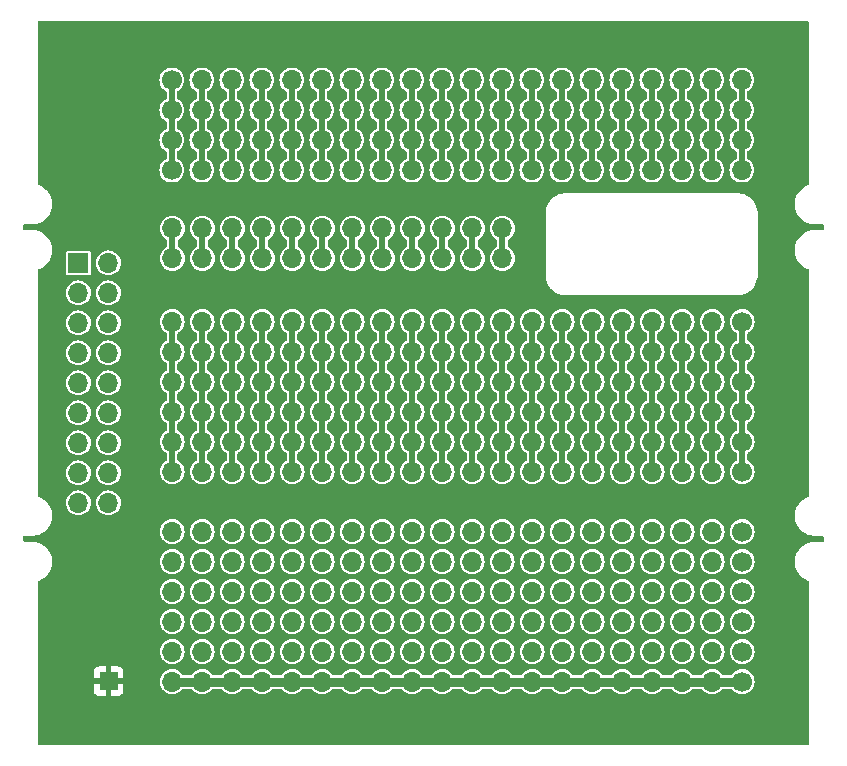
<source format=gtl>
G04 #@! TF.GenerationSoftware,KiCad,Pcbnew,8.0.8*
G04 #@! TF.CreationDate,2025-02-19T14:08:19-05:00*
G04 #@! TF.ProjectId,plot_gerbers,706c6f74-5f67-4657-9262-6572732e6b69,rev?*
G04 #@! TF.SameCoordinates,Original*
G04 #@! TF.FileFunction,Copper,L1,Top*
G04 #@! TF.FilePolarity,Positive*
%FSLAX46Y46*%
G04 Gerber Fmt 4.6, Leading zero omitted, Abs format (unit mm)*
G04 Created by KiCad (PCBNEW 8.0.8) date 2025-02-19 14:08:19*
%MOMM*%
%LPD*%
G01*
G04 APERTURE LIST*
G04 #@! TA.AperFunction,ComponentPad*
%ADD10C,1.700000*%
G04 #@! TD*
G04 #@! TA.AperFunction,ComponentPad*
%ADD11O,1.700000X1.700000*%
G04 #@! TD*
G04 #@! TA.AperFunction,ComponentPad*
%ADD12R,1.700000X1.700000*%
G04 #@! TD*
G04 #@! TA.AperFunction,ComponentPad*
%ADD13R,1.500000X1.500000*%
G04 #@! TD*
G04 #@! TA.AperFunction,Conductor*
%ADD14C,0.500000*%
G04 #@! TD*
G04 #@! TA.AperFunction,Conductor*
%ADD15C,0.800000*%
G04 #@! TD*
G04 APERTURE END LIST*
D10*
X132379972Y-89925028D03*
X132379972Y-87385028D03*
X132379972Y-84845028D03*
X132379972Y-82305028D03*
D11*
X134919972Y-89925028D03*
X134919972Y-87385028D03*
X134919972Y-84845028D03*
X134919972Y-82305028D03*
X137459972Y-89925028D03*
X137459972Y-87385028D03*
X137459972Y-84845028D03*
X137459972Y-82305028D03*
X139999972Y-89925028D03*
X139999972Y-87385028D03*
X139999972Y-84845028D03*
X139999972Y-82305028D03*
X142539972Y-89925028D03*
X142539972Y-87385028D03*
X142539972Y-84845028D03*
X142539972Y-82305028D03*
X145079972Y-89925028D03*
X145079972Y-87385028D03*
X145079972Y-84845028D03*
X145079972Y-82305028D03*
X147619972Y-89925028D03*
X147619972Y-87385028D03*
X147619972Y-84845028D03*
X147619972Y-82305028D03*
X150159972Y-89925028D03*
X150159972Y-87385028D03*
X150159972Y-84845028D03*
X150159972Y-82305028D03*
X152699972Y-89925028D03*
X152699972Y-87385028D03*
X152699972Y-84845028D03*
X152699972Y-82305028D03*
X155239972Y-89925028D03*
X155239972Y-87385028D03*
X155239972Y-84845028D03*
X155239972Y-82305028D03*
X157779972Y-89925028D03*
X157779972Y-87385028D03*
X157779972Y-84845028D03*
X157779972Y-82305028D03*
X160319972Y-89925028D03*
X160319972Y-87385028D03*
X160319972Y-84845028D03*
X160319972Y-82305028D03*
X162859972Y-89925028D03*
X162859972Y-87385028D03*
X162859972Y-84845028D03*
X162859972Y-82305028D03*
X165399972Y-89925028D03*
X165399972Y-87385028D03*
X165399972Y-84845028D03*
X165399972Y-82305028D03*
X167939972Y-89925028D03*
X167939972Y-87385028D03*
X167939972Y-84845028D03*
X167939972Y-82305028D03*
X170479972Y-89925028D03*
X170479972Y-87385028D03*
X170479972Y-84845028D03*
X170479972Y-82305028D03*
X173019972Y-89925028D03*
X173019972Y-87385028D03*
X173019972Y-84845028D03*
X173019972Y-82305028D03*
X175559972Y-89925028D03*
X175559972Y-87385028D03*
X175559972Y-84845028D03*
X175559972Y-82305028D03*
X178099972Y-89925028D03*
X178099972Y-87385028D03*
X178099972Y-84845028D03*
X178099972Y-82305028D03*
X180639972Y-89925028D03*
X180639972Y-87385028D03*
X180639972Y-84845028D03*
X180639972Y-82305028D03*
D12*
X124469972Y-97790028D03*
D11*
X127009972Y-97790028D03*
X124469972Y-100330028D03*
X127009972Y-100330028D03*
X124469972Y-102870028D03*
X127009972Y-102870028D03*
X124469972Y-105410028D03*
X127009972Y-105410028D03*
X124469972Y-107950028D03*
X127009972Y-107950028D03*
X124469972Y-110490028D03*
X127009972Y-110490028D03*
X124469972Y-113030028D03*
X127009972Y-113030028D03*
X124469972Y-115570028D03*
X127009972Y-115570028D03*
X124469972Y-118110028D03*
X127009972Y-118110028D03*
D13*
X127019972Y-133210028D03*
D10*
X180669972Y-102760028D03*
X180669972Y-105300028D03*
X180669972Y-107840028D03*
X180669972Y-110380028D03*
X180669972Y-112920028D03*
X180669972Y-115460028D03*
D11*
X178129972Y-102760028D03*
X178129972Y-105300028D03*
X178129972Y-107840028D03*
X178129972Y-110380028D03*
X178129972Y-112920028D03*
X178129972Y-115460028D03*
X175589972Y-102760028D03*
X175589972Y-105300028D03*
X175589972Y-107840028D03*
X175589972Y-110380028D03*
X175589972Y-112920028D03*
X175589972Y-115460028D03*
X173049972Y-102760028D03*
X173049972Y-105300028D03*
X173049972Y-107840028D03*
X173049972Y-110380028D03*
X173049972Y-112920028D03*
X173049972Y-115460028D03*
X170509972Y-102760028D03*
X170509972Y-105300028D03*
X170509972Y-107840028D03*
X170509972Y-110380028D03*
X170509972Y-112920028D03*
X170509972Y-115460028D03*
X167969972Y-102760028D03*
X167969972Y-105300028D03*
X167969972Y-107840028D03*
X167969972Y-110380028D03*
X167969972Y-112920028D03*
X167969972Y-115460028D03*
X165429972Y-102760028D03*
X165429972Y-105300028D03*
X165429972Y-107840028D03*
X165429972Y-110380028D03*
X165429972Y-112920028D03*
X165429972Y-115460028D03*
X162889972Y-102760028D03*
X162889972Y-105300028D03*
X162889972Y-107840028D03*
X162889972Y-110380028D03*
X162889972Y-112920028D03*
X162889972Y-115460028D03*
X160349972Y-102760028D03*
X160349972Y-105300028D03*
X160349972Y-107840028D03*
X160349972Y-110380028D03*
X160349972Y-112920028D03*
X160349972Y-115460028D03*
X157809972Y-102760028D03*
X157809972Y-105300028D03*
X157809972Y-107840028D03*
X157809972Y-110380028D03*
X157809972Y-112920028D03*
X157809972Y-115460028D03*
X155269972Y-102760028D03*
X155269972Y-105300028D03*
X155269972Y-107840028D03*
X155269972Y-110380028D03*
X155269972Y-112920028D03*
X155269972Y-115460028D03*
X152729972Y-102760028D03*
X152729972Y-105300028D03*
X152729972Y-107840028D03*
X152729972Y-110380028D03*
X152729972Y-112920028D03*
X152729972Y-115460028D03*
X150189972Y-102760028D03*
X150189972Y-105300028D03*
X150189972Y-107840028D03*
X150189972Y-110380028D03*
X150189972Y-112920028D03*
X150189972Y-115460028D03*
X147649972Y-102760028D03*
X147649972Y-105300028D03*
X147649972Y-107840028D03*
X147649972Y-110380028D03*
X147649972Y-112920028D03*
X147649972Y-115460028D03*
X145109972Y-102760028D03*
X145109972Y-105300028D03*
X145109972Y-107840028D03*
X145109972Y-110380028D03*
X145109972Y-112920028D03*
X145109972Y-115460028D03*
X142569972Y-102760028D03*
X142569972Y-105300028D03*
X142569972Y-107840028D03*
X142569972Y-110380028D03*
X142569972Y-112920028D03*
X142569972Y-115460028D03*
X140029972Y-102760028D03*
X140029972Y-105300028D03*
X140029972Y-107840028D03*
X140029972Y-110380028D03*
X140029972Y-112920028D03*
X140029972Y-115460028D03*
X137489972Y-102760028D03*
X137489972Y-105300028D03*
X137489972Y-107840028D03*
X137489972Y-110380028D03*
X137489972Y-112920028D03*
X137489972Y-115460028D03*
X134949972Y-102760028D03*
X134949972Y-105300028D03*
X134949972Y-107840028D03*
X134949972Y-110380028D03*
X134949972Y-112920028D03*
X134949972Y-115460028D03*
X132409972Y-102760028D03*
X132409972Y-105300028D03*
X132409972Y-107840028D03*
X132409972Y-110380028D03*
X132409972Y-112920028D03*
X132409972Y-115460028D03*
D10*
X180669972Y-120540028D03*
X180669972Y-123080028D03*
X180669972Y-125620028D03*
X180669972Y-128160028D03*
X180669972Y-130700028D03*
X180669972Y-133240028D03*
D11*
X178129972Y-120540028D03*
X178129972Y-123080028D03*
X178129972Y-125620028D03*
X178129972Y-128160028D03*
X178129972Y-130700028D03*
X178129972Y-133240028D03*
X175589972Y-120540028D03*
X175589972Y-123080028D03*
X175589972Y-125620028D03*
X175589972Y-128160028D03*
X175589972Y-130700028D03*
X175589972Y-133240028D03*
X173049972Y-120540028D03*
X173049972Y-123080028D03*
X173049972Y-125620028D03*
X173049972Y-128160028D03*
X173049972Y-130700028D03*
X173049972Y-133240028D03*
X170509972Y-120540028D03*
X170509972Y-123080028D03*
X170509972Y-125620028D03*
X170509972Y-128160028D03*
X170509972Y-130700028D03*
X170509972Y-133240028D03*
X167969972Y-120540028D03*
X167969972Y-123080028D03*
X167969972Y-125620028D03*
X167969972Y-128160028D03*
X167969972Y-130700028D03*
X167969972Y-133240028D03*
X165429972Y-120540028D03*
X165429972Y-123080028D03*
X165429972Y-125620028D03*
X165429972Y-128160028D03*
X165429972Y-130700028D03*
X165429972Y-133240028D03*
X162889972Y-120540028D03*
X162889972Y-123080028D03*
X162889972Y-125620028D03*
X162889972Y-128160028D03*
X162889972Y-130700028D03*
X162889972Y-133240028D03*
X160349972Y-120540028D03*
X160349972Y-123080028D03*
X160349972Y-125620028D03*
X160349972Y-128160028D03*
X160349972Y-130700028D03*
X160349972Y-133240028D03*
X157809972Y-120540028D03*
X157809972Y-123080028D03*
X157809972Y-125620028D03*
X157809972Y-128160028D03*
X157809972Y-130700028D03*
X157809972Y-133240028D03*
X155269972Y-120540028D03*
X155269972Y-123080028D03*
X155269972Y-125620028D03*
X155269972Y-128160028D03*
X155269972Y-130700028D03*
X155269972Y-133240028D03*
X152729972Y-120540028D03*
X152729972Y-123080028D03*
X152729972Y-125620028D03*
X152729972Y-128160028D03*
X152729972Y-130700028D03*
X152729972Y-133240028D03*
X150189972Y-120540028D03*
X150189972Y-123080028D03*
X150189972Y-125620028D03*
X150189972Y-128160028D03*
X150189972Y-130700028D03*
X150189972Y-133240028D03*
X147649972Y-120540028D03*
X147649972Y-123080028D03*
X147649972Y-125620028D03*
X147649972Y-128160028D03*
X147649972Y-130700028D03*
X147649972Y-133240028D03*
X145109972Y-120540028D03*
X145109972Y-123080028D03*
X145109972Y-125620028D03*
X145109972Y-128160028D03*
X145109972Y-130700028D03*
X145109972Y-133240028D03*
X142569972Y-120540028D03*
X142569972Y-123080028D03*
X142569972Y-125620028D03*
X142569972Y-128160028D03*
X142569972Y-130700028D03*
X142569972Y-133240028D03*
X140029972Y-120540028D03*
X140029972Y-123080028D03*
X140029972Y-125620028D03*
X140029972Y-128160028D03*
X140029972Y-130700028D03*
X140029972Y-133240028D03*
X137489972Y-120540028D03*
X137489972Y-123080028D03*
X137489972Y-125620028D03*
X137489972Y-128160028D03*
X137489972Y-130700028D03*
X137489972Y-133240028D03*
X134949972Y-120540028D03*
X134949972Y-123080028D03*
X134949972Y-125620028D03*
X134949972Y-128160028D03*
X134949972Y-130700028D03*
X134949972Y-133240028D03*
X132409972Y-120540028D03*
X132409972Y-123080028D03*
X132409972Y-125620028D03*
X132409972Y-128160028D03*
X132409972Y-130700028D03*
X132409972Y-133240028D03*
X132429972Y-94860028D03*
X132429972Y-97400028D03*
X134969972Y-94860028D03*
X134969972Y-97400028D03*
X137509972Y-94860028D03*
X137509972Y-97400028D03*
X140049972Y-94860028D03*
X140049972Y-97400028D03*
X142589972Y-94860028D03*
X142589972Y-97400028D03*
X145129972Y-94860028D03*
X145129972Y-97400028D03*
X147669972Y-94860028D03*
X147669972Y-97400028D03*
X150209972Y-94860028D03*
X150209972Y-97400028D03*
X152749972Y-94860028D03*
X152749972Y-97400028D03*
X155289972Y-94860028D03*
X155289972Y-97400028D03*
X157829972Y-94860028D03*
X157829972Y-97400028D03*
X160369972Y-94860028D03*
X160369972Y-97400028D03*
D14*
X145129972Y-94860028D02*
X145129972Y-97400028D01*
X137459972Y-82305028D02*
X137459972Y-89925028D01*
X150189972Y-102760028D02*
X150189972Y-115460028D01*
X160349972Y-102760028D02*
X160349972Y-115460028D01*
X145079972Y-82305028D02*
X145079972Y-89925028D01*
X170479972Y-82305028D02*
X170479972Y-89925028D01*
X134919972Y-82305028D02*
X134919972Y-89925028D01*
X134949972Y-115460028D02*
X134949972Y-102760028D01*
X142539972Y-82305028D02*
X142539972Y-89925028D01*
X155289972Y-94860028D02*
X155289972Y-97400028D01*
X152749972Y-94860028D02*
X152749972Y-97400028D01*
X132379972Y-82305028D02*
X132379972Y-89925028D01*
X157779972Y-82305028D02*
X157779972Y-89925028D01*
X152699972Y-82305028D02*
X152699972Y-89925028D01*
X150159972Y-82305028D02*
X150159972Y-89925028D01*
X147669972Y-94860028D02*
X147669972Y-97400028D01*
X178129972Y-102760028D02*
X178129972Y-115460028D01*
X132409972Y-102760028D02*
X132409972Y-115460028D01*
X157829972Y-94860028D02*
X157829972Y-97400028D01*
X178099972Y-82305028D02*
X178099972Y-89925028D01*
X137509972Y-94860028D02*
X137509972Y-97400028D01*
X180639972Y-82305028D02*
X180639972Y-89925028D01*
X142589972Y-94860028D02*
X142589972Y-97400028D01*
X167969972Y-102760028D02*
X167969972Y-115460028D01*
D15*
X132409972Y-133240028D02*
X180669972Y-133240028D01*
D14*
X175589972Y-102760028D02*
X175589972Y-115460028D01*
X175559972Y-82305028D02*
X175559972Y-89925028D01*
X139999972Y-82305028D02*
X139999972Y-89925028D01*
X162889972Y-102760028D02*
X162889972Y-115460028D01*
X173019972Y-82305028D02*
X173019972Y-89925028D01*
X140029972Y-115460028D02*
X140029972Y-102760028D01*
X170509972Y-102760028D02*
X170509972Y-115460028D01*
X155269972Y-102760028D02*
X155269972Y-115460028D01*
X162859972Y-82305028D02*
X162859972Y-89925028D01*
X150209972Y-94860028D02*
X150209972Y-97400028D01*
X140049972Y-94860028D02*
X140049972Y-97400028D01*
X165429972Y-102760028D02*
X165429972Y-115460028D01*
X147649972Y-102760028D02*
X147649972Y-115460028D01*
X152729972Y-102760028D02*
X152729972Y-115460028D01*
X134969972Y-94860028D02*
X134969972Y-97400028D01*
X132429972Y-94860028D02*
X132429972Y-97400028D01*
X167939972Y-82305028D02*
X167939972Y-89925028D01*
X165399972Y-82305028D02*
X165399972Y-89925028D01*
X155239972Y-82305028D02*
X155239972Y-89925028D01*
X157809972Y-102760028D02*
X157809972Y-115460028D01*
X180669972Y-102760028D02*
X180669972Y-115460028D01*
X160319972Y-82305028D02*
X160319972Y-89925028D01*
X160369972Y-94860028D02*
X160369972Y-97400028D01*
X145109972Y-115460028D02*
X145109972Y-102760028D01*
X137489972Y-102760028D02*
X137489972Y-115460028D01*
X147619972Y-82775028D02*
X147619972Y-89925028D01*
X142569972Y-102760028D02*
X142569972Y-115460028D01*
X173049972Y-102760028D02*
X173049972Y-115460028D01*
G04 #@! TA.AperFunction,Conductor*
G36*
X186282511Y-77310213D02*
G01*
X186328266Y-77363017D01*
X186339472Y-77414528D01*
X186339472Y-91071893D01*
X186319787Y-91138932D01*
X186266983Y-91184687D01*
X186250403Y-91190871D01*
X186244207Y-91192689D01*
X186022951Y-91293723D01*
X186022931Y-91293734D01*
X185818311Y-91425227D01*
X185818301Y-91425235D01*
X185634468Y-91584519D01*
X185475181Y-91768342D01*
X185475171Y-91768354D01*
X185365039Y-91939720D01*
X185343658Y-91972988D01*
X185242612Y-92194250D01*
X185242607Y-92194263D01*
X185174085Y-92427636D01*
X185174081Y-92427654D01*
X185139469Y-92668414D01*
X185139469Y-92668418D01*
X185139470Y-92724146D01*
X185139472Y-92790040D01*
X185139472Y-92790042D01*
X185139473Y-92911659D01*
X185139474Y-92911667D01*
X185174094Y-93152416D01*
X185174095Y-93152421D01*
X185174096Y-93152425D01*
X185242628Y-93385812D01*
X185343677Y-93607071D01*
X185343680Y-93607075D01*
X185475183Y-93811697D01*
X185634472Y-93995527D01*
X185770756Y-94113617D01*
X185818302Y-94154816D01*
X186022929Y-94286323D01*
X186244188Y-94387372D01*
X186477575Y-94455904D01*
X186718340Y-94490526D01*
X186762239Y-94490526D01*
X186762259Y-94490528D01*
X186774080Y-94490528D01*
X186839959Y-94490528D01*
X186839960Y-94490528D01*
X186905852Y-94490530D01*
X186905855Y-94490528D01*
X186914475Y-94490529D01*
X186914504Y-94490528D01*
X187465472Y-94490528D01*
X187532511Y-94510213D01*
X187578266Y-94563017D01*
X187589472Y-94614528D01*
X187589472Y-94865528D01*
X187569787Y-94932567D01*
X187516983Y-94978322D01*
X187465472Y-94989528D01*
X186766344Y-94989528D01*
X186765731Y-94989567D01*
X186718382Y-94989565D01*
X186718379Y-94989565D01*
X186718378Y-94989565D01*
X186477608Y-95024169D01*
X186244205Y-95092691D01*
X186022951Y-95193724D01*
X186022931Y-95193734D01*
X185818311Y-95325227D01*
X185818301Y-95325235D01*
X185634468Y-95484519D01*
X185475181Y-95668342D01*
X185475171Y-95668354D01*
X185430596Y-95737713D01*
X185343658Y-95872988D01*
X185242612Y-96094250D01*
X185242607Y-96094263D01*
X185174085Y-96327636D01*
X185174081Y-96327654D01*
X185139469Y-96568414D01*
X185139469Y-96568418D01*
X185139470Y-96624146D01*
X185139472Y-96690040D01*
X185139472Y-96690042D01*
X185139473Y-96811659D01*
X185139474Y-96811667D01*
X185174094Y-97052416D01*
X185174095Y-97052421D01*
X185174096Y-97052425D01*
X185242628Y-97285812D01*
X185343677Y-97507071D01*
X185343680Y-97507075D01*
X185475183Y-97711697D01*
X185634472Y-97895527D01*
X185750381Y-97995962D01*
X185818302Y-98054816D01*
X186022929Y-98186323D01*
X186244188Y-98287372D01*
X186250407Y-98289198D01*
X186309185Y-98326972D01*
X186338210Y-98390528D01*
X186339472Y-98408175D01*
X186339472Y-117471893D01*
X186319787Y-117538932D01*
X186266983Y-117584687D01*
X186250403Y-117590871D01*
X186244207Y-117592689D01*
X186022951Y-117693723D01*
X186022931Y-117693734D01*
X185818311Y-117825227D01*
X185818301Y-117825235D01*
X185634468Y-117984519D01*
X185475181Y-118168342D01*
X185475171Y-118168354D01*
X185380307Y-118315962D01*
X185343658Y-118372988D01*
X185242612Y-118594250D01*
X185242607Y-118594263D01*
X185174085Y-118827636D01*
X185174081Y-118827654D01*
X185139469Y-119068414D01*
X185139469Y-119068418D01*
X185139470Y-119124146D01*
X185139472Y-119190040D01*
X185139472Y-119190042D01*
X185139473Y-119311659D01*
X185139474Y-119311667D01*
X185174094Y-119552416D01*
X185174095Y-119552421D01*
X185174096Y-119552425D01*
X185242628Y-119785812D01*
X185343677Y-120007071D01*
X185343680Y-120007075D01*
X185475183Y-120211697D01*
X185634472Y-120395527D01*
X185801236Y-120540028D01*
X185818302Y-120554816D01*
X186022929Y-120686323D01*
X186244188Y-120787372D01*
X186477575Y-120855904D01*
X186718340Y-120890526D01*
X186762239Y-120890526D01*
X186762259Y-120890528D01*
X186774080Y-120890528D01*
X186839959Y-120890528D01*
X186839960Y-120890528D01*
X186905852Y-120890530D01*
X186905855Y-120890528D01*
X186914475Y-120890529D01*
X186914504Y-120890528D01*
X187465472Y-120890528D01*
X187532511Y-120910213D01*
X187578266Y-120963017D01*
X187589472Y-121014528D01*
X187589472Y-121265528D01*
X187569787Y-121332567D01*
X187516983Y-121378322D01*
X187465472Y-121389528D01*
X186766344Y-121389528D01*
X186765731Y-121389567D01*
X186718382Y-121389565D01*
X186718379Y-121389565D01*
X186718378Y-121389565D01*
X186477608Y-121424169D01*
X186244205Y-121492691D01*
X186022951Y-121593724D01*
X186022931Y-121593734D01*
X185818311Y-121725227D01*
X185818301Y-121725235D01*
X185634468Y-121884519D01*
X185475181Y-122068342D01*
X185475171Y-122068354D01*
X185362542Y-122243604D01*
X185343658Y-122272988D01*
X185242612Y-122494250D01*
X185242607Y-122494263D01*
X185174085Y-122727636D01*
X185174081Y-122727654D01*
X185139469Y-122968414D01*
X185139469Y-122968418D01*
X185139470Y-123024146D01*
X185139472Y-123090040D01*
X185139472Y-123090042D01*
X185139473Y-123211659D01*
X185139474Y-123211667D01*
X185174094Y-123452416D01*
X185174095Y-123452421D01*
X185174096Y-123452425D01*
X185242628Y-123685812D01*
X185343677Y-123907071D01*
X185343680Y-123907075D01*
X185475183Y-124111697D01*
X185634472Y-124295527D01*
X185818302Y-124454816D01*
X186022929Y-124586323D01*
X186244188Y-124687372D01*
X186250407Y-124689198D01*
X186309185Y-124726972D01*
X186338210Y-124790528D01*
X186339472Y-124808175D01*
X186339472Y-138465528D01*
X186319787Y-138532567D01*
X186266983Y-138578322D01*
X186215472Y-138589528D01*
X121164472Y-138589528D01*
X121097433Y-138569843D01*
X121051678Y-138517039D01*
X121040472Y-138465528D01*
X121040472Y-134007872D01*
X125769972Y-134007872D01*
X125776373Y-134067400D01*
X125776375Y-134067407D01*
X125826617Y-134202114D01*
X125826621Y-134202121D01*
X125912781Y-134317215D01*
X125912784Y-134317218D01*
X126027878Y-134403378D01*
X126027885Y-134403382D01*
X126162592Y-134453624D01*
X126162599Y-134453626D01*
X126222127Y-134460027D01*
X126222144Y-134460028D01*
X126769972Y-134460028D01*
X127269972Y-134460028D01*
X127817800Y-134460028D01*
X127817816Y-134460027D01*
X127877344Y-134453626D01*
X127877351Y-134453624D01*
X128012058Y-134403382D01*
X128012065Y-134403378D01*
X128127159Y-134317218D01*
X128127162Y-134317215D01*
X128213322Y-134202121D01*
X128213326Y-134202114D01*
X128263568Y-134067407D01*
X128263570Y-134067400D01*
X128269971Y-134007872D01*
X128269972Y-134007855D01*
X128269972Y-133460028D01*
X127269972Y-133460028D01*
X127269972Y-134460028D01*
X126769972Y-134460028D01*
X126769972Y-133460028D01*
X125769972Y-133460028D01*
X125769972Y-134007872D01*
X121040472Y-134007872D01*
X121040472Y-133163950D01*
X126669972Y-133163950D01*
X126669972Y-133256106D01*
X126693824Y-133345123D01*
X126739902Y-133424933D01*
X126805067Y-133490098D01*
X126884877Y-133536176D01*
X126973894Y-133560028D01*
X127066050Y-133560028D01*
X127155067Y-133536176D01*
X127234877Y-133490098D01*
X127300042Y-133424933D01*
X127346120Y-133345123D01*
X127369972Y-133256106D01*
X127369972Y-133240028D01*
X131354389Y-133240028D01*
X131374671Y-133445960D01*
X131388060Y-133490098D01*
X131434740Y-133643982D01*
X131532287Y-133826478D01*
X131566941Y-133868705D01*
X131663561Y-133986438D01*
X131760181Y-134065730D01*
X131823522Y-134117713D01*
X132006018Y-134215260D01*
X132204038Y-134275328D01*
X132204037Y-134275328D01*
X132222501Y-134277146D01*
X132409972Y-134295611D01*
X132615906Y-134275328D01*
X132813926Y-134215260D01*
X132996422Y-134117713D01*
X133156382Y-133986438D01*
X133238922Y-133885863D01*
X133296667Y-133846529D01*
X133334775Y-133840528D01*
X134025169Y-133840528D01*
X134092208Y-133860213D01*
X134121022Y-133885863D01*
X134203562Y-133986438D01*
X134363522Y-134117713D01*
X134546018Y-134215260D01*
X134744038Y-134275328D01*
X134744037Y-134275328D01*
X134762501Y-134277146D01*
X134949972Y-134295611D01*
X135155906Y-134275328D01*
X135353926Y-134215260D01*
X135536422Y-134117713D01*
X135696382Y-133986438D01*
X135778922Y-133885863D01*
X135836667Y-133846529D01*
X135874775Y-133840528D01*
X136565169Y-133840528D01*
X136632208Y-133860213D01*
X136661022Y-133885863D01*
X136743562Y-133986438D01*
X136903522Y-134117713D01*
X137086018Y-134215260D01*
X137284038Y-134275328D01*
X137284037Y-134275328D01*
X137302501Y-134277146D01*
X137489972Y-134295611D01*
X137695906Y-134275328D01*
X137893926Y-134215260D01*
X138076422Y-134117713D01*
X138236382Y-133986438D01*
X138318922Y-133885863D01*
X138376667Y-133846529D01*
X138414775Y-133840528D01*
X139105169Y-133840528D01*
X139172208Y-133860213D01*
X139201022Y-133885863D01*
X139283562Y-133986438D01*
X139443522Y-134117713D01*
X139626018Y-134215260D01*
X139824038Y-134275328D01*
X139824037Y-134275328D01*
X139842501Y-134277146D01*
X140029972Y-134295611D01*
X140235906Y-134275328D01*
X140433926Y-134215260D01*
X140616422Y-134117713D01*
X140776382Y-133986438D01*
X140858922Y-133885863D01*
X140916667Y-133846529D01*
X140954775Y-133840528D01*
X141645169Y-133840528D01*
X141712208Y-133860213D01*
X141741022Y-133885863D01*
X141823562Y-133986438D01*
X141983522Y-134117713D01*
X142166018Y-134215260D01*
X142364038Y-134275328D01*
X142364037Y-134275328D01*
X142382501Y-134277146D01*
X142569972Y-134295611D01*
X142775906Y-134275328D01*
X142973926Y-134215260D01*
X143156422Y-134117713D01*
X143316382Y-133986438D01*
X143398922Y-133885863D01*
X143456667Y-133846529D01*
X143494775Y-133840528D01*
X144185169Y-133840528D01*
X144252208Y-133860213D01*
X144281022Y-133885863D01*
X144363562Y-133986438D01*
X144523522Y-134117713D01*
X144706018Y-134215260D01*
X144904038Y-134275328D01*
X144904037Y-134275328D01*
X144922501Y-134277146D01*
X145109972Y-134295611D01*
X145315906Y-134275328D01*
X145513926Y-134215260D01*
X145696422Y-134117713D01*
X145856382Y-133986438D01*
X145938922Y-133885863D01*
X145996667Y-133846529D01*
X146034775Y-133840528D01*
X146725169Y-133840528D01*
X146792208Y-133860213D01*
X146821022Y-133885863D01*
X146903562Y-133986438D01*
X147063522Y-134117713D01*
X147246018Y-134215260D01*
X147444038Y-134275328D01*
X147444037Y-134275328D01*
X147462501Y-134277146D01*
X147649972Y-134295611D01*
X147855906Y-134275328D01*
X148053926Y-134215260D01*
X148236422Y-134117713D01*
X148396382Y-133986438D01*
X148478922Y-133885863D01*
X148536667Y-133846529D01*
X148574775Y-133840528D01*
X149265169Y-133840528D01*
X149332208Y-133860213D01*
X149361022Y-133885863D01*
X149443562Y-133986438D01*
X149603522Y-134117713D01*
X149786018Y-134215260D01*
X149984038Y-134275328D01*
X149984037Y-134275328D01*
X150002501Y-134277146D01*
X150189972Y-134295611D01*
X150395906Y-134275328D01*
X150593926Y-134215260D01*
X150776422Y-134117713D01*
X150936382Y-133986438D01*
X151018922Y-133885863D01*
X151076667Y-133846529D01*
X151114775Y-133840528D01*
X151805169Y-133840528D01*
X151872208Y-133860213D01*
X151901022Y-133885863D01*
X151983562Y-133986438D01*
X152143522Y-134117713D01*
X152326018Y-134215260D01*
X152524038Y-134275328D01*
X152524037Y-134275328D01*
X152542501Y-134277146D01*
X152729972Y-134295611D01*
X152935906Y-134275328D01*
X153133926Y-134215260D01*
X153316422Y-134117713D01*
X153476382Y-133986438D01*
X153558922Y-133885863D01*
X153616667Y-133846529D01*
X153654775Y-133840528D01*
X154345169Y-133840528D01*
X154412208Y-133860213D01*
X154441022Y-133885863D01*
X154523562Y-133986438D01*
X154683522Y-134117713D01*
X154866018Y-134215260D01*
X155064038Y-134275328D01*
X155064037Y-134275328D01*
X155082501Y-134277146D01*
X155269972Y-134295611D01*
X155475906Y-134275328D01*
X155673926Y-134215260D01*
X155856422Y-134117713D01*
X156016382Y-133986438D01*
X156098922Y-133885863D01*
X156156667Y-133846529D01*
X156194775Y-133840528D01*
X156885169Y-133840528D01*
X156952208Y-133860213D01*
X156981022Y-133885863D01*
X157063562Y-133986438D01*
X157223522Y-134117713D01*
X157406018Y-134215260D01*
X157604038Y-134275328D01*
X157604037Y-134275328D01*
X157622501Y-134277146D01*
X157809972Y-134295611D01*
X158015906Y-134275328D01*
X158213926Y-134215260D01*
X158396422Y-134117713D01*
X158556382Y-133986438D01*
X158638922Y-133885863D01*
X158696667Y-133846529D01*
X158734775Y-133840528D01*
X159425169Y-133840528D01*
X159492208Y-133860213D01*
X159521022Y-133885863D01*
X159603562Y-133986438D01*
X159763522Y-134117713D01*
X159946018Y-134215260D01*
X160144038Y-134275328D01*
X160144037Y-134275328D01*
X160162501Y-134277146D01*
X160349972Y-134295611D01*
X160555906Y-134275328D01*
X160753926Y-134215260D01*
X160936422Y-134117713D01*
X161096382Y-133986438D01*
X161178922Y-133885863D01*
X161236667Y-133846529D01*
X161274775Y-133840528D01*
X161965169Y-133840528D01*
X162032208Y-133860213D01*
X162061022Y-133885863D01*
X162143562Y-133986438D01*
X162303522Y-134117713D01*
X162486018Y-134215260D01*
X162684038Y-134275328D01*
X162684037Y-134275328D01*
X162702501Y-134277146D01*
X162889972Y-134295611D01*
X163095906Y-134275328D01*
X163293926Y-134215260D01*
X163476422Y-134117713D01*
X163636382Y-133986438D01*
X163718922Y-133885863D01*
X163776667Y-133846529D01*
X163814775Y-133840528D01*
X164505169Y-133840528D01*
X164572208Y-133860213D01*
X164601022Y-133885863D01*
X164683562Y-133986438D01*
X164843522Y-134117713D01*
X165026018Y-134215260D01*
X165224038Y-134275328D01*
X165224037Y-134275328D01*
X165242501Y-134277146D01*
X165429972Y-134295611D01*
X165635906Y-134275328D01*
X165833926Y-134215260D01*
X166016422Y-134117713D01*
X166176382Y-133986438D01*
X166258922Y-133885863D01*
X166316667Y-133846529D01*
X166354775Y-133840528D01*
X167045169Y-133840528D01*
X167112208Y-133860213D01*
X167141022Y-133885863D01*
X167223562Y-133986438D01*
X167383522Y-134117713D01*
X167566018Y-134215260D01*
X167764038Y-134275328D01*
X167764037Y-134275328D01*
X167782501Y-134277146D01*
X167969972Y-134295611D01*
X168175906Y-134275328D01*
X168373926Y-134215260D01*
X168556422Y-134117713D01*
X168716382Y-133986438D01*
X168798922Y-133885863D01*
X168856667Y-133846529D01*
X168894775Y-133840528D01*
X169585169Y-133840528D01*
X169652208Y-133860213D01*
X169681022Y-133885863D01*
X169763562Y-133986438D01*
X169923522Y-134117713D01*
X170106018Y-134215260D01*
X170304038Y-134275328D01*
X170304037Y-134275328D01*
X170322501Y-134277146D01*
X170509972Y-134295611D01*
X170715906Y-134275328D01*
X170913926Y-134215260D01*
X171096422Y-134117713D01*
X171256382Y-133986438D01*
X171338922Y-133885863D01*
X171396667Y-133846529D01*
X171434775Y-133840528D01*
X172125169Y-133840528D01*
X172192208Y-133860213D01*
X172221022Y-133885863D01*
X172303562Y-133986438D01*
X172463522Y-134117713D01*
X172646018Y-134215260D01*
X172844038Y-134275328D01*
X172844037Y-134275328D01*
X172862501Y-134277146D01*
X173049972Y-134295611D01*
X173255906Y-134275328D01*
X173453926Y-134215260D01*
X173636422Y-134117713D01*
X173796382Y-133986438D01*
X173878922Y-133885863D01*
X173936667Y-133846529D01*
X173974775Y-133840528D01*
X174665169Y-133840528D01*
X174732208Y-133860213D01*
X174761022Y-133885863D01*
X174843562Y-133986438D01*
X175003522Y-134117713D01*
X175186018Y-134215260D01*
X175384038Y-134275328D01*
X175384037Y-134275328D01*
X175402501Y-134277146D01*
X175589972Y-134295611D01*
X175795906Y-134275328D01*
X175993926Y-134215260D01*
X176176422Y-134117713D01*
X176336382Y-133986438D01*
X176418922Y-133885863D01*
X176476667Y-133846529D01*
X176514775Y-133840528D01*
X177205169Y-133840528D01*
X177272208Y-133860213D01*
X177301022Y-133885863D01*
X177383562Y-133986438D01*
X177543522Y-134117713D01*
X177726018Y-134215260D01*
X177924038Y-134275328D01*
X177924037Y-134275328D01*
X177942501Y-134277146D01*
X178129972Y-134295611D01*
X178335906Y-134275328D01*
X178533926Y-134215260D01*
X178716422Y-134117713D01*
X178876382Y-133986438D01*
X178958922Y-133885863D01*
X179016667Y-133846529D01*
X179054775Y-133840528D01*
X179745169Y-133840528D01*
X179812208Y-133860213D01*
X179841022Y-133885863D01*
X179923562Y-133986438D01*
X180083522Y-134117713D01*
X180266018Y-134215260D01*
X180464038Y-134275328D01*
X180464037Y-134275328D01*
X180482501Y-134277146D01*
X180669972Y-134295611D01*
X180875906Y-134275328D01*
X181073926Y-134215260D01*
X181256422Y-134117713D01*
X181416382Y-133986438D01*
X181547657Y-133826478D01*
X181645204Y-133643982D01*
X181705272Y-133445962D01*
X181725555Y-133240028D01*
X181705272Y-133034094D01*
X181645204Y-132836074D01*
X181547657Y-132653578D01*
X181495674Y-132590237D01*
X181416382Y-132493617D01*
X181256424Y-132362345D01*
X181256425Y-132362345D01*
X181256422Y-132362343D01*
X181073926Y-132264796D01*
X180875906Y-132204728D01*
X180875904Y-132204727D01*
X180875906Y-132204727D01*
X180669972Y-132184445D01*
X180464039Y-132204727D01*
X180266015Y-132264797D01*
X180155870Y-132323671D01*
X180083522Y-132362343D01*
X180083520Y-132362344D01*
X180083519Y-132362345D01*
X179923561Y-132493618D01*
X179841022Y-132594193D01*
X179783277Y-132633527D01*
X179745169Y-132639528D01*
X179054775Y-132639528D01*
X178987736Y-132619843D01*
X178958922Y-132594193D01*
X178876382Y-132493618D01*
X178777173Y-132412200D01*
X178716422Y-132362343D01*
X178533926Y-132264796D01*
X178335906Y-132204728D01*
X178335904Y-132204727D01*
X178335906Y-132204727D01*
X178129972Y-132184445D01*
X177924039Y-132204727D01*
X177726015Y-132264797D01*
X177615870Y-132323671D01*
X177543522Y-132362343D01*
X177543520Y-132362344D01*
X177543519Y-132362345D01*
X177383561Y-132493618D01*
X177301022Y-132594193D01*
X177243277Y-132633527D01*
X177205169Y-132639528D01*
X176514775Y-132639528D01*
X176447736Y-132619843D01*
X176418922Y-132594193D01*
X176336382Y-132493618D01*
X176237173Y-132412200D01*
X176176422Y-132362343D01*
X175993926Y-132264796D01*
X175795906Y-132204728D01*
X175795904Y-132204727D01*
X175795906Y-132204727D01*
X175589972Y-132184445D01*
X175384039Y-132204727D01*
X175186015Y-132264797D01*
X175075870Y-132323671D01*
X175003522Y-132362343D01*
X175003520Y-132362344D01*
X175003519Y-132362345D01*
X174843561Y-132493618D01*
X174761022Y-132594193D01*
X174703277Y-132633527D01*
X174665169Y-132639528D01*
X173974775Y-132639528D01*
X173907736Y-132619843D01*
X173878922Y-132594193D01*
X173796382Y-132493618D01*
X173697173Y-132412200D01*
X173636422Y-132362343D01*
X173453926Y-132264796D01*
X173255906Y-132204728D01*
X173255904Y-132204727D01*
X173255906Y-132204727D01*
X173049972Y-132184445D01*
X172844039Y-132204727D01*
X172646015Y-132264797D01*
X172535870Y-132323671D01*
X172463522Y-132362343D01*
X172463520Y-132362344D01*
X172463519Y-132362345D01*
X172303561Y-132493618D01*
X172221022Y-132594193D01*
X172163277Y-132633527D01*
X172125169Y-132639528D01*
X171434775Y-132639528D01*
X171367736Y-132619843D01*
X171338922Y-132594193D01*
X171256382Y-132493618D01*
X171157173Y-132412200D01*
X171096422Y-132362343D01*
X170913926Y-132264796D01*
X170715906Y-132204728D01*
X170715904Y-132204727D01*
X170715906Y-132204727D01*
X170509972Y-132184445D01*
X170304039Y-132204727D01*
X170106015Y-132264797D01*
X169995870Y-132323671D01*
X169923522Y-132362343D01*
X169923520Y-132362344D01*
X169923519Y-132362345D01*
X169763561Y-132493618D01*
X169681022Y-132594193D01*
X169623277Y-132633527D01*
X169585169Y-132639528D01*
X168894775Y-132639528D01*
X168827736Y-132619843D01*
X168798922Y-132594193D01*
X168716382Y-132493618D01*
X168617173Y-132412200D01*
X168556422Y-132362343D01*
X168373926Y-132264796D01*
X168175906Y-132204728D01*
X168175904Y-132204727D01*
X168175906Y-132204727D01*
X167969972Y-132184445D01*
X167764039Y-132204727D01*
X167566015Y-132264797D01*
X167455870Y-132323671D01*
X167383522Y-132362343D01*
X167383520Y-132362344D01*
X167383519Y-132362345D01*
X167223561Y-132493618D01*
X167141022Y-132594193D01*
X167083277Y-132633527D01*
X167045169Y-132639528D01*
X166354775Y-132639528D01*
X166287736Y-132619843D01*
X166258922Y-132594193D01*
X166176382Y-132493618D01*
X166077173Y-132412200D01*
X166016422Y-132362343D01*
X165833926Y-132264796D01*
X165635906Y-132204728D01*
X165635904Y-132204727D01*
X165635906Y-132204727D01*
X165429972Y-132184445D01*
X165224039Y-132204727D01*
X165026015Y-132264797D01*
X164915870Y-132323671D01*
X164843522Y-132362343D01*
X164843520Y-132362344D01*
X164843519Y-132362345D01*
X164683561Y-132493618D01*
X164601022Y-132594193D01*
X164543277Y-132633527D01*
X164505169Y-132639528D01*
X163814775Y-132639528D01*
X163747736Y-132619843D01*
X163718922Y-132594193D01*
X163636382Y-132493618D01*
X163537173Y-132412200D01*
X163476422Y-132362343D01*
X163293926Y-132264796D01*
X163095906Y-132204728D01*
X163095904Y-132204727D01*
X163095906Y-132204727D01*
X162889972Y-132184445D01*
X162684039Y-132204727D01*
X162486015Y-132264797D01*
X162375870Y-132323671D01*
X162303522Y-132362343D01*
X162303520Y-132362344D01*
X162303519Y-132362345D01*
X162143561Y-132493618D01*
X162061022Y-132594193D01*
X162003277Y-132633527D01*
X161965169Y-132639528D01*
X161274775Y-132639528D01*
X161207736Y-132619843D01*
X161178922Y-132594193D01*
X161096382Y-132493618D01*
X160997173Y-132412200D01*
X160936422Y-132362343D01*
X160753926Y-132264796D01*
X160555906Y-132204728D01*
X160555904Y-132204727D01*
X160555906Y-132204727D01*
X160349972Y-132184445D01*
X160144039Y-132204727D01*
X159946015Y-132264797D01*
X159835870Y-132323671D01*
X159763522Y-132362343D01*
X159763520Y-132362344D01*
X159763519Y-132362345D01*
X159603561Y-132493618D01*
X159521022Y-132594193D01*
X159463277Y-132633527D01*
X159425169Y-132639528D01*
X158734775Y-132639528D01*
X158667736Y-132619843D01*
X158638922Y-132594193D01*
X158556382Y-132493618D01*
X158457173Y-132412200D01*
X158396422Y-132362343D01*
X158213926Y-132264796D01*
X158015906Y-132204728D01*
X158015904Y-132204727D01*
X158015906Y-132204727D01*
X157809972Y-132184445D01*
X157604039Y-132204727D01*
X157406015Y-132264797D01*
X157295870Y-132323671D01*
X157223522Y-132362343D01*
X157223520Y-132362344D01*
X157223519Y-132362345D01*
X157063561Y-132493618D01*
X156981022Y-132594193D01*
X156923277Y-132633527D01*
X156885169Y-132639528D01*
X156194775Y-132639528D01*
X156127736Y-132619843D01*
X156098922Y-132594193D01*
X156016382Y-132493618D01*
X155917173Y-132412200D01*
X155856422Y-132362343D01*
X155673926Y-132264796D01*
X155475906Y-132204728D01*
X155475904Y-132204727D01*
X155475906Y-132204727D01*
X155269972Y-132184445D01*
X155064039Y-132204727D01*
X154866015Y-132264797D01*
X154755870Y-132323671D01*
X154683522Y-132362343D01*
X154683520Y-132362344D01*
X154683519Y-132362345D01*
X154523561Y-132493618D01*
X154441022Y-132594193D01*
X154383277Y-132633527D01*
X154345169Y-132639528D01*
X153654775Y-132639528D01*
X153587736Y-132619843D01*
X153558922Y-132594193D01*
X153476382Y-132493618D01*
X153377173Y-132412200D01*
X153316422Y-132362343D01*
X153133926Y-132264796D01*
X152935906Y-132204728D01*
X152935904Y-132204727D01*
X152935906Y-132204727D01*
X152729972Y-132184445D01*
X152524039Y-132204727D01*
X152326015Y-132264797D01*
X152215870Y-132323671D01*
X152143522Y-132362343D01*
X152143520Y-132362344D01*
X152143519Y-132362345D01*
X151983561Y-132493618D01*
X151901022Y-132594193D01*
X151843277Y-132633527D01*
X151805169Y-132639528D01*
X151114775Y-132639528D01*
X151047736Y-132619843D01*
X151018922Y-132594193D01*
X150936382Y-132493618D01*
X150837173Y-132412200D01*
X150776422Y-132362343D01*
X150593926Y-132264796D01*
X150395906Y-132204728D01*
X150395904Y-132204727D01*
X150395906Y-132204727D01*
X150189972Y-132184445D01*
X149984039Y-132204727D01*
X149786015Y-132264797D01*
X149675870Y-132323671D01*
X149603522Y-132362343D01*
X149603520Y-132362344D01*
X149603519Y-132362345D01*
X149443561Y-132493618D01*
X149361022Y-132594193D01*
X149303277Y-132633527D01*
X149265169Y-132639528D01*
X148574775Y-132639528D01*
X148507736Y-132619843D01*
X148478922Y-132594193D01*
X148396382Y-132493618D01*
X148297173Y-132412200D01*
X148236422Y-132362343D01*
X148053926Y-132264796D01*
X147855906Y-132204728D01*
X147855904Y-132204727D01*
X147855906Y-132204727D01*
X147649972Y-132184445D01*
X147444039Y-132204727D01*
X147246015Y-132264797D01*
X147135870Y-132323671D01*
X147063522Y-132362343D01*
X147063520Y-132362344D01*
X147063519Y-132362345D01*
X146903561Y-132493618D01*
X146821022Y-132594193D01*
X146763277Y-132633527D01*
X146725169Y-132639528D01*
X146034775Y-132639528D01*
X145967736Y-132619843D01*
X145938922Y-132594193D01*
X145856382Y-132493618D01*
X145757173Y-132412200D01*
X145696422Y-132362343D01*
X145513926Y-132264796D01*
X145315906Y-132204728D01*
X145315904Y-132204727D01*
X145315906Y-132204727D01*
X145109972Y-132184445D01*
X144904039Y-132204727D01*
X144706015Y-132264797D01*
X144595870Y-132323671D01*
X144523522Y-132362343D01*
X144523520Y-132362344D01*
X144523519Y-132362345D01*
X144363561Y-132493618D01*
X144281022Y-132594193D01*
X144223277Y-132633527D01*
X144185169Y-132639528D01*
X143494775Y-132639528D01*
X143427736Y-132619843D01*
X143398922Y-132594193D01*
X143316382Y-132493618D01*
X143217173Y-132412200D01*
X143156422Y-132362343D01*
X142973926Y-132264796D01*
X142775906Y-132204728D01*
X142775904Y-132204727D01*
X142775906Y-132204727D01*
X142569972Y-132184445D01*
X142364039Y-132204727D01*
X142166015Y-132264797D01*
X142055870Y-132323671D01*
X141983522Y-132362343D01*
X141983520Y-132362344D01*
X141983519Y-132362345D01*
X141823561Y-132493618D01*
X141741022Y-132594193D01*
X141683277Y-132633527D01*
X141645169Y-132639528D01*
X140954775Y-132639528D01*
X140887736Y-132619843D01*
X140858922Y-132594193D01*
X140776382Y-132493618D01*
X140677173Y-132412200D01*
X140616422Y-132362343D01*
X140433926Y-132264796D01*
X140235906Y-132204728D01*
X140235904Y-132204727D01*
X140235906Y-132204727D01*
X140029972Y-132184445D01*
X139824039Y-132204727D01*
X139626015Y-132264797D01*
X139515870Y-132323671D01*
X139443522Y-132362343D01*
X139443520Y-132362344D01*
X139443519Y-132362345D01*
X139283561Y-132493618D01*
X139201022Y-132594193D01*
X139143277Y-132633527D01*
X139105169Y-132639528D01*
X138414775Y-132639528D01*
X138347736Y-132619843D01*
X138318922Y-132594193D01*
X138236382Y-132493618D01*
X138137173Y-132412200D01*
X138076422Y-132362343D01*
X137893926Y-132264796D01*
X137695906Y-132204728D01*
X137695904Y-132204727D01*
X137695906Y-132204727D01*
X137489972Y-132184445D01*
X137284039Y-132204727D01*
X137086015Y-132264797D01*
X136975870Y-132323671D01*
X136903522Y-132362343D01*
X136903520Y-132362344D01*
X136903519Y-132362345D01*
X136743561Y-132493618D01*
X136661022Y-132594193D01*
X136603277Y-132633527D01*
X136565169Y-132639528D01*
X135874775Y-132639528D01*
X135807736Y-132619843D01*
X135778922Y-132594193D01*
X135696382Y-132493618D01*
X135597173Y-132412200D01*
X135536422Y-132362343D01*
X135353926Y-132264796D01*
X135155906Y-132204728D01*
X135155904Y-132204727D01*
X135155906Y-132204727D01*
X134949972Y-132184445D01*
X134744039Y-132204727D01*
X134546015Y-132264797D01*
X134435870Y-132323671D01*
X134363522Y-132362343D01*
X134363520Y-132362344D01*
X134363519Y-132362345D01*
X134203561Y-132493618D01*
X134121022Y-132594193D01*
X134063277Y-132633527D01*
X134025169Y-132639528D01*
X133334775Y-132639528D01*
X133267736Y-132619843D01*
X133238922Y-132594193D01*
X133156382Y-132493618D01*
X133057173Y-132412200D01*
X132996422Y-132362343D01*
X132813926Y-132264796D01*
X132615906Y-132204728D01*
X132615904Y-132204727D01*
X132615906Y-132204727D01*
X132409972Y-132184445D01*
X132204039Y-132204727D01*
X132006015Y-132264797D01*
X131895870Y-132323671D01*
X131823522Y-132362343D01*
X131823520Y-132362344D01*
X131823519Y-132362345D01*
X131663561Y-132493617D01*
X131532289Y-132653575D01*
X131434741Y-132836071D01*
X131374671Y-133034095D01*
X131354389Y-133240028D01*
X127369972Y-133240028D01*
X127369972Y-133163950D01*
X127346120Y-133074933D01*
X127300042Y-132995123D01*
X127264947Y-132960028D01*
X127269972Y-132960028D01*
X128269972Y-132960028D01*
X128269972Y-132412200D01*
X128269971Y-132412183D01*
X128263570Y-132352655D01*
X128263568Y-132352648D01*
X128213326Y-132217941D01*
X128213322Y-132217934D01*
X128127162Y-132102840D01*
X128127159Y-132102837D01*
X128012065Y-132016677D01*
X128012058Y-132016673D01*
X127877351Y-131966431D01*
X127877344Y-131966429D01*
X127817816Y-131960028D01*
X127269972Y-131960028D01*
X127269972Y-132960028D01*
X127264947Y-132960028D01*
X127234877Y-132929958D01*
X127155067Y-132883880D01*
X127066050Y-132860028D01*
X126973894Y-132860028D01*
X126884877Y-132883880D01*
X126805067Y-132929958D01*
X126739902Y-132995123D01*
X126693824Y-133074933D01*
X126669972Y-133163950D01*
X121040472Y-133163950D01*
X121040472Y-132412183D01*
X125769972Y-132412183D01*
X125769972Y-132960028D01*
X126769972Y-132960028D01*
X126769972Y-131960028D01*
X126222127Y-131960028D01*
X126162599Y-131966429D01*
X126162592Y-131966431D01*
X126027885Y-132016673D01*
X126027878Y-132016677D01*
X125912784Y-132102837D01*
X125912781Y-132102840D01*
X125826621Y-132217934D01*
X125826617Y-132217941D01*
X125776375Y-132352648D01*
X125776373Y-132352655D01*
X125769972Y-132412183D01*
X121040472Y-132412183D01*
X121040472Y-130700028D01*
X131354389Y-130700028D01*
X131374671Y-130905960D01*
X131374672Y-130905962D01*
X131434740Y-131103982D01*
X131532287Y-131286478D01*
X131532289Y-131286480D01*
X131663561Y-131446438D01*
X131760181Y-131525730D01*
X131823522Y-131577713D01*
X132006018Y-131675260D01*
X132204038Y-131735328D01*
X132204037Y-131735328D01*
X132222501Y-131737146D01*
X132409972Y-131755611D01*
X132615906Y-131735328D01*
X132813926Y-131675260D01*
X132996422Y-131577713D01*
X133156382Y-131446438D01*
X133287657Y-131286478D01*
X133385204Y-131103982D01*
X133445272Y-130905962D01*
X133465555Y-130700028D01*
X133894389Y-130700028D01*
X133914671Y-130905960D01*
X133914672Y-130905962D01*
X133974740Y-131103982D01*
X134072287Y-131286478D01*
X134072289Y-131286480D01*
X134203561Y-131446438D01*
X134300181Y-131525730D01*
X134363522Y-131577713D01*
X134546018Y-131675260D01*
X134744038Y-131735328D01*
X134744037Y-131735328D01*
X134762501Y-131737146D01*
X134949972Y-131755611D01*
X135155906Y-131735328D01*
X135353926Y-131675260D01*
X135536422Y-131577713D01*
X135696382Y-131446438D01*
X135827657Y-131286478D01*
X135925204Y-131103982D01*
X135985272Y-130905962D01*
X136005555Y-130700028D01*
X136434389Y-130700028D01*
X136454671Y-130905960D01*
X136454672Y-130905962D01*
X136514740Y-131103982D01*
X136612287Y-131286478D01*
X136612289Y-131286480D01*
X136743561Y-131446438D01*
X136840181Y-131525730D01*
X136903522Y-131577713D01*
X137086018Y-131675260D01*
X137284038Y-131735328D01*
X137284037Y-131735328D01*
X137302501Y-131737146D01*
X137489972Y-131755611D01*
X137695906Y-131735328D01*
X137893926Y-131675260D01*
X138076422Y-131577713D01*
X138236382Y-131446438D01*
X138367657Y-131286478D01*
X138465204Y-131103982D01*
X138525272Y-130905962D01*
X138545555Y-130700028D01*
X138974389Y-130700028D01*
X138994671Y-130905960D01*
X138994672Y-130905962D01*
X139054740Y-131103982D01*
X139152287Y-131286478D01*
X139152289Y-131286480D01*
X139283561Y-131446438D01*
X139380181Y-131525730D01*
X139443522Y-131577713D01*
X139626018Y-131675260D01*
X139824038Y-131735328D01*
X139824037Y-131735328D01*
X139842501Y-131737146D01*
X140029972Y-131755611D01*
X140235906Y-131735328D01*
X140433926Y-131675260D01*
X140616422Y-131577713D01*
X140776382Y-131446438D01*
X140907657Y-131286478D01*
X141005204Y-131103982D01*
X141065272Y-130905962D01*
X141085555Y-130700028D01*
X141514389Y-130700028D01*
X141534671Y-130905960D01*
X141534672Y-130905962D01*
X141594740Y-131103982D01*
X141692287Y-131286478D01*
X141692289Y-131286480D01*
X141823561Y-131446438D01*
X141920181Y-131525730D01*
X141983522Y-131577713D01*
X142166018Y-131675260D01*
X142364038Y-131735328D01*
X142364037Y-131735328D01*
X142382501Y-131737146D01*
X142569972Y-131755611D01*
X142775906Y-131735328D01*
X142973926Y-131675260D01*
X143156422Y-131577713D01*
X143316382Y-131446438D01*
X143447657Y-131286478D01*
X143545204Y-131103982D01*
X143605272Y-130905962D01*
X143625555Y-130700028D01*
X144054389Y-130700028D01*
X144074671Y-130905960D01*
X144074672Y-130905962D01*
X144134740Y-131103982D01*
X144232287Y-131286478D01*
X144232289Y-131286480D01*
X144363561Y-131446438D01*
X144460181Y-131525730D01*
X144523522Y-131577713D01*
X144706018Y-131675260D01*
X144904038Y-131735328D01*
X144904037Y-131735328D01*
X144922501Y-131737146D01*
X145109972Y-131755611D01*
X145315906Y-131735328D01*
X145513926Y-131675260D01*
X145696422Y-131577713D01*
X145856382Y-131446438D01*
X145987657Y-131286478D01*
X146085204Y-131103982D01*
X146145272Y-130905962D01*
X146165555Y-130700028D01*
X146594389Y-130700028D01*
X146614671Y-130905960D01*
X146614672Y-130905962D01*
X146674740Y-131103982D01*
X146772287Y-131286478D01*
X146772289Y-131286480D01*
X146903561Y-131446438D01*
X147000181Y-131525730D01*
X147063522Y-131577713D01*
X147246018Y-131675260D01*
X147444038Y-131735328D01*
X147444037Y-131735328D01*
X147462501Y-131737146D01*
X147649972Y-131755611D01*
X147855906Y-131735328D01*
X148053926Y-131675260D01*
X148236422Y-131577713D01*
X148396382Y-131446438D01*
X148527657Y-131286478D01*
X148625204Y-131103982D01*
X148685272Y-130905962D01*
X148705555Y-130700028D01*
X149134389Y-130700028D01*
X149154671Y-130905960D01*
X149154672Y-130905962D01*
X149214740Y-131103982D01*
X149312287Y-131286478D01*
X149312289Y-131286480D01*
X149443561Y-131446438D01*
X149540181Y-131525730D01*
X149603522Y-131577713D01*
X149786018Y-131675260D01*
X149984038Y-131735328D01*
X149984037Y-131735328D01*
X150002501Y-131737146D01*
X150189972Y-131755611D01*
X150395906Y-131735328D01*
X150593926Y-131675260D01*
X150776422Y-131577713D01*
X150936382Y-131446438D01*
X151067657Y-131286478D01*
X151165204Y-131103982D01*
X151225272Y-130905962D01*
X151245555Y-130700028D01*
X151674389Y-130700028D01*
X151694671Y-130905960D01*
X151694672Y-130905962D01*
X151754740Y-131103982D01*
X151852287Y-131286478D01*
X151852289Y-131286480D01*
X151983561Y-131446438D01*
X152080181Y-131525730D01*
X152143522Y-131577713D01*
X152326018Y-131675260D01*
X152524038Y-131735328D01*
X152524037Y-131735328D01*
X152542501Y-131737146D01*
X152729972Y-131755611D01*
X152935906Y-131735328D01*
X153133926Y-131675260D01*
X153316422Y-131577713D01*
X153476382Y-131446438D01*
X153607657Y-131286478D01*
X153705204Y-131103982D01*
X153765272Y-130905962D01*
X153785555Y-130700028D01*
X154214389Y-130700028D01*
X154234671Y-130905960D01*
X154234672Y-130905962D01*
X154294740Y-131103982D01*
X154392287Y-131286478D01*
X154392289Y-131286480D01*
X154523561Y-131446438D01*
X154620181Y-131525730D01*
X154683522Y-131577713D01*
X154866018Y-131675260D01*
X155064038Y-131735328D01*
X155064037Y-131735328D01*
X155082501Y-131737146D01*
X155269972Y-131755611D01*
X155475906Y-131735328D01*
X155673926Y-131675260D01*
X155856422Y-131577713D01*
X156016382Y-131446438D01*
X156147657Y-131286478D01*
X156245204Y-131103982D01*
X156305272Y-130905962D01*
X156325555Y-130700028D01*
X156754389Y-130700028D01*
X156774671Y-130905960D01*
X156774672Y-130905962D01*
X156834740Y-131103982D01*
X156932287Y-131286478D01*
X156932289Y-131286480D01*
X157063561Y-131446438D01*
X157160181Y-131525730D01*
X157223522Y-131577713D01*
X157406018Y-131675260D01*
X157604038Y-131735328D01*
X157604037Y-131735328D01*
X157622501Y-131737146D01*
X157809972Y-131755611D01*
X158015906Y-131735328D01*
X158213926Y-131675260D01*
X158396422Y-131577713D01*
X158556382Y-131446438D01*
X158687657Y-131286478D01*
X158785204Y-131103982D01*
X158845272Y-130905962D01*
X158865555Y-130700028D01*
X159294389Y-130700028D01*
X159314671Y-130905960D01*
X159314672Y-130905962D01*
X159374740Y-131103982D01*
X159472287Y-131286478D01*
X159472289Y-131286480D01*
X159603561Y-131446438D01*
X159700181Y-131525730D01*
X159763522Y-131577713D01*
X159946018Y-131675260D01*
X160144038Y-131735328D01*
X160144037Y-131735328D01*
X160162501Y-131737146D01*
X160349972Y-131755611D01*
X160555906Y-131735328D01*
X160753926Y-131675260D01*
X160936422Y-131577713D01*
X161096382Y-131446438D01*
X161227657Y-131286478D01*
X161325204Y-131103982D01*
X161385272Y-130905962D01*
X161405555Y-130700028D01*
X161834389Y-130700028D01*
X161854671Y-130905960D01*
X161854672Y-130905962D01*
X161914740Y-131103982D01*
X162012287Y-131286478D01*
X162012289Y-131286480D01*
X162143561Y-131446438D01*
X162240181Y-131525730D01*
X162303522Y-131577713D01*
X162486018Y-131675260D01*
X162684038Y-131735328D01*
X162684037Y-131735328D01*
X162702501Y-131737146D01*
X162889972Y-131755611D01*
X163095906Y-131735328D01*
X163293926Y-131675260D01*
X163476422Y-131577713D01*
X163636382Y-131446438D01*
X163767657Y-131286478D01*
X163865204Y-131103982D01*
X163925272Y-130905962D01*
X163945555Y-130700028D01*
X164374389Y-130700028D01*
X164394671Y-130905960D01*
X164394672Y-130905962D01*
X164454740Y-131103982D01*
X164552287Y-131286478D01*
X164552289Y-131286480D01*
X164683561Y-131446438D01*
X164780181Y-131525730D01*
X164843522Y-131577713D01*
X165026018Y-131675260D01*
X165224038Y-131735328D01*
X165224037Y-131735328D01*
X165242501Y-131737146D01*
X165429972Y-131755611D01*
X165635906Y-131735328D01*
X165833926Y-131675260D01*
X166016422Y-131577713D01*
X166176382Y-131446438D01*
X166307657Y-131286478D01*
X166405204Y-131103982D01*
X166465272Y-130905962D01*
X166485555Y-130700028D01*
X166914389Y-130700028D01*
X166934671Y-130905960D01*
X166934672Y-130905962D01*
X166994740Y-131103982D01*
X167092287Y-131286478D01*
X167092289Y-131286480D01*
X167223561Y-131446438D01*
X167320181Y-131525730D01*
X167383522Y-131577713D01*
X167566018Y-131675260D01*
X167764038Y-131735328D01*
X167764037Y-131735328D01*
X167782501Y-131737146D01*
X167969972Y-131755611D01*
X168175906Y-131735328D01*
X168373926Y-131675260D01*
X168556422Y-131577713D01*
X168716382Y-131446438D01*
X168847657Y-131286478D01*
X168945204Y-131103982D01*
X169005272Y-130905962D01*
X169025555Y-130700028D01*
X169454389Y-130700028D01*
X169474671Y-130905960D01*
X169474672Y-130905962D01*
X169534740Y-131103982D01*
X169632287Y-131286478D01*
X169632289Y-131286480D01*
X169763561Y-131446438D01*
X169860181Y-131525730D01*
X169923522Y-131577713D01*
X170106018Y-131675260D01*
X170304038Y-131735328D01*
X170304037Y-131735328D01*
X170322501Y-131737146D01*
X170509972Y-131755611D01*
X170715906Y-131735328D01*
X170913926Y-131675260D01*
X171096422Y-131577713D01*
X171256382Y-131446438D01*
X171387657Y-131286478D01*
X171485204Y-131103982D01*
X171545272Y-130905962D01*
X171565555Y-130700028D01*
X171994389Y-130700028D01*
X172014671Y-130905960D01*
X172014672Y-130905962D01*
X172074740Y-131103982D01*
X172172287Y-131286478D01*
X172172289Y-131286480D01*
X172303561Y-131446438D01*
X172400181Y-131525730D01*
X172463522Y-131577713D01*
X172646018Y-131675260D01*
X172844038Y-131735328D01*
X172844037Y-131735328D01*
X172862501Y-131737146D01*
X173049972Y-131755611D01*
X173255906Y-131735328D01*
X173453926Y-131675260D01*
X173636422Y-131577713D01*
X173796382Y-131446438D01*
X173927657Y-131286478D01*
X174025204Y-131103982D01*
X174085272Y-130905962D01*
X174105555Y-130700028D01*
X174534389Y-130700028D01*
X174554671Y-130905960D01*
X174554672Y-130905962D01*
X174614740Y-131103982D01*
X174712287Y-131286478D01*
X174712289Y-131286480D01*
X174843561Y-131446438D01*
X174940181Y-131525730D01*
X175003522Y-131577713D01*
X175186018Y-131675260D01*
X175384038Y-131735328D01*
X175384037Y-131735328D01*
X175402501Y-131737146D01*
X175589972Y-131755611D01*
X175795906Y-131735328D01*
X175993926Y-131675260D01*
X176176422Y-131577713D01*
X176336382Y-131446438D01*
X176467657Y-131286478D01*
X176565204Y-131103982D01*
X176625272Y-130905962D01*
X176645555Y-130700028D01*
X177074389Y-130700028D01*
X177094671Y-130905960D01*
X177094672Y-130905962D01*
X177154740Y-131103982D01*
X177252287Y-131286478D01*
X177252289Y-131286480D01*
X177383561Y-131446438D01*
X177480181Y-131525730D01*
X177543522Y-131577713D01*
X177726018Y-131675260D01*
X177924038Y-131735328D01*
X177924037Y-131735328D01*
X177942501Y-131737146D01*
X178129972Y-131755611D01*
X178335906Y-131735328D01*
X178533926Y-131675260D01*
X178716422Y-131577713D01*
X178876382Y-131446438D01*
X179007657Y-131286478D01*
X179105204Y-131103982D01*
X179165272Y-130905962D01*
X179185555Y-130700028D01*
X179614389Y-130700028D01*
X179634671Y-130905960D01*
X179634672Y-130905962D01*
X179694740Y-131103982D01*
X179792287Y-131286478D01*
X179792289Y-131286480D01*
X179923561Y-131446438D01*
X180020181Y-131525730D01*
X180083522Y-131577713D01*
X180266018Y-131675260D01*
X180464038Y-131735328D01*
X180464037Y-131735328D01*
X180482501Y-131737146D01*
X180669972Y-131755611D01*
X180875906Y-131735328D01*
X181073926Y-131675260D01*
X181256422Y-131577713D01*
X181416382Y-131446438D01*
X181547657Y-131286478D01*
X181645204Y-131103982D01*
X181705272Y-130905962D01*
X181725555Y-130700028D01*
X181705272Y-130494094D01*
X181645204Y-130296074D01*
X181547657Y-130113578D01*
X181495674Y-130050237D01*
X181416382Y-129953617D01*
X181256424Y-129822345D01*
X181256425Y-129822345D01*
X181256422Y-129822343D01*
X181073926Y-129724796D01*
X180875906Y-129664728D01*
X180875904Y-129664727D01*
X180875906Y-129664727D01*
X180669972Y-129644445D01*
X180464039Y-129664727D01*
X180266015Y-129724797D01*
X180155870Y-129783671D01*
X180083522Y-129822343D01*
X180083520Y-129822344D01*
X180083519Y-129822345D01*
X179923561Y-129953617D01*
X179792289Y-130113575D01*
X179694741Y-130296071D01*
X179634671Y-130494095D01*
X179614389Y-130700028D01*
X179185555Y-130700028D01*
X179165272Y-130494094D01*
X179105204Y-130296074D01*
X179007657Y-130113578D01*
X178955674Y-130050237D01*
X178876382Y-129953617D01*
X178716424Y-129822345D01*
X178716425Y-129822345D01*
X178716422Y-129822343D01*
X178533926Y-129724796D01*
X178335906Y-129664728D01*
X178335904Y-129664727D01*
X178335906Y-129664727D01*
X178129972Y-129644445D01*
X177924039Y-129664727D01*
X177726015Y-129724797D01*
X177615870Y-129783671D01*
X177543522Y-129822343D01*
X177543520Y-129822344D01*
X177543519Y-129822345D01*
X177383561Y-129953617D01*
X177252289Y-130113575D01*
X177154741Y-130296071D01*
X177094671Y-130494095D01*
X177074389Y-130700028D01*
X176645555Y-130700028D01*
X176625272Y-130494094D01*
X176565204Y-130296074D01*
X176467657Y-130113578D01*
X176415674Y-130050237D01*
X176336382Y-129953617D01*
X176176424Y-129822345D01*
X176176425Y-129822345D01*
X176176422Y-129822343D01*
X175993926Y-129724796D01*
X175795906Y-129664728D01*
X175795904Y-129664727D01*
X175795906Y-129664727D01*
X175589972Y-129644445D01*
X175384039Y-129664727D01*
X175186015Y-129724797D01*
X175075870Y-129783671D01*
X175003522Y-129822343D01*
X175003520Y-129822344D01*
X175003519Y-129822345D01*
X174843561Y-129953617D01*
X174712289Y-130113575D01*
X174614741Y-130296071D01*
X174554671Y-130494095D01*
X174534389Y-130700028D01*
X174105555Y-130700028D01*
X174085272Y-130494094D01*
X174025204Y-130296074D01*
X173927657Y-130113578D01*
X173875674Y-130050237D01*
X173796382Y-129953617D01*
X173636424Y-129822345D01*
X173636425Y-129822345D01*
X173636422Y-129822343D01*
X173453926Y-129724796D01*
X173255906Y-129664728D01*
X173255904Y-129664727D01*
X173255906Y-129664727D01*
X173049972Y-129644445D01*
X172844039Y-129664727D01*
X172646015Y-129724797D01*
X172535870Y-129783671D01*
X172463522Y-129822343D01*
X172463520Y-129822344D01*
X172463519Y-129822345D01*
X172303561Y-129953617D01*
X172172289Y-130113575D01*
X172074741Y-130296071D01*
X172014671Y-130494095D01*
X171994389Y-130700028D01*
X171565555Y-130700028D01*
X171545272Y-130494094D01*
X171485204Y-130296074D01*
X171387657Y-130113578D01*
X171335674Y-130050237D01*
X171256382Y-129953617D01*
X171096424Y-129822345D01*
X171096425Y-129822345D01*
X171096422Y-129822343D01*
X170913926Y-129724796D01*
X170715906Y-129664728D01*
X170715904Y-129664727D01*
X170715906Y-129664727D01*
X170509972Y-129644445D01*
X170304039Y-129664727D01*
X170106015Y-129724797D01*
X169995870Y-129783671D01*
X169923522Y-129822343D01*
X169923520Y-129822344D01*
X169923519Y-129822345D01*
X169763561Y-129953617D01*
X169632289Y-130113575D01*
X169534741Y-130296071D01*
X169474671Y-130494095D01*
X169454389Y-130700028D01*
X169025555Y-130700028D01*
X169005272Y-130494094D01*
X168945204Y-130296074D01*
X168847657Y-130113578D01*
X168795674Y-130050237D01*
X168716382Y-129953617D01*
X168556424Y-129822345D01*
X168556425Y-129822345D01*
X168556422Y-129822343D01*
X168373926Y-129724796D01*
X168175906Y-129664728D01*
X168175904Y-129664727D01*
X168175906Y-129664727D01*
X167969972Y-129644445D01*
X167764039Y-129664727D01*
X167566015Y-129724797D01*
X167455870Y-129783671D01*
X167383522Y-129822343D01*
X167383520Y-129822344D01*
X167383519Y-129822345D01*
X167223561Y-129953617D01*
X167092289Y-130113575D01*
X166994741Y-130296071D01*
X166934671Y-130494095D01*
X166914389Y-130700028D01*
X166485555Y-130700028D01*
X166465272Y-130494094D01*
X166405204Y-130296074D01*
X166307657Y-130113578D01*
X166255674Y-130050237D01*
X166176382Y-129953617D01*
X166016424Y-129822345D01*
X166016425Y-129822345D01*
X166016422Y-129822343D01*
X165833926Y-129724796D01*
X165635906Y-129664728D01*
X165635904Y-129664727D01*
X165635906Y-129664727D01*
X165429972Y-129644445D01*
X165224039Y-129664727D01*
X165026015Y-129724797D01*
X164915870Y-129783671D01*
X164843522Y-129822343D01*
X164843520Y-129822344D01*
X164843519Y-129822345D01*
X164683561Y-129953617D01*
X164552289Y-130113575D01*
X164454741Y-130296071D01*
X164394671Y-130494095D01*
X164374389Y-130700028D01*
X163945555Y-130700028D01*
X163925272Y-130494094D01*
X163865204Y-130296074D01*
X163767657Y-130113578D01*
X163715674Y-130050237D01*
X163636382Y-129953617D01*
X163476424Y-129822345D01*
X163476425Y-129822345D01*
X163476422Y-129822343D01*
X163293926Y-129724796D01*
X163095906Y-129664728D01*
X163095904Y-129664727D01*
X163095906Y-129664727D01*
X162889972Y-129644445D01*
X162684039Y-129664727D01*
X162486015Y-129724797D01*
X162375870Y-129783671D01*
X162303522Y-129822343D01*
X162303520Y-129822344D01*
X162303519Y-129822345D01*
X162143561Y-129953617D01*
X162012289Y-130113575D01*
X161914741Y-130296071D01*
X161854671Y-130494095D01*
X161834389Y-130700028D01*
X161405555Y-130700028D01*
X161385272Y-130494094D01*
X161325204Y-130296074D01*
X161227657Y-130113578D01*
X161175674Y-130050237D01*
X161096382Y-129953617D01*
X160936424Y-129822345D01*
X160936425Y-129822345D01*
X160936422Y-129822343D01*
X160753926Y-129724796D01*
X160555906Y-129664728D01*
X160555904Y-129664727D01*
X160555906Y-129664727D01*
X160349972Y-129644445D01*
X160144039Y-129664727D01*
X159946015Y-129724797D01*
X159835870Y-129783671D01*
X159763522Y-129822343D01*
X159763520Y-129822344D01*
X159763519Y-129822345D01*
X159603561Y-129953617D01*
X159472289Y-130113575D01*
X159374741Y-130296071D01*
X159314671Y-130494095D01*
X159294389Y-130700028D01*
X158865555Y-130700028D01*
X158845272Y-130494094D01*
X158785204Y-130296074D01*
X158687657Y-130113578D01*
X158635674Y-130050237D01*
X158556382Y-129953617D01*
X158396424Y-129822345D01*
X158396425Y-129822345D01*
X158396422Y-129822343D01*
X158213926Y-129724796D01*
X158015906Y-129664728D01*
X158015904Y-129664727D01*
X158015906Y-129664727D01*
X157809972Y-129644445D01*
X157604039Y-129664727D01*
X157406015Y-129724797D01*
X157295870Y-129783671D01*
X157223522Y-129822343D01*
X157223520Y-129822344D01*
X157223519Y-129822345D01*
X157063561Y-129953617D01*
X156932289Y-130113575D01*
X156834741Y-130296071D01*
X156774671Y-130494095D01*
X156754389Y-130700028D01*
X156325555Y-130700028D01*
X156305272Y-130494094D01*
X156245204Y-130296074D01*
X156147657Y-130113578D01*
X156095674Y-130050237D01*
X156016382Y-129953617D01*
X155856424Y-129822345D01*
X155856425Y-129822345D01*
X155856422Y-129822343D01*
X155673926Y-129724796D01*
X155475906Y-129664728D01*
X155475904Y-129664727D01*
X155475906Y-129664727D01*
X155269972Y-129644445D01*
X155064039Y-129664727D01*
X154866015Y-129724797D01*
X154755870Y-129783671D01*
X154683522Y-129822343D01*
X154683520Y-129822344D01*
X154683519Y-129822345D01*
X154523561Y-129953617D01*
X154392289Y-130113575D01*
X154294741Y-130296071D01*
X154234671Y-130494095D01*
X154214389Y-130700028D01*
X153785555Y-130700028D01*
X153765272Y-130494094D01*
X153705204Y-130296074D01*
X153607657Y-130113578D01*
X153555674Y-130050237D01*
X153476382Y-129953617D01*
X153316424Y-129822345D01*
X153316425Y-129822345D01*
X153316422Y-129822343D01*
X153133926Y-129724796D01*
X152935906Y-129664728D01*
X152935904Y-129664727D01*
X152935906Y-129664727D01*
X152729972Y-129644445D01*
X152524039Y-129664727D01*
X152326015Y-129724797D01*
X152215870Y-129783671D01*
X152143522Y-129822343D01*
X152143520Y-129822344D01*
X152143519Y-129822345D01*
X151983561Y-129953617D01*
X151852289Y-130113575D01*
X151754741Y-130296071D01*
X151694671Y-130494095D01*
X151674389Y-130700028D01*
X151245555Y-130700028D01*
X151225272Y-130494094D01*
X151165204Y-130296074D01*
X151067657Y-130113578D01*
X151015674Y-130050237D01*
X150936382Y-129953617D01*
X150776424Y-129822345D01*
X150776425Y-129822345D01*
X150776422Y-129822343D01*
X150593926Y-129724796D01*
X150395906Y-129664728D01*
X150395904Y-129664727D01*
X150395906Y-129664727D01*
X150189972Y-129644445D01*
X149984039Y-129664727D01*
X149786015Y-129724797D01*
X149675870Y-129783671D01*
X149603522Y-129822343D01*
X149603520Y-129822344D01*
X149603519Y-129822345D01*
X149443561Y-129953617D01*
X149312289Y-130113575D01*
X149214741Y-130296071D01*
X149154671Y-130494095D01*
X149134389Y-130700028D01*
X148705555Y-130700028D01*
X148685272Y-130494094D01*
X148625204Y-130296074D01*
X148527657Y-130113578D01*
X148475674Y-130050237D01*
X148396382Y-129953617D01*
X148236424Y-129822345D01*
X148236425Y-129822345D01*
X148236422Y-129822343D01*
X148053926Y-129724796D01*
X147855906Y-129664728D01*
X147855904Y-129664727D01*
X147855906Y-129664727D01*
X147649972Y-129644445D01*
X147444039Y-129664727D01*
X147246015Y-129724797D01*
X147135870Y-129783671D01*
X147063522Y-129822343D01*
X147063520Y-129822344D01*
X147063519Y-129822345D01*
X146903561Y-129953617D01*
X146772289Y-130113575D01*
X146674741Y-130296071D01*
X146614671Y-130494095D01*
X146594389Y-130700028D01*
X146165555Y-130700028D01*
X146145272Y-130494094D01*
X146085204Y-130296074D01*
X145987657Y-130113578D01*
X145935674Y-130050237D01*
X145856382Y-129953617D01*
X145696424Y-129822345D01*
X145696425Y-129822345D01*
X145696422Y-129822343D01*
X145513926Y-129724796D01*
X145315906Y-129664728D01*
X145315904Y-129664727D01*
X145315906Y-129664727D01*
X145109972Y-129644445D01*
X144904039Y-129664727D01*
X144706015Y-129724797D01*
X144595870Y-129783671D01*
X144523522Y-129822343D01*
X144523520Y-129822344D01*
X144523519Y-129822345D01*
X144363561Y-129953617D01*
X144232289Y-130113575D01*
X144134741Y-130296071D01*
X144074671Y-130494095D01*
X144054389Y-130700028D01*
X143625555Y-130700028D01*
X143605272Y-130494094D01*
X143545204Y-130296074D01*
X143447657Y-130113578D01*
X143395674Y-130050237D01*
X143316382Y-129953617D01*
X143156424Y-129822345D01*
X143156425Y-129822345D01*
X143156422Y-129822343D01*
X142973926Y-129724796D01*
X142775906Y-129664728D01*
X142775904Y-129664727D01*
X142775906Y-129664727D01*
X142569972Y-129644445D01*
X142364039Y-129664727D01*
X142166015Y-129724797D01*
X142055870Y-129783671D01*
X141983522Y-129822343D01*
X141983520Y-129822344D01*
X141983519Y-129822345D01*
X141823561Y-129953617D01*
X141692289Y-130113575D01*
X141594741Y-130296071D01*
X141534671Y-130494095D01*
X141514389Y-130700028D01*
X141085555Y-130700028D01*
X141065272Y-130494094D01*
X141005204Y-130296074D01*
X140907657Y-130113578D01*
X140855674Y-130050237D01*
X140776382Y-129953617D01*
X140616424Y-129822345D01*
X140616425Y-129822345D01*
X140616422Y-129822343D01*
X140433926Y-129724796D01*
X140235906Y-129664728D01*
X140235904Y-129664727D01*
X140235906Y-129664727D01*
X140029972Y-129644445D01*
X139824039Y-129664727D01*
X139626015Y-129724797D01*
X139515870Y-129783671D01*
X139443522Y-129822343D01*
X139443520Y-129822344D01*
X139443519Y-129822345D01*
X139283561Y-129953617D01*
X139152289Y-130113575D01*
X139054741Y-130296071D01*
X138994671Y-130494095D01*
X138974389Y-130700028D01*
X138545555Y-130700028D01*
X138525272Y-130494094D01*
X138465204Y-130296074D01*
X138367657Y-130113578D01*
X138315674Y-130050237D01*
X138236382Y-129953617D01*
X138076424Y-129822345D01*
X138076425Y-129822345D01*
X138076422Y-129822343D01*
X137893926Y-129724796D01*
X137695906Y-129664728D01*
X137695904Y-129664727D01*
X137695906Y-129664727D01*
X137489972Y-129644445D01*
X137284039Y-129664727D01*
X137086015Y-129724797D01*
X136975870Y-129783671D01*
X136903522Y-129822343D01*
X136903520Y-129822344D01*
X136903519Y-129822345D01*
X136743561Y-129953617D01*
X136612289Y-130113575D01*
X136514741Y-130296071D01*
X136454671Y-130494095D01*
X136434389Y-130700028D01*
X136005555Y-130700028D01*
X135985272Y-130494094D01*
X135925204Y-130296074D01*
X135827657Y-130113578D01*
X135775674Y-130050237D01*
X135696382Y-129953617D01*
X135536424Y-129822345D01*
X135536425Y-129822345D01*
X135536422Y-129822343D01*
X135353926Y-129724796D01*
X135155906Y-129664728D01*
X135155904Y-129664727D01*
X135155906Y-129664727D01*
X134949972Y-129644445D01*
X134744039Y-129664727D01*
X134546015Y-129724797D01*
X134435870Y-129783671D01*
X134363522Y-129822343D01*
X134363520Y-129822344D01*
X134363519Y-129822345D01*
X134203561Y-129953617D01*
X134072289Y-130113575D01*
X133974741Y-130296071D01*
X133914671Y-130494095D01*
X133894389Y-130700028D01*
X133465555Y-130700028D01*
X133445272Y-130494094D01*
X133385204Y-130296074D01*
X133287657Y-130113578D01*
X133235674Y-130050237D01*
X133156382Y-129953617D01*
X132996424Y-129822345D01*
X132996425Y-129822345D01*
X132996422Y-129822343D01*
X132813926Y-129724796D01*
X132615906Y-129664728D01*
X132615904Y-129664727D01*
X132615906Y-129664727D01*
X132409972Y-129644445D01*
X132204039Y-129664727D01*
X132006015Y-129724797D01*
X131895870Y-129783671D01*
X131823522Y-129822343D01*
X131823520Y-129822344D01*
X131823519Y-129822345D01*
X131663561Y-129953617D01*
X131532289Y-130113575D01*
X131434741Y-130296071D01*
X131374671Y-130494095D01*
X131354389Y-130700028D01*
X121040472Y-130700028D01*
X121040472Y-128160028D01*
X131354389Y-128160028D01*
X131374671Y-128365960D01*
X131374672Y-128365962D01*
X131434740Y-128563982D01*
X131532287Y-128746478D01*
X131532289Y-128746480D01*
X131663561Y-128906438D01*
X131760181Y-128985730D01*
X131823522Y-129037713D01*
X132006018Y-129135260D01*
X132204038Y-129195328D01*
X132204037Y-129195328D01*
X132222501Y-129197146D01*
X132409972Y-129215611D01*
X132615906Y-129195328D01*
X132813926Y-129135260D01*
X132996422Y-129037713D01*
X133156382Y-128906438D01*
X133287657Y-128746478D01*
X133385204Y-128563982D01*
X133445272Y-128365962D01*
X133465555Y-128160028D01*
X133894389Y-128160028D01*
X133914671Y-128365960D01*
X133914672Y-128365962D01*
X133974740Y-128563982D01*
X134072287Y-128746478D01*
X134072289Y-128746480D01*
X134203561Y-128906438D01*
X134300181Y-128985730D01*
X134363522Y-129037713D01*
X134546018Y-129135260D01*
X134744038Y-129195328D01*
X134744037Y-129195328D01*
X134762501Y-129197146D01*
X134949972Y-129215611D01*
X135155906Y-129195328D01*
X135353926Y-129135260D01*
X135536422Y-129037713D01*
X135696382Y-128906438D01*
X135827657Y-128746478D01*
X135925204Y-128563982D01*
X135985272Y-128365962D01*
X136005555Y-128160028D01*
X136434389Y-128160028D01*
X136454671Y-128365960D01*
X136454672Y-128365962D01*
X136514740Y-128563982D01*
X136612287Y-128746478D01*
X136612289Y-128746480D01*
X136743561Y-128906438D01*
X136840181Y-128985730D01*
X136903522Y-129037713D01*
X137086018Y-129135260D01*
X137284038Y-129195328D01*
X137284037Y-129195328D01*
X137302501Y-129197146D01*
X137489972Y-129215611D01*
X137695906Y-129195328D01*
X137893926Y-129135260D01*
X138076422Y-129037713D01*
X138236382Y-128906438D01*
X138367657Y-128746478D01*
X138465204Y-128563982D01*
X138525272Y-128365962D01*
X138545555Y-128160028D01*
X138974389Y-128160028D01*
X138994671Y-128365960D01*
X138994672Y-128365962D01*
X139054740Y-128563982D01*
X139152287Y-128746478D01*
X139152289Y-128746480D01*
X139283561Y-128906438D01*
X139380181Y-128985730D01*
X139443522Y-129037713D01*
X139626018Y-129135260D01*
X139824038Y-129195328D01*
X139824037Y-129195328D01*
X139842501Y-129197146D01*
X140029972Y-129215611D01*
X140235906Y-129195328D01*
X140433926Y-129135260D01*
X140616422Y-129037713D01*
X140776382Y-128906438D01*
X140907657Y-128746478D01*
X141005204Y-128563982D01*
X141065272Y-128365962D01*
X141085555Y-128160028D01*
X141514389Y-128160028D01*
X141534671Y-128365960D01*
X141534672Y-128365962D01*
X141594740Y-128563982D01*
X141692287Y-128746478D01*
X141692289Y-128746480D01*
X141823561Y-128906438D01*
X141920181Y-128985730D01*
X141983522Y-129037713D01*
X142166018Y-129135260D01*
X142364038Y-129195328D01*
X142364037Y-129195328D01*
X142382501Y-129197146D01*
X142569972Y-129215611D01*
X142775906Y-129195328D01*
X142973926Y-129135260D01*
X143156422Y-129037713D01*
X143316382Y-128906438D01*
X143447657Y-128746478D01*
X143545204Y-128563982D01*
X143605272Y-128365962D01*
X143625555Y-128160028D01*
X144054389Y-128160028D01*
X144074671Y-128365960D01*
X144074672Y-128365962D01*
X144134740Y-128563982D01*
X144232287Y-128746478D01*
X144232289Y-128746480D01*
X144363561Y-128906438D01*
X144460181Y-128985730D01*
X144523522Y-129037713D01*
X144706018Y-129135260D01*
X144904038Y-129195328D01*
X144904037Y-129195328D01*
X144922501Y-129197146D01*
X145109972Y-129215611D01*
X145315906Y-129195328D01*
X145513926Y-129135260D01*
X145696422Y-129037713D01*
X145856382Y-128906438D01*
X145987657Y-128746478D01*
X146085204Y-128563982D01*
X146145272Y-128365962D01*
X146165555Y-128160028D01*
X146594389Y-128160028D01*
X146614671Y-128365960D01*
X146614672Y-128365962D01*
X146674740Y-128563982D01*
X146772287Y-128746478D01*
X146772289Y-128746480D01*
X146903561Y-128906438D01*
X147000181Y-128985730D01*
X147063522Y-129037713D01*
X147246018Y-129135260D01*
X147444038Y-129195328D01*
X147444037Y-129195328D01*
X147462501Y-129197146D01*
X147649972Y-129215611D01*
X147855906Y-129195328D01*
X148053926Y-129135260D01*
X148236422Y-129037713D01*
X148396382Y-128906438D01*
X148527657Y-128746478D01*
X148625204Y-128563982D01*
X148685272Y-128365962D01*
X148705555Y-128160028D01*
X149134389Y-128160028D01*
X149154671Y-128365960D01*
X149154672Y-128365962D01*
X149214740Y-128563982D01*
X149312287Y-128746478D01*
X149312289Y-128746480D01*
X149443561Y-128906438D01*
X149540181Y-128985730D01*
X149603522Y-129037713D01*
X149786018Y-129135260D01*
X149984038Y-129195328D01*
X149984037Y-129195328D01*
X150002501Y-129197146D01*
X150189972Y-129215611D01*
X150395906Y-129195328D01*
X150593926Y-129135260D01*
X150776422Y-129037713D01*
X150936382Y-128906438D01*
X151067657Y-128746478D01*
X151165204Y-128563982D01*
X151225272Y-128365962D01*
X151245555Y-128160028D01*
X151674389Y-128160028D01*
X151694671Y-128365960D01*
X151694672Y-128365962D01*
X151754740Y-128563982D01*
X151852287Y-128746478D01*
X151852289Y-128746480D01*
X151983561Y-128906438D01*
X152080181Y-128985730D01*
X152143522Y-129037713D01*
X152326018Y-129135260D01*
X152524038Y-129195328D01*
X152524037Y-129195328D01*
X152542501Y-129197146D01*
X152729972Y-129215611D01*
X152935906Y-129195328D01*
X153133926Y-129135260D01*
X153316422Y-129037713D01*
X153476382Y-128906438D01*
X153607657Y-128746478D01*
X153705204Y-128563982D01*
X153765272Y-128365962D01*
X153785555Y-128160028D01*
X154214389Y-128160028D01*
X154234671Y-128365960D01*
X154234672Y-128365962D01*
X154294740Y-128563982D01*
X154392287Y-128746478D01*
X154392289Y-128746480D01*
X154523561Y-128906438D01*
X154620181Y-128985730D01*
X154683522Y-129037713D01*
X154866018Y-129135260D01*
X155064038Y-129195328D01*
X155064037Y-129195328D01*
X155082501Y-129197146D01*
X155269972Y-129215611D01*
X155475906Y-129195328D01*
X155673926Y-129135260D01*
X155856422Y-129037713D01*
X156016382Y-128906438D01*
X156147657Y-128746478D01*
X156245204Y-128563982D01*
X156305272Y-128365962D01*
X156325555Y-128160028D01*
X156754389Y-128160028D01*
X156774671Y-128365960D01*
X156774672Y-128365962D01*
X156834740Y-128563982D01*
X156932287Y-128746478D01*
X156932289Y-128746480D01*
X157063561Y-128906438D01*
X157160181Y-128985730D01*
X157223522Y-129037713D01*
X157406018Y-129135260D01*
X157604038Y-129195328D01*
X157604037Y-129195328D01*
X157622501Y-129197146D01*
X157809972Y-129215611D01*
X158015906Y-129195328D01*
X158213926Y-129135260D01*
X158396422Y-129037713D01*
X158556382Y-128906438D01*
X158687657Y-128746478D01*
X158785204Y-128563982D01*
X158845272Y-128365962D01*
X158865555Y-128160028D01*
X159294389Y-128160028D01*
X159314671Y-128365960D01*
X159314672Y-128365962D01*
X159374740Y-128563982D01*
X159472287Y-128746478D01*
X159472289Y-128746480D01*
X159603561Y-128906438D01*
X159700181Y-128985730D01*
X159763522Y-129037713D01*
X159946018Y-129135260D01*
X160144038Y-129195328D01*
X160144037Y-129195328D01*
X160162501Y-129197146D01*
X160349972Y-129215611D01*
X160555906Y-129195328D01*
X160753926Y-129135260D01*
X160936422Y-129037713D01*
X161096382Y-128906438D01*
X161227657Y-128746478D01*
X161325204Y-128563982D01*
X161385272Y-128365962D01*
X161405555Y-128160028D01*
X161834389Y-128160028D01*
X161854671Y-128365960D01*
X161854672Y-128365962D01*
X161914740Y-128563982D01*
X162012287Y-128746478D01*
X162012289Y-128746480D01*
X162143561Y-128906438D01*
X162240181Y-128985730D01*
X162303522Y-129037713D01*
X162486018Y-129135260D01*
X162684038Y-129195328D01*
X162684037Y-129195328D01*
X162702501Y-129197146D01*
X162889972Y-129215611D01*
X163095906Y-129195328D01*
X163293926Y-129135260D01*
X163476422Y-129037713D01*
X163636382Y-128906438D01*
X163767657Y-128746478D01*
X163865204Y-128563982D01*
X163925272Y-128365962D01*
X163945555Y-128160028D01*
X164374389Y-128160028D01*
X164394671Y-128365960D01*
X164394672Y-128365962D01*
X164454740Y-128563982D01*
X164552287Y-128746478D01*
X164552289Y-128746480D01*
X164683561Y-128906438D01*
X164780181Y-128985730D01*
X164843522Y-129037713D01*
X165026018Y-129135260D01*
X165224038Y-129195328D01*
X165224037Y-129195328D01*
X165242501Y-129197146D01*
X165429972Y-129215611D01*
X165635906Y-129195328D01*
X165833926Y-129135260D01*
X166016422Y-129037713D01*
X166176382Y-128906438D01*
X166307657Y-128746478D01*
X166405204Y-128563982D01*
X166465272Y-128365962D01*
X166485555Y-128160028D01*
X166914389Y-128160028D01*
X166934671Y-128365960D01*
X166934672Y-128365962D01*
X166994740Y-128563982D01*
X167092287Y-128746478D01*
X167092289Y-128746480D01*
X167223561Y-128906438D01*
X167320181Y-128985730D01*
X167383522Y-129037713D01*
X167566018Y-129135260D01*
X167764038Y-129195328D01*
X167764037Y-129195328D01*
X167782501Y-129197146D01*
X167969972Y-129215611D01*
X168175906Y-129195328D01*
X168373926Y-129135260D01*
X168556422Y-129037713D01*
X168716382Y-128906438D01*
X168847657Y-128746478D01*
X168945204Y-128563982D01*
X169005272Y-128365962D01*
X169025555Y-128160028D01*
X169454389Y-128160028D01*
X169474671Y-128365960D01*
X169474672Y-128365962D01*
X169534740Y-128563982D01*
X169632287Y-128746478D01*
X169632289Y-128746480D01*
X169763561Y-128906438D01*
X169860181Y-128985730D01*
X169923522Y-129037713D01*
X170106018Y-129135260D01*
X170304038Y-129195328D01*
X170304037Y-129195328D01*
X170322501Y-129197146D01*
X170509972Y-129215611D01*
X170715906Y-129195328D01*
X170913926Y-129135260D01*
X171096422Y-129037713D01*
X171256382Y-128906438D01*
X171387657Y-128746478D01*
X171485204Y-128563982D01*
X171545272Y-128365962D01*
X171565555Y-128160028D01*
X171994389Y-128160028D01*
X172014671Y-128365960D01*
X172014672Y-128365962D01*
X172074740Y-128563982D01*
X172172287Y-128746478D01*
X172172289Y-128746480D01*
X172303561Y-128906438D01*
X172400181Y-128985730D01*
X172463522Y-129037713D01*
X172646018Y-129135260D01*
X172844038Y-129195328D01*
X172844037Y-129195328D01*
X172862501Y-129197146D01*
X173049972Y-129215611D01*
X173255906Y-129195328D01*
X173453926Y-129135260D01*
X173636422Y-129037713D01*
X173796382Y-128906438D01*
X173927657Y-128746478D01*
X174025204Y-128563982D01*
X174085272Y-128365962D01*
X174105555Y-128160028D01*
X174534389Y-128160028D01*
X174554671Y-128365960D01*
X174554672Y-128365962D01*
X174614740Y-128563982D01*
X174712287Y-128746478D01*
X174712289Y-128746480D01*
X174843561Y-128906438D01*
X174940181Y-128985730D01*
X175003522Y-129037713D01*
X175186018Y-129135260D01*
X175384038Y-129195328D01*
X175384037Y-129195328D01*
X175402501Y-129197146D01*
X175589972Y-129215611D01*
X175795906Y-129195328D01*
X175993926Y-129135260D01*
X176176422Y-129037713D01*
X176336382Y-128906438D01*
X176467657Y-128746478D01*
X176565204Y-128563982D01*
X176625272Y-128365962D01*
X176645555Y-128160028D01*
X177074389Y-128160028D01*
X177094671Y-128365960D01*
X177094672Y-128365962D01*
X177154740Y-128563982D01*
X177252287Y-128746478D01*
X177252289Y-128746480D01*
X177383561Y-128906438D01*
X177480181Y-128985730D01*
X177543522Y-129037713D01*
X177726018Y-129135260D01*
X177924038Y-129195328D01*
X177924037Y-129195328D01*
X177942501Y-129197146D01*
X178129972Y-129215611D01*
X178335906Y-129195328D01*
X178533926Y-129135260D01*
X178716422Y-129037713D01*
X178876382Y-128906438D01*
X179007657Y-128746478D01*
X179105204Y-128563982D01*
X179165272Y-128365962D01*
X179185555Y-128160028D01*
X179614389Y-128160028D01*
X179634671Y-128365960D01*
X179634672Y-128365962D01*
X179694740Y-128563982D01*
X179792287Y-128746478D01*
X179792289Y-128746480D01*
X179923561Y-128906438D01*
X180020181Y-128985730D01*
X180083522Y-129037713D01*
X180266018Y-129135260D01*
X180464038Y-129195328D01*
X180464037Y-129195328D01*
X180482501Y-129197146D01*
X180669972Y-129215611D01*
X180875906Y-129195328D01*
X181073926Y-129135260D01*
X181256422Y-129037713D01*
X181416382Y-128906438D01*
X181547657Y-128746478D01*
X181645204Y-128563982D01*
X181705272Y-128365962D01*
X181725555Y-128160028D01*
X181705272Y-127954094D01*
X181645204Y-127756074D01*
X181547657Y-127573578D01*
X181495674Y-127510237D01*
X181416382Y-127413617D01*
X181256424Y-127282345D01*
X181256425Y-127282345D01*
X181256422Y-127282343D01*
X181073926Y-127184796D01*
X180875906Y-127124728D01*
X180875904Y-127124727D01*
X180875906Y-127124727D01*
X180669972Y-127104445D01*
X180464039Y-127124727D01*
X180266015Y-127184797D01*
X180155870Y-127243671D01*
X180083522Y-127282343D01*
X180083520Y-127282344D01*
X180083519Y-127282345D01*
X179923561Y-127413617D01*
X179792289Y-127573575D01*
X179694741Y-127756071D01*
X179634671Y-127954095D01*
X179614389Y-128160028D01*
X179185555Y-128160028D01*
X179165272Y-127954094D01*
X179105204Y-127756074D01*
X179007657Y-127573578D01*
X178955674Y-127510237D01*
X178876382Y-127413617D01*
X178716424Y-127282345D01*
X178716425Y-127282345D01*
X178716422Y-127282343D01*
X178533926Y-127184796D01*
X178335906Y-127124728D01*
X178335904Y-127124727D01*
X178335906Y-127124727D01*
X178129972Y-127104445D01*
X177924039Y-127124727D01*
X177726015Y-127184797D01*
X177615870Y-127243671D01*
X177543522Y-127282343D01*
X177543520Y-127282344D01*
X177543519Y-127282345D01*
X177383561Y-127413617D01*
X177252289Y-127573575D01*
X177154741Y-127756071D01*
X177094671Y-127954095D01*
X177074389Y-128160028D01*
X176645555Y-128160028D01*
X176625272Y-127954094D01*
X176565204Y-127756074D01*
X176467657Y-127573578D01*
X176415674Y-127510237D01*
X176336382Y-127413617D01*
X176176424Y-127282345D01*
X176176425Y-127282345D01*
X176176422Y-127282343D01*
X175993926Y-127184796D01*
X175795906Y-127124728D01*
X175795904Y-127124727D01*
X175795906Y-127124727D01*
X175589972Y-127104445D01*
X175384039Y-127124727D01*
X175186015Y-127184797D01*
X175075870Y-127243671D01*
X175003522Y-127282343D01*
X175003520Y-127282344D01*
X175003519Y-127282345D01*
X174843561Y-127413617D01*
X174712289Y-127573575D01*
X174614741Y-127756071D01*
X174554671Y-127954095D01*
X174534389Y-128160028D01*
X174105555Y-128160028D01*
X174085272Y-127954094D01*
X174025204Y-127756074D01*
X173927657Y-127573578D01*
X173875674Y-127510237D01*
X173796382Y-127413617D01*
X173636424Y-127282345D01*
X173636425Y-127282345D01*
X173636422Y-127282343D01*
X173453926Y-127184796D01*
X173255906Y-127124728D01*
X173255904Y-127124727D01*
X173255906Y-127124727D01*
X173049972Y-127104445D01*
X172844039Y-127124727D01*
X172646015Y-127184797D01*
X172535870Y-127243671D01*
X172463522Y-127282343D01*
X172463520Y-127282344D01*
X172463519Y-127282345D01*
X172303561Y-127413617D01*
X172172289Y-127573575D01*
X172074741Y-127756071D01*
X172014671Y-127954095D01*
X171994389Y-128160028D01*
X171565555Y-128160028D01*
X171545272Y-127954094D01*
X171485204Y-127756074D01*
X171387657Y-127573578D01*
X171335674Y-127510237D01*
X171256382Y-127413617D01*
X171096424Y-127282345D01*
X171096425Y-127282345D01*
X171096422Y-127282343D01*
X170913926Y-127184796D01*
X170715906Y-127124728D01*
X170715904Y-127124727D01*
X170715906Y-127124727D01*
X170509972Y-127104445D01*
X170304039Y-127124727D01*
X170106015Y-127184797D01*
X169995870Y-127243671D01*
X169923522Y-127282343D01*
X169923520Y-127282344D01*
X169923519Y-127282345D01*
X169763561Y-127413617D01*
X169632289Y-127573575D01*
X169534741Y-127756071D01*
X169474671Y-127954095D01*
X169454389Y-128160028D01*
X169025555Y-128160028D01*
X169005272Y-127954094D01*
X168945204Y-127756074D01*
X168847657Y-127573578D01*
X168795674Y-127510237D01*
X168716382Y-127413617D01*
X168556424Y-127282345D01*
X168556425Y-127282345D01*
X168556422Y-127282343D01*
X168373926Y-127184796D01*
X168175906Y-127124728D01*
X168175904Y-127124727D01*
X168175906Y-127124727D01*
X167969972Y-127104445D01*
X167764039Y-127124727D01*
X167566015Y-127184797D01*
X167455870Y-127243671D01*
X167383522Y-127282343D01*
X167383520Y-127282344D01*
X167383519Y-127282345D01*
X167223561Y-127413617D01*
X167092289Y-127573575D01*
X166994741Y-127756071D01*
X166934671Y-127954095D01*
X166914389Y-128160028D01*
X166485555Y-128160028D01*
X166465272Y-127954094D01*
X166405204Y-127756074D01*
X166307657Y-127573578D01*
X166255674Y-127510237D01*
X166176382Y-127413617D01*
X166016424Y-127282345D01*
X166016425Y-127282345D01*
X166016422Y-127282343D01*
X165833926Y-127184796D01*
X165635906Y-127124728D01*
X165635904Y-127124727D01*
X165635906Y-127124727D01*
X165429972Y-127104445D01*
X165224039Y-127124727D01*
X165026015Y-127184797D01*
X164915870Y-127243671D01*
X164843522Y-127282343D01*
X164843520Y-127282344D01*
X164843519Y-127282345D01*
X164683561Y-127413617D01*
X164552289Y-127573575D01*
X164454741Y-127756071D01*
X164394671Y-127954095D01*
X164374389Y-128160028D01*
X163945555Y-128160028D01*
X163925272Y-127954094D01*
X163865204Y-127756074D01*
X163767657Y-127573578D01*
X163715674Y-127510237D01*
X163636382Y-127413617D01*
X163476424Y-127282345D01*
X163476425Y-127282345D01*
X163476422Y-127282343D01*
X163293926Y-127184796D01*
X163095906Y-127124728D01*
X163095904Y-127124727D01*
X163095906Y-127124727D01*
X162889972Y-127104445D01*
X162684039Y-127124727D01*
X162486015Y-127184797D01*
X162375870Y-127243671D01*
X162303522Y-127282343D01*
X162303520Y-127282344D01*
X162303519Y-127282345D01*
X162143561Y-127413617D01*
X162012289Y-127573575D01*
X161914741Y-127756071D01*
X161854671Y-127954095D01*
X161834389Y-128160028D01*
X161405555Y-128160028D01*
X161385272Y-127954094D01*
X161325204Y-127756074D01*
X161227657Y-127573578D01*
X161175674Y-127510237D01*
X161096382Y-127413617D01*
X160936424Y-127282345D01*
X160936425Y-127282345D01*
X160936422Y-127282343D01*
X160753926Y-127184796D01*
X160555906Y-127124728D01*
X160555904Y-127124727D01*
X160555906Y-127124727D01*
X160349972Y-127104445D01*
X160144039Y-127124727D01*
X159946015Y-127184797D01*
X159835870Y-127243671D01*
X159763522Y-127282343D01*
X159763520Y-127282344D01*
X159763519Y-127282345D01*
X159603561Y-127413617D01*
X159472289Y-127573575D01*
X159374741Y-127756071D01*
X159314671Y-127954095D01*
X159294389Y-128160028D01*
X158865555Y-128160028D01*
X158845272Y-127954094D01*
X158785204Y-127756074D01*
X158687657Y-127573578D01*
X158635674Y-127510237D01*
X158556382Y-127413617D01*
X158396424Y-127282345D01*
X158396425Y-127282345D01*
X158396422Y-127282343D01*
X158213926Y-127184796D01*
X158015906Y-127124728D01*
X158015904Y-127124727D01*
X158015906Y-127124727D01*
X157809972Y-127104445D01*
X157604039Y-127124727D01*
X157406015Y-127184797D01*
X157295870Y-127243671D01*
X157223522Y-127282343D01*
X157223520Y-127282344D01*
X157223519Y-127282345D01*
X157063561Y-127413617D01*
X156932289Y-127573575D01*
X156834741Y-127756071D01*
X156774671Y-127954095D01*
X156754389Y-128160028D01*
X156325555Y-128160028D01*
X156305272Y-127954094D01*
X156245204Y-127756074D01*
X156147657Y-127573578D01*
X156095674Y-127510237D01*
X156016382Y-127413617D01*
X155856424Y-127282345D01*
X155856425Y-127282345D01*
X155856422Y-127282343D01*
X155673926Y-127184796D01*
X155475906Y-127124728D01*
X155475904Y-127124727D01*
X155475906Y-127124727D01*
X155269972Y-127104445D01*
X155064039Y-127124727D01*
X154866015Y-127184797D01*
X154755870Y-127243671D01*
X154683522Y-127282343D01*
X154683520Y-127282344D01*
X154683519Y-127282345D01*
X154523561Y-127413617D01*
X154392289Y-127573575D01*
X154294741Y-127756071D01*
X154234671Y-127954095D01*
X154214389Y-128160028D01*
X153785555Y-128160028D01*
X153765272Y-127954094D01*
X153705204Y-127756074D01*
X153607657Y-127573578D01*
X153555674Y-127510237D01*
X153476382Y-127413617D01*
X153316424Y-127282345D01*
X153316425Y-127282345D01*
X153316422Y-127282343D01*
X153133926Y-127184796D01*
X152935906Y-127124728D01*
X152935904Y-127124727D01*
X152935906Y-127124727D01*
X152729972Y-127104445D01*
X152524039Y-127124727D01*
X152326015Y-127184797D01*
X152215870Y-127243671D01*
X152143522Y-127282343D01*
X152143520Y-127282344D01*
X152143519Y-127282345D01*
X151983561Y-127413617D01*
X151852289Y-127573575D01*
X151754741Y-127756071D01*
X151694671Y-127954095D01*
X151674389Y-128160028D01*
X151245555Y-128160028D01*
X151225272Y-127954094D01*
X151165204Y-127756074D01*
X151067657Y-127573578D01*
X151015674Y-127510237D01*
X150936382Y-127413617D01*
X150776424Y-127282345D01*
X150776425Y-127282345D01*
X150776422Y-127282343D01*
X150593926Y-127184796D01*
X150395906Y-127124728D01*
X150395904Y-127124727D01*
X150395906Y-127124727D01*
X150189972Y-127104445D01*
X149984039Y-127124727D01*
X149786015Y-127184797D01*
X149675870Y-127243671D01*
X149603522Y-127282343D01*
X149603520Y-127282344D01*
X149603519Y-127282345D01*
X149443561Y-127413617D01*
X149312289Y-127573575D01*
X149214741Y-127756071D01*
X149154671Y-127954095D01*
X149134389Y-128160028D01*
X148705555Y-128160028D01*
X148685272Y-127954094D01*
X148625204Y-127756074D01*
X148527657Y-127573578D01*
X148475674Y-127510237D01*
X148396382Y-127413617D01*
X148236424Y-127282345D01*
X148236425Y-127282345D01*
X148236422Y-127282343D01*
X148053926Y-127184796D01*
X147855906Y-127124728D01*
X147855904Y-127124727D01*
X147855906Y-127124727D01*
X147649972Y-127104445D01*
X147444039Y-127124727D01*
X147246015Y-127184797D01*
X147135870Y-127243671D01*
X147063522Y-127282343D01*
X147063520Y-127282344D01*
X147063519Y-127282345D01*
X146903561Y-127413617D01*
X146772289Y-127573575D01*
X146674741Y-127756071D01*
X146614671Y-127954095D01*
X146594389Y-128160028D01*
X146165555Y-128160028D01*
X146145272Y-127954094D01*
X146085204Y-127756074D01*
X145987657Y-127573578D01*
X145935674Y-127510237D01*
X145856382Y-127413617D01*
X145696424Y-127282345D01*
X145696425Y-127282345D01*
X145696422Y-127282343D01*
X145513926Y-127184796D01*
X145315906Y-127124728D01*
X145315904Y-127124727D01*
X145315906Y-127124727D01*
X145109972Y-127104445D01*
X144904039Y-127124727D01*
X144706015Y-127184797D01*
X144595870Y-127243671D01*
X144523522Y-127282343D01*
X144523520Y-127282344D01*
X144523519Y-127282345D01*
X144363561Y-127413617D01*
X144232289Y-127573575D01*
X144134741Y-127756071D01*
X144074671Y-127954095D01*
X144054389Y-128160028D01*
X143625555Y-128160028D01*
X143605272Y-127954094D01*
X143545204Y-127756074D01*
X143447657Y-127573578D01*
X143395674Y-127510237D01*
X143316382Y-127413617D01*
X143156424Y-127282345D01*
X143156425Y-127282345D01*
X143156422Y-127282343D01*
X142973926Y-127184796D01*
X142775906Y-127124728D01*
X142775904Y-127124727D01*
X142775906Y-127124727D01*
X142569972Y-127104445D01*
X142364039Y-127124727D01*
X142166015Y-127184797D01*
X142055870Y-127243671D01*
X141983522Y-127282343D01*
X141983520Y-127282344D01*
X141983519Y-127282345D01*
X141823561Y-127413617D01*
X141692289Y-127573575D01*
X141594741Y-127756071D01*
X141534671Y-127954095D01*
X141514389Y-128160028D01*
X141085555Y-128160028D01*
X141065272Y-127954094D01*
X141005204Y-127756074D01*
X140907657Y-127573578D01*
X140855674Y-127510237D01*
X140776382Y-127413617D01*
X140616424Y-127282345D01*
X140616425Y-127282345D01*
X140616422Y-127282343D01*
X140433926Y-127184796D01*
X140235906Y-127124728D01*
X140235904Y-127124727D01*
X140235906Y-127124727D01*
X140029972Y-127104445D01*
X139824039Y-127124727D01*
X139626015Y-127184797D01*
X139515870Y-127243671D01*
X139443522Y-127282343D01*
X139443520Y-127282344D01*
X139443519Y-127282345D01*
X139283561Y-127413617D01*
X139152289Y-127573575D01*
X139054741Y-127756071D01*
X138994671Y-127954095D01*
X138974389Y-128160028D01*
X138545555Y-128160028D01*
X138525272Y-127954094D01*
X138465204Y-127756074D01*
X138367657Y-127573578D01*
X138315674Y-127510237D01*
X138236382Y-127413617D01*
X138076424Y-127282345D01*
X138076425Y-127282345D01*
X138076422Y-127282343D01*
X137893926Y-127184796D01*
X137695906Y-127124728D01*
X137695904Y-127124727D01*
X137695906Y-127124727D01*
X137489972Y-127104445D01*
X137284039Y-127124727D01*
X137086015Y-127184797D01*
X136975870Y-127243671D01*
X136903522Y-127282343D01*
X136903520Y-127282344D01*
X136903519Y-127282345D01*
X136743561Y-127413617D01*
X136612289Y-127573575D01*
X136514741Y-127756071D01*
X136454671Y-127954095D01*
X136434389Y-128160028D01*
X136005555Y-128160028D01*
X135985272Y-127954094D01*
X135925204Y-127756074D01*
X135827657Y-127573578D01*
X135775674Y-127510237D01*
X135696382Y-127413617D01*
X135536424Y-127282345D01*
X135536425Y-127282345D01*
X135536422Y-127282343D01*
X135353926Y-127184796D01*
X135155906Y-127124728D01*
X135155904Y-127124727D01*
X135155906Y-127124727D01*
X134949972Y-127104445D01*
X134744039Y-127124727D01*
X134546015Y-127184797D01*
X134435870Y-127243671D01*
X134363522Y-127282343D01*
X134363520Y-127282344D01*
X134363519Y-127282345D01*
X134203561Y-127413617D01*
X134072289Y-127573575D01*
X133974741Y-127756071D01*
X133914671Y-127954095D01*
X133894389Y-128160028D01*
X133465555Y-128160028D01*
X133445272Y-127954094D01*
X133385204Y-127756074D01*
X133287657Y-127573578D01*
X133235674Y-127510237D01*
X133156382Y-127413617D01*
X132996424Y-127282345D01*
X132996425Y-127282345D01*
X132996422Y-127282343D01*
X132813926Y-127184796D01*
X132615906Y-127124728D01*
X132615904Y-127124727D01*
X132615906Y-127124727D01*
X132409972Y-127104445D01*
X132204039Y-127124727D01*
X132006015Y-127184797D01*
X131895870Y-127243671D01*
X131823522Y-127282343D01*
X131823520Y-127282344D01*
X131823519Y-127282345D01*
X131663561Y-127413617D01*
X131532289Y-127573575D01*
X131434741Y-127756071D01*
X131374671Y-127954095D01*
X131354389Y-128160028D01*
X121040472Y-128160028D01*
X121040472Y-125620028D01*
X131354389Y-125620028D01*
X131374671Y-125825960D01*
X131374672Y-125825962D01*
X131434740Y-126023982D01*
X131532287Y-126206478D01*
X131532289Y-126206480D01*
X131663561Y-126366438D01*
X131760181Y-126445730D01*
X131823522Y-126497713D01*
X132006018Y-126595260D01*
X132204038Y-126655328D01*
X132204037Y-126655328D01*
X132222501Y-126657146D01*
X132409972Y-126675611D01*
X132615906Y-126655328D01*
X132813926Y-126595260D01*
X132996422Y-126497713D01*
X133156382Y-126366438D01*
X133287657Y-126206478D01*
X133385204Y-126023982D01*
X133445272Y-125825962D01*
X133465555Y-125620028D01*
X133894389Y-125620028D01*
X133914671Y-125825960D01*
X133914672Y-125825962D01*
X133974740Y-126023982D01*
X134072287Y-126206478D01*
X134072289Y-126206480D01*
X134203561Y-126366438D01*
X134300181Y-126445730D01*
X134363522Y-126497713D01*
X134546018Y-126595260D01*
X134744038Y-126655328D01*
X134744037Y-126655328D01*
X134762501Y-126657146D01*
X134949972Y-126675611D01*
X135155906Y-126655328D01*
X135353926Y-126595260D01*
X135536422Y-126497713D01*
X135696382Y-126366438D01*
X135827657Y-126206478D01*
X135925204Y-126023982D01*
X135985272Y-125825962D01*
X136005555Y-125620028D01*
X136434389Y-125620028D01*
X136454671Y-125825960D01*
X136454672Y-125825962D01*
X136514740Y-126023982D01*
X136612287Y-126206478D01*
X136612289Y-126206480D01*
X136743561Y-126366438D01*
X136840181Y-126445730D01*
X136903522Y-126497713D01*
X137086018Y-126595260D01*
X137284038Y-126655328D01*
X137284037Y-126655328D01*
X137302501Y-126657146D01*
X137489972Y-126675611D01*
X137695906Y-126655328D01*
X137893926Y-126595260D01*
X138076422Y-126497713D01*
X138236382Y-126366438D01*
X138367657Y-126206478D01*
X138465204Y-126023982D01*
X138525272Y-125825962D01*
X138545555Y-125620028D01*
X138974389Y-125620028D01*
X138994671Y-125825960D01*
X138994672Y-125825962D01*
X139054740Y-126023982D01*
X139152287Y-126206478D01*
X139152289Y-126206480D01*
X139283561Y-126366438D01*
X139380181Y-126445730D01*
X139443522Y-126497713D01*
X139626018Y-126595260D01*
X139824038Y-126655328D01*
X139824037Y-126655328D01*
X139842501Y-126657146D01*
X140029972Y-126675611D01*
X140235906Y-126655328D01*
X140433926Y-126595260D01*
X140616422Y-126497713D01*
X140776382Y-126366438D01*
X140907657Y-126206478D01*
X141005204Y-126023982D01*
X141065272Y-125825962D01*
X141085555Y-125620028D01*
X141514389Y-125620028D01*
X141534671Y-125825960D01*
X141534672Y-125825962D01*
X141594740Y-126023982D01*
X141692287Y-126206478D01*
X141692289Y-126206480D01*
X141823561Y-126366438D01*
X141920181Y-126445730D01*
X141983522Y-126497713D01*
X142166018Y-126595260D01*
X142364038Y-126655328D01*
X142364037Y-126655328D01*
X142382501Y-126657146D01*
X142569972Y-126675611D01*
X142775906Y-126655328D01*
X142973926Y-126595260D01*
X143156422Y-126497713D01*
X143316382Y-126366438D01*
X143447657Y-126206478D01*
X143545204Y-126023982D01*
X143605272Y-125825962D01*
X143625555Y-125620028D01*
X144054389Y-125620028D01*
X144074671Y-125825960D01*
X144074672Y-125825962D01*
X144134740Y-126023982D01*
X144232287Y-126206478D01*
X144232289Y-126206480D01*
X144363561Y-126366438D01*
X144460181Y-126445730D01*
X144523522Y-126497713D01*
X144706018Y-126595260D01*
X144904038Y-126655328D01*
X144904037Y-126655328D01*
X144922501Y-126657146D01*
X145109972Y-126675611D01*
X145315906Y-126655328D01*
X145513926Y-126595260D01*
X145696422Y-126497713D01*
X145856382Y-126366438D01*
X145987657Y-126206478D01*
X146085204Y-126023982D01*
X146145272Y-125825962D01*
X146165555Y-125620028D01*
X146594389Y-125620028D01*
X146614671Y-125825960D01*
X146614672Y-125825962D01*
X146674740Y-126023982D01*
X146772287Y-126206478D01*
X146772289Y-126206480D01*
X146903561Y-126366438D01*
X147000181Y-126445730D01*
X147063522Y-126497713D01*
X147246018Y-126595260D01*
X147444038Y-126655328D01*
X147444037Y-126655328D01*
X147462501Y-126657146D01*
X147649972Y-126675611D01*
X147855906Y-126655328D01*
X148053926Y-126595260D01*
X148236422Y-126497713D01*
X148396382Y-126366438D01*
X148527657Y-126206478D01*
X148625204Y-126023982D01*
X148685272Y-125825962D01*
X148705555Y-125620028D01*
X149134389Y-125620028D01*
X149154671Y-125825960D01*
X149154672Y-125825962D01*
X149214740Y-126023982D01*
X149312287Y-126206478D01*
X149312289Y-126206480D01*
X149443561Y-126366438D01*
X149540181Y-126445730D01*
X149603522Y-126497713D01*
X149786018Y-126595260D01*
X149984038Y-126655328D01*
X149984037Y-126655328D01*
X150002501Y-126657146D01*
X150189972Y-126675611D01*
X150395906Y-126655328D01*
X150593926Y-126595260D01*
X150776422Y-126497713D01*
X150936382Y-126366438D01*
X151067657Y-126206478D01*
X151165204Y-126023982D01*
X151225272Y-125825962D01*
X151245555Y-125620028D01*
X151674389Y-125620028D01*
X151694671Y-125825960D01*
X151694672Y-125825962D01*
X151754740Y-126023982D01*
X151852287Y-126206478D01*
X151852289Y-126206480D01*
X151983561Y-126366438D01*
X152080181Y-126445730D01*
X152143522Y-126497713D01*
X152326018Y-126595260D01*
X152524038Y-126655328D01*
X152524037Y-126655328D01*
X152542501Y-126657146D01*
X152729972Y-126675611D01*
X152935906Y-126655328D01*
X153133926Y-126595260D01*
X153316422Y-126497713D01*
X153476382Y-126366438D01*
X153607657Y-126206478D01*
X153705204Y-126023982D01*
X153765272Y-125825962D01*
X153785555Y-125620028D01*
X154214389Y-125620028D01*
X154234671Y-125825960D01*
X154234672Y-125825962D01*
X154294740Y-126023982D01*
X154392287Y-126206478D01*
X154392289Y-126206480D01*
X154523561Y-126366438D01*
X154620181Y-126445730D01*
X154683522Y-126497713D01*
X154866018Y-126595260D01*
X155064038Y-126655328D01*
X155064037Y-126655328D01*
X155082501Y-126657146D01*
X155269972Y-126675611D01*
X155475906Y-126655328D01*
X155673926Y-126595260D01*
X155856422Y-126497713D01*
X156016382Y-126366438D01*
X156147657Y-126206478D01*
X156245204Y-126023982D01*
X156305272Y-125825962D01*
X156325555Y-125620028D01*
X156754389Y-125620028D01*
X156774671Y-125825960D01*
X156774672Y-125825962D01*
X156834740Y-126023982D01*
X156932287Y-126206478D01*
X156932289Y-126206480D01*
X157063561Y-126366438D01*
X157160181Y-126445730D01*
X157223522Y-126497713D01*
X157406018Y-126595260D01*
X157604038Y-126655328D01*
X157604037Y-126655328D01*
X157622501Y-126657146D01*
X157809972Y-126675611D01*
X158015906Y-126655328D01*
X158213926Y-126595260D01*
X158396422Y-126497713D01*
X158556382Y-126366438D01*
X158687657Y-126206478D01*
X158785204Y-126023982D01*
X158845272Y-125825962D01*
X158865555Y-125620028D01*
X159294389Y-125620028D01*
X159314671Y-125825960D01*
X159314672Y-125825962D01*
X159374740Y-126023982D01*
X159472287Y-126206478D01*
X159472289Y-126206480D01*
X159603561Y-126366438D01*
X159700181Y-126445730D01*
X159763522Y-126497713D01*
X159946018Y-126595260D01*
X160144038Y-126655328D01*
X160144037Y-126655328D01*
X160162501Y-126657146D01*
X160349972Y-126675611D01*
X160555906Y-126655328D01*
X160753926Y-126595260D01*
X160936422Y-126497713D01*
X161096382Y-126366438D01*
X161227657Y-126206478D01*
X161325204Y-126023982D01*
X161385272Y-125825962D01*
X161405555Y-125620028D01*
X161834389Y-125620028D01*
X161854671Y-125825960D01*
X161854672Y-125825962D01*
X161914740Y-126023982D01*
X162012287Y-126206478D01*
X162012289Y-126206480D01*
X162143561Y-126366438D01*
X162240181Y-126445730D01*
X162303522Y-126497713D01*
X162486018Y-126595260D01*
X162684038Y-126655328D01*
X162684037Y-126655328D01*
X162702501Y-126657146D01*
X162889972Y-126675611D01*
X163095906Y-126655328D01*
X163293926Y-126595260D01*
X163476422Y-126497713D01*
X163636382Y-126366438D01*
X163767657Y-126206478D01*
X163865204Y-126023982D01*
X163925272Y-125825962D01*
X163945555Y-125620028D01*
X164374389Y-125620028D01*
X164394671Y-125825960D01*
X164394672Y-125825962D01*
X164454740Y-126023982D01*
X164552287Y-126206478D01*
X164552289Y-126206480D01*
X164683561Y-126366438D01*
X164780181Y-126445730D01*
X164843522Y-126497713D01*
X165026018Y-126595260D01*
X165224038Y-126655328D01*
X165224037Y-126655328D01*
X165242501Y-126657146D01*
X165429972Y-126675611D01*
X165635906Y-126655328D01*
X165833926Y-126595260D01*
X166016422Y-126497713D01*
X166176382Y-126366438D01*
X166307657Y-126206478D01*
X166405204Y-126023982D01*
X166465272Y-125825962D01*
X166485555Y-125620028D01*
X166914389Y-125620028D01*
X166934671Y-125825960D01*
X166934672Y-125825962D01*
X166994740Y-126023982D01*
X167092287Y-126206478D01*
X167092289Y-126206480D01*
X167223561Y-126366438D01*
X167320181Y-126445730D01*
X167383522Y-126497713D01*
X167566018Y-126595260D01*
X167764038Y-126655328D01*
X167764037Y-126655328D01*
X167782501Y-126657146D01*
X167969972Y-126675611D01*
X168175906Y-126655328D01*
X168373926Y-126595260D01*
X168556422Y-126497713D01*
X168716382Y-126366438D01*
X168847657Y-126206478D01*
X168945204Y-126023982D01*
X169005272Y-125825962D01*
X169025555Y-125620028D01*
X169454389Y-125620028D01*
X169474671Y-125825960D01*
X169474672Y-125825962D01*
X169534740Y-126023982D01*
X169632287Y-126206478D01*
X169632289Y-126206480D01*
X169763561Y-126366438D01*
X169860181Y-126445730D01*
X169923522Y-126497713D01*
X170106018Y-126595260D01*
X170304038Y-126655328D01*
X170304037Y-126655328D01*
X170322501Y-126657146D01*
X170509972Y-126675611D01*
X170715906Y-126655328D01*
X170913926Y-126595260D01*
X171096422Y-126497713D01*
X171256382Y-126366438D01*
X171387657Y-126206478D01*
X171485204Y-126023982D01*
X171545272Y-125825962D01*
X171565555Y-125620028D01*
X171994389Y-125620028D01*
X172014671Y-125825960D01*
X172014672Y-125825962D01*
X172074740Y-126023982D01*
X172172287Y-126206478D01*
X172172289Y-126206480D01*
X172303561Y-126366438D01*
X172400181Y-126445730D01*
X172463522Y-126497713D01*
X172646018Y-126595260D01*
X172844038Y-126655328D01*
X172844037Y-126655328D01*
X172862501Y-126657146D01*
X173049972Y-126675611D01*
X173255906Y-126655328D01*
X173453926Y-126595260D01*
X173636422Y-126497713D01*
X173796382Y-126366438D01*
X173927657Y-126206478D01*
X174025204Y-126023982D01*
X174085272Y-125825962D01*
X174105555Y-125620028D01*
X174534389Y-125620028D01*
X174554671Y-125825960D01*
X174554672Y-125825962D01*
X174614740Y-126023982D01*
X174712287Y-126206478D01*
X174712289Y-126206480D01*
X174843561Y-126366438D01*
X174940181Y-126445730D01*
X175003522Y-126497713D01*
X175186018Y-126595260D01*
X175384038Y-126655328D01*
X175384037Y-126655328D01*
X175402501Y-126657146D01*
X175589972Y-126675611D01*
X175795906Y-126655328D01*
X175993926Y-126595260D01*
X176176422Y-126497713D01*
X176336382Y-126366438D01*
X176467657Y-126206478D01*
X176565204Y-126023982D01*
X176625272Y-125825962D01*
X176645555Y-125620028D01*
X177074389Y-125620028D01*
X177094671Y-125825960D01*
X177094672Y-125825962D01*
X177154740Y-126023982D01*
X177252287Y-126206478D01*
X177252289Y-126206480D01*
X177383561Y-126366438D01*
X177480181Y-126445730D01*
X177543522Y-126497713D01*
X177726018Y-126595260D01*
X177924038Y-126655328D01*
X177924037Y-126655328D01*
X177942501Y-126657146D01*
X178129972Y-126675611D01*
X178335906Y-126655328D01*
X178533926Y-126595260D01*
X178716422Y-126497713D01*
X178876382Y-126366438D01*
X179007657Y-126206478D01*
X179105204Y-126023982D01*
X179165272Y-125825962D01*
X179185555Y-125620028D01*
X179614389Y-125620028D01*
X179634671Y-125825960D01*
X179634672Y-125825962D01*
X179694740Y-126023982D01*
X179792287Y-126206478D01*
X179792289Y-126206480D01*
X179923561Y-126366438D01*
X180020181Y-126445730D01*
X180083522Y-126497713D01*
X180266018Y-126595260D01*
X180464038Y-126655328D01*
X180464037Y-126655328D01*
X180482501Y-126657146D01*
X180669972Y-126675611D01*
X180875906Y-126655328D01*
X181073926Y-126595260D01*
X181256422Y-126497713D01*
X181416382Y-126366438D01*
X181547657Y-126206478D01*
X181645204Y-126023982D01*
X181705272Y-125825962D01*
X181725555Y-125620028D01*
X181705272Y-125414094D01*
X181645204Y-125216074D01*
X181547657Y-125033578D01*
X181495674Y-124970237D01*
X181416382Y-124873617D01*
X181256424Y-124742345D01*
X181256425Y-124742345D01*
X181256422Y-124742343D01*
X181073926Y-124644796D01*
X180875906Y-124584728D01*
X180875904Y-124584727D01*
X180875906Y-124584727D01*
X180669972Y-124564445D01*
X180464039Y-124584727D01*
X180266015Y-124644797D01*
X180182948Y-124689198D01*
X180083522Y-124742343D01*
X180083520Y-124742344D01*
X180083519Y-124742345D01*
X179923561Y-124873617D01*
X179792289Y-125033575D01*
X179694741Y-125216071D01*
X179634671Y-125414095D01*
X179614389Y-125620028D01*
X179185555Y-125620028D01*
X179165272Y-125414094D01*
X179105204Y-125216074D01*
X179007657Y-125033578D01*
X178955674Y-124970237D01*
X178876382Y-124873617D01*
X178716424Y-124742345D01*
X178716425Y-124742345D01*
X178716422Y-124742343D01*
X178533926Y-124644796D01*
X178335906Y-124584728D01*
X178335904Y-124584727D01*
X178335906Y-124584727D01*
X178129972Y-124564445D01*
X177924039Y-124584727D01*
X177726015Y-124644797D01*
X177642948Y-124689198D01*
X177543522Y-124742343D01*
X177543520Y-124742344D01*
X177543519Y-124742345D01*
X177383561Y-124873617D01*
X177252289Y-125033575D01*
X177154741Y-125216071D01*
X177094671Y-125414095D01*
X177074389Y-125620028D01*
X176645555Y-125620028D01*
X176625272Y-125414094D01*
X176565204Y-125216074D01*
X176467657Y-125033578D01*
X176415674Y-124970237D01*
X176336382Y-124873617D01*
X176176424Y-124742345D01*
X176176425Y-124742345D01*
X176176422Y-124742343D01*
X175993926Y-124644796D01*
X175795906Y-124584728D01*
X175795904Y-124584727D01*
X175795906Y-124584727D01*
X175589972Y-124564445D01*
X175384039Y-124584727D01*
X175186015Y-124644797D01*
X175102948Y-124689198D01*
X175003522Y-124742343D01*
X175003520Y-124742344D01*
X175003519Y-124742345D01*
X174843561Y-124873617D01*
X174712289Y-125033575D01*
X174614741Y-125216071D01*
X174554671Y-125414095D01*
X174534389Y-125620028D01*
X174105555Y-125620028D01*
X174085272Y-125414094D01*
X174025204Y-125216074D01*
X173927657Y-125033578D01*
X173875674Y-124970237D01*
X173796382Y-124873617D01*
X173636424Y-124742345D01*
X173636425Y-124742345D01*
X173636422Y-124742343D01*
X173453926Y-124644796D01*
X173255906Y-124584728D01*
X173255904Y-124584727D01*
X173255906Y-124584727D01*
X173049972Y-124564445D01*
X172844039Y-124584727D01*
X172646015Y-124644797D01*
X172562948Y-124689198D01*
X172463522Y-124742343D01*
X172463520Y-124742344D01*
X172463519Y-124742345D01*
X172303561Y-124873617D01*
X172172289Y-125033575D01*
X172074741Y-125216071D01*
X172014671Y-125414095D01*
X171994389Y-125620028D01*
X171565555Y-125620028D01*
X171545272Y-125414094D01*
X171485204Y-125216074D01*
X171387657Y-125033578D01*
X171335674Y-124970237D01*
X171256382Y-124873617D01*
X171096424Y-124742345D01*
X171096425Y-124742345D01*
X171096422Y-124742343D01*
X170913926Y-124644796D01*
X170715906Y-124584728D01*
X170715904Y-124584727D01*
X170715906Y-124584727D01*
X170509972Y-124564445D01*
X170304039Y-124584727D01*
X170106015Y-124644797D01*
X170022948Y-124689198D01*
X169923522Y-124742343D01*
X169923520Y-124742344D01*
X169923519Y-124742345D01*
X169763561Y-124873617D01*
X169632289Y-125033575D01*
X169534741Y-125216071D01*
X169474671Y-125414095D01*
X169454389Y-125620028D01*
X169025555Y-125620028D01*
X169005272Y-125414094D01*
X168945204Y-125216074D01*
X168847657Y-125033578D01*
X168795674Y-124970237D01*
X168716382Y-124873617D01*
X168556424Y-124742345D01*
X168556425Y-124742345D01*
X168556422Y-124742343D01*
X168373926Y-124644796D01*
X168175906Y-124584728D01*
X168175904Y-124584727D01*
X168175906Y-124584727D01*
X167969972Y-124564445D01*
X167764039Y-124584727D01*
X167566015Y-124644797D01*
X167482948Y-124689198D01*
X167383522Y-124742343D01*
X167383520Y-124742344D01*
X167383519Y-124742345D01*
X167223561Y-124873617D01*
X167092289Y-125033575D01*
X166994741Y-125216071D01*
X166934671Y-125414095D01*
X166914389Y-125620028D01*
X166485555Y-125620028D01*
X166465272Y-125414094D01*
X166405204Y-125216074D01*
X166307657Y-125033578D01*
X166255674Y-124970237D01*
X166176382Y-124873617D01*
X166016424Y-124742345D01*
X166016425Y-124742345D01*
X166016422Y-124742343D01*
X165833926Y-124644796D01*
X165635906Y-124584728D01*
X165635904Y-124584727D01*
X165635906Y-124584727D01*
X165429972Y-124564445D01*
X165224039Y-124584727D01*
X165026015Y-124644797D01*
X164942948Y-124689198D01*
X164843522Y-124742343D01*
X164843520Y-124742344D01*
X164843519Y-124742345D01*
X164683561Y-124873617D01*
X164552289Y-125033575D01*
X164454741Y-125216071D01*
X164394671Y-125414095D01*
X164374389Y-125620028D01*
X163945555Y-125620028D01*
X163925272Y-125414094D01*
X163865204Y-125216074D01*
X163767657Y-125033578D01*
X163715674Y-124970237D01*
X163636382Y-124873617D01*
X163476424Y-124742345D01*
X163476425Y-124742345D01*
X163476422Y-124742343D01*
X163293926Y-124644796D01*
X163095906Y-124584728D01*
X163095904Y-124584727D01*
X163095906Y-124584727D01*
X162889972Y-124564445D01*
X162684039Y-124584727D01*
X162486015Y-124644797D01*
X162402948Y-124689198D01*
X162303522Y-124742343D01*
X162303520Y-124742344D01*
X162303519Y-124742345D01*
X162143561Y-124873617D01*
X162012289Y-125033575D01*
X161914741Y-125216071D01*
X161854671Y-125414095D01*
X161834389Y-125620028D01*
X161405555Y-125620028D01*
X161385272Y-125414094D01*
X161325204Y-125216074D01*
X161227657Y-125033578D01*
X161175674Y-124970237D01*
X161096382Y-124873617D01*
X160936424Y-124742345D01*
X160936425Y-124742345D01*
X160936422Y-124742343D01*
X160753926Y-124644796D01*
X160555906Y-124584728D01*
X160555904Y-124584727D01*
X160555906Y-124584727D01*
X160349972Y-124564445D01*
X160144039Y-124584727D01*
X159946015Y-124644797D01*
X159862948Y-124689198D01*
X159763522Y-124742343D01*
X159763520Y-124742344D01*
X159763519Y-124742345D01*
X159603561Y-124873617D01*
X159472289Y-125033575D01*
X159374741Y-125216071D01*
X159314671Y-125414095D01*
X159294389Y-125620028D01*
X158865555Y-125620028D01*
X158845272Y-125414094D01*
X158785204Y-125216074D01*
X158687657Y-125033578D01*
X158635674Y-124970237D01*
X158556382Y-124873617D01*
X158396424Y-124742345D01*
X158396425Y-124742345D01*
X158396422Y-124742343D01*
X158213926Y-124644796D01*
X158015906Y-124584728D01*
X158015904Y-124584727D01*
X158015906Y-124584727D01*
X157809972Y-124564445D01*
X157604039Y-124584727D01*
X157406015Y-124644797D01*
X157322948Y-124689198D01*
X157223522Y-124742343D01*
X157223520Y-124742344D01*
X157223519Y-124742345D01*
X157063561Y-124873617D01*
X156932289Y-125033575D01*
X156834741Y-125216071D01*
X156774671Y-125414095D01*
X156754389Y-125620028D01*
X156325555Y-125620028D01*
X156305272Y-125414094D01*
X156245204Y-125216074D01*
X156147657Y-125033578D01*
X156095674Y-124970237D01*
X156016382Y-124873617D01*
X155856424Y-124742345D01*
X155856425Y-124742345D01*
X155856422Y-124742343D01*
X155673926Y-124644796D01*
X155475906Y-124584728D01*
X155475904Y-124584727D01*
X155475906Y-124584727D01*
X155269972Y-124564445D01*
X155064039Y-124584727D01*
X154866015Y-124644797D01*
X154782948Y-124689198D01*
X154683522Y-124742343D01*
X154683520Y-124742344D01*
X154683519Y-124742345D01*
X154523561Y-124873617D01*
X154392289Y-125033575D01*
X154294741Y-125216071D01*
X154234671Y-125414095D01*
X154214389Y-125620028D01*
X153785555Y-125620028D01*
X153765272Y-125414094D01*
X153705204Y-125216074D01*
X153607657Y-125033578D01*
X153555674Y-124970237D01*
X153476382Y-124873617D01*
X153316424Y-124742345D01*
X153316425Y-124742345D01*
X153316422Y-124742343D01*
X153133926Y-124644796D01*
X152935906Y-124584728D01*
X152935904Y-124584727D01*
X152935906Y-124584727D01*
X152729972Y-124564445D01*
X152524039Y-124584727D01*
X152326015Y-124644797D01*
X152242948Y-124689198D01*
X152143522Y-124742343D01*
X152143520Y-124742344D01*
X152143519Y-124742345D01*
X151983561Y-124873617D01*
X151852289Y-125033575D01*
X151754741Y-125216071D01*
X151694671Y-125414095D01*
X151674389Y-125620028D01*
X151245555Y-125620028D01*
X151225272Y-125414094D01*
X151165204Y-125216074D01*
X151067657Y-125033578D01*
X151015674Y-124970237D01*
X150936382Y-124873617D01*
X150776424Y-124742345D01*
X150776425Y-124742345D01*
X150776422Y-124742343D01*
X150593926Y-124644796D01*
X150395906Y-124584728D01*
X150395904Y-124584727D01*
X150395906Y-124584727D01*
X150189972Y-124564445D01*
X149984039Y-124584727D01*
X149786015Y-124644797D01*
X149702948Y-124689198D01*
X149603522Y-124742343D01*
X149603520Y-124742344D01*
X149603519Y-124742345D01*
X149443561Y-124873617D01*
X149312289Y-125033575D01*
X149214741Y-125216071D01*
X149154671Y-125414095D01*
X149134389Y-125620028D01*
X148705555Y-125620028D01*
X148685272Y-125414094D01*
X148625204Y-125216074D01*
X148527657Y-125033578D01*
X148475674Y-124970237D01*
X148396382Y-124873617D01*
X148236424Y-124742345D01*
X148236425Y-124742345D01*
X148236422Y-124742343D01*
X148053926Y-124644796D01*
X147855906Y-124584728D01*
X147855904Y-124584727D01*
X147855906Y-124584727D01*
X147649972Y-124564445D01*
X147444039Y-124584727D01*
X147246015Y-124644797D01*
X147162948Y-124689198D01*
X147063522Y-124742343D01*
X147063520Y-124742344D01*
X147063519Y-124742345D01*
X146903561Y-124873617D01*
X146772289Y-125033575D01*
X146674741Y-125216071D01*
X146614671Y-125414095D01*
X146594389Y-125620028D01*
X146165555Y-125620028D01*
X146145272Y-125414094D01*
X146085204Y-125216074D01*
X145987657Y-125033578D01*
X145935674Y-124970237D01*
X145856382Y-124873617D01*
X145696424Y-124742345D01*
X145696425Y-124742345D01*
X145696422Y-124742343D01*
X145513926Y-124644796D01*
X145315906Y-124584728D01*
X145315904Y-124584727D01*
X145315906Y-124584727D01*
X145109972Y-124564445D01*
X144904039Y-124584727D01*
X144706015Y-124644797D01*
X144622948Y-124689198D01*
X144523522Y-124742343D01*
X144523520Y-124742344D01*
X144523519Y-124742345D01*
X144363561Y-124873617D01*
X144232289Y-125033575D01*
X144134741Y-125216071D01*
X144074671Y-125414095D01*
X144054389Y-125620028D01*
X143625555Y-125620028D01*
X143605272Y-125414094D01*
X143545204Y-125216074D01*
X143447657Y-125033578D01*
X143395674Y-124970237D01*
X143316382Y-124873617D01*
X143156424Y-124742345D01*
X143156425Y-124742345D01*
X143156422Y-124742343D01*
X142973926Y-124644796D01*
X142775906Y-124584728D01*
X142775904Y-124584727D01*
X142775906Y-124584727D01*
X142569972Y-124564445D01*
X142364039Y-124584727D01*
X142166015Y-124644797D01*
X142082948Y-124689198D01*
X141983522Y-124742343D01*
X141983520Y-124742344D01*
X141983519Y-124742345D01*
X141823561Y-124873617D01*
X141692289Y-125033575D01*
X141594741Y-125216071D01*
X141534671Y-125414095D01*
X141514389Y-125620028D01*
X141085555Y-125620028D01*
X141065272Y-125414094D01*
X141005204Y-125216074D01*
X140907657Y-125033578D01*
X140855674Y-124970237D01*
X140776382Y-124873617D01*
X140616424Y-124742345D01*
X140616425Y-124742345D01*
X140616422Y-124742343D01*
X140433926Y-124644796D01*
X140235906Y-124584728D01*
X140235904Y-124584727D01*
X140235906Y-124584727D01*
X140029972Y-124564445D01*
X139824039Y-124584727D01*
X139626015Y-124644797D01*
X139542948Y-124689198D01*
X139443522Y-124742343D01*
X139443520Y-124742344D01*
X139443519Y-124742345D01*
X139283561Y-124873617D01*
X139152289Y-125033575D01*
X139054741Y-125216071D01*
X138994671Y-125414095D01*
X138974389Y-125620028D01*
X138545555Y-125620028D01*
X138525272Y-125414094D01*
X138465204Y-125216074D01*
X138367657Y-125033578D01*
X138315674Y-124970237D01*
X138236382Y-124873617D01*
X138076424Y-124742345D01*
X138076425Y-124742345D01*
X138076422Y-124742343D01*
X137893926Y-124644796D01*
X137695906Y-124584728D01*
X137695904Y-124584727D01*
X137695906Y-124584727D01*
X137489972Y-124564445D01*
X137284039Y-124584727D01*
X137086015Y-124644797D01*
X137002948Y-124689198D01*
X136903522Y-124742343D01*
X136903520Y-124742344D01*
X136903519Y-124742345D01*
X136743561Y-124873617D01*
X136612289Y-125033575D01*
X136514741Y-125216071D01*
X136454671Y-125414095D01*
X136434389Y-125620028D01*
X136005555Y-125620028D01*
X135985272Y-125414094D01*
X135925204Y-125216074D01*
X135827657Y-125033578D01*
X135775674Y-124970237D01*
X135696382Y-124873617D01*
X135536424Y-124742345D01*
X135536425Y-124742345D01*
X135536422Y-124742343D01*
X135353926Y-124644796D01*
X135155906Y-124584728D01*
X135155904Y-124584727D01*
X135155906Y-124584727D01*
X134949972Y-124564445D01*
X134744039Y-124584727D01*
X134546015Y-124644797D01*
X134462948Y-124689198D01*
X134363522Y-124742343D01*
X134363520Y-124742344D01*
X134363519Y-124742345D01*
X134203561Y-124873617D01*
X134072289Y-125033575D01*
X133974741Y-125216071D01*
X133914671Y-125414095D01*
X133894389Y-125620028D01*
X133465555Y-125620028D01*
X133445272Y-125414094D01*
X133385204Y-125216074D01*
X133287657Y-125033578D01*
X133235674Y-124970237D01*
X133156382Y-124873617D01*
X132996424Y-124742345D01*
X132996425Y-124742345D01*
X132996422Y-124742343D01*
X132813926Y-124644796D01*
X132615906Y-124584728D01*
X132615904Y-124584727D01*
X132615906Y-124584727D01*
X132409972Y-124564445D01*
X132204039Y-124584727D01*
X132006015Y-124644797D01*
X131922948Y-124689198D01*
X131823522Y-124742343D01*
X131823520Y-124742344D01*
X131823519Y-124742345D01*
X131663561Y-124873617D01*
X131532289Y-125033575D01*
X131434741Y-125216071D01*
X131374671Y-125414095D01*
X131354389Y-125620028D01*
X121040472Y-125620028D01*
X121040472Y-124808204D01*
X121060157Y-124741165D01*
X121112961Y-124695410D01*
X121129529Y-124689229D01*
X121135773Y-124687396D01*
X121357029Y-124586342D01*
X121561653Y-124454829D01*
X121745480Y-124295536D01*
X121904767Y-124111703D01*
X122036272Y-123907075D01*
X122137318Y-123685814D01*
X122205849Y-123452426D01*
X122240470Y-123211661D01*
X122240472Y-123090040D01*
X122240472Y-123080028D01*
X131354389Y-123080028D01*
X131374671Y-123285960D01*
X131374672Y-123285962D01*
X131434740Y-123483982D01*
X131532287Y-123666478D01*
X131548148Y-123685805D01*
X131663561Y-123826438D01*
X131740438Y-123889528D01*
X131823522Y-123957713D01*
X132006018Y-124055260D01*
X132204038Y-124115328D01*
X132204037Y-124115328D01*
X132222501Y-124117146D01*
X132409972Y-124135611D01*
X132615906Y-124115328D01*
X132813926Y-124055260D01*
X132996422Y-123957713D01*
X133156382Y-123826438D01*
X133287657Y-123666478D01*
X133385204Y-123483982D01*
X133445272Y-123285962D01*
X133465555Y-123080028D01*
X133894389Y-123080028D01*
X133914671Y-123285960D01*
X133914672Y-123285962D01*
X133974740Y-123483982D01*
X134072287Y-123666478D01*
X134088148Y-123685805D01*
X134203561Y-123826438D01*
X134280438Y-123889528D01*
X134363522Y-123957713D01*
X134546018Y-124055260D01*
X134744038Y-124115328D01*
X134744037Y-124115328D01*
X134762501Y-124117146D01*
X134949972Y-124135611D01*
X135155906Y-124115328D01*
X135353926Y-124055260D01*
X135536422Y-123957713D01*
X135696382Y-123826438D01*
X135827657Y-123666478D01*
X135925204Y-123483982D01*
X135985272Y-123285962D01*
X136005555Y-123080028D01*
X136434389Y-123080028D01*
X136454671Y-123285960D01*
X136454672Y-123285962D01*
X136514740Y-123483982D01*
X136612287Y-123666478D01*
X136628148Y-123685805D01*
X136743561Y-123826438D01*
X136820438Y-123889528D01*
X136903522Y-123957713D01*
X137086018Y-124055260D01*
X137284038Y-124115328D01*
X137284037Y-124115328D01*
X137302501Y-124117146D01*
X137489972Y-124135611D01*
X137695906Y-124115328D01*
X137893926Y-124055260D01*
X138076422Y-123957713D01*
X138236382Y-123826438D01*
X138367657Y-123666478D01*
X138465204Y-123483982D01*
X138525272Y-123285962D01*
X138545555Y-123080028D01*
X138974389Y-123080028D01*
X138994671Y-123285960D01*
X138994672Y-123285962D01*
X139054740Y-123483982D01*
X139152287Y-123666478D01*
X139168148Y-123685805D01*
X139283561Y-123826438D01*
X139360438Y-123889528D01*
X139443522Y-123957713D01*
X139626018Y-124055260D01*
X139824038Y-124115328D01*
X139824037Y-124115328D01*
X139842501Y-124117146D01*
X140029972Y-124135611D01*
X140235906Y-124115328D01*
X140433926Y-124055260D01*
X140616422Y-123957713D01*
X140776382Y-123826438D01*
X140907657Y-123666478D01*
X141005204Y-123483982D01*
X141065272Y-123285962D01*
X141085555Y-123080028D01*
X141514389Y-123080028D01*
X141534671Y-123285960D01*
X141534672Y-123285962D01*
X141594740Y-123483982D01*
X141692287Y-123666478D01*
X141708148Y-123685805D01*
X141823561Y-123826438D01*
X141900438Y-123889528D01*
X141983522Y-123957713D01*
X142166018Y-124055260D01*
X142364038Y-124115328D01*
X142364037Y-124115328D01*
X142382501Y-124117146D01*
X142569972Y-124135611D01*
X142775906Y-124115328D01*
X142973926Y-124055260D01*
X143156422Y-123957713D01*
X143316382Y-123826438D01*
X143447657Y-123666478D01*
X143545204Y-123483982D01*
X143605272Y-123285962D01*
X143625555Y-123080028D01*
X144054389Y-123080028D01*
X144074671Y-123285960D01*
X144074672Y-123285962D01*
X144134740Y-123483982D01*
X144232287Y-123666478D01*
X144248148Y-123685805D01*
X144363561Y-123826438D01*
X144440438Y-123889528D01*
X144523522Y-123957713D01*
X144706018Y-124055260D01*
X144904038Y-124115328D01*
X144904037Y-124115328D01*
X144922501Y-124117146D01*
X145109972Y-124135611D01*
X145315906Y-124115328D01*
X145513926Y-124055260D01*
X145696422Y-123957713D01*
X145856382Y-123826438D01*
X145987657Y-123666478D01*
X146085204Y-123483982D01*
X146145272Y-123285962D01*
X146165555Y-123080028D01*
X146594389Y-123080028D01*
X146614671Y-123285960D01*
X146614672Y-123285962D01*
X146674740Y-123483982D01*
X146772287Y-123666478D01*
X146788148Y-123685805D01*
X146903561Y-123826438D01*
X146980438Y-123889528D01*
X147063522Y-123957713D01*
X147246018Y-124055260D01*
X147444038Y-124115328D01*
X147444037Y-124115328D01*
X147462501Y-124117146D01*
X147649972Y-124135611D01*
X147855906Y-124115328D01*
X148053926Y-124055260D01*
X148236422Y-123957713D01*
X148396382Y-123826438D01*
X148527657Y-123666478D01*
X148625204Y-123483982D01*
X148685272Y-123285962D01*
X148705555Y-123080028D01*
X149134389Y-123080028D01*
X149154671Y-123285960D01*
X149154672Y-123285962D01*
X149214740Y-123483982D01*
X149312287Y-123666478D01*
X149328148Y-123685805D01*
X149443561Y-123826438D01*
X149520438Y-123889528D01*
X149603522Y-123957713D01*
X149786018Y-124055260D01*
X149984038Y-124115328D01*
X149984037Y-124115328D01*
X150002501Y-124117146D01*
X150189972Y-124135611D01*
X150395906Y-124115328D01*
X150593926Y-124055260D01*
X150776422Y-123957713D01*
X150936382Y-123826438D01*
X151067657Y-123666478D01*
X151165204Y-123483982D01*
X151225272Y-123285962D01*
X151245555Y-123080028D01*
X151674389Y-123080028D01*
X151694671Y-123285960D01*
X151694672Y-123285962D01*
X151754740Y-123483982D01*
X151852287Y-123666478D01*
X151868148Y-123685805D01*
X151983561Y-123826438D01*
X152060438Y-123889528D01*
X152143522Y-123957713D01*
X152326018Y-124055260D01*
X152524038Y-124115328D01*
X152524037Y-124115328D01*
X152542501Y-124117146D01*
X152729972Y-124135611D01*
X152935906Y-124115328D01*
X153133926Y-124055260D01*
X153316422Y-123957713D01*
X153476382Y-123826438D01*
X153607657Y-123666478D01*
X153705204Y-123483982D01*
X153765272Y-123285962D01*
X153785555Y-123080028D01*
X154214389Y-123080028D01*
X154234671Y-123285960D01*
X154234672Y-123285962D01*
X154294740Y-123483982D01*
X154392287Y-123666478D01*
X154408148Y-123685805D01*
X154523561Y-123826438D01*
X154600438Y-123889528D01*
X154683522Y-123957713D01*
X154866018Y-124055260D01*
X155064038Y-124115328D01*
X155064037Y-124115328D01*
X155082501Y-124117146D01*
X155269972Y-124135611D01*
X155475906Y-124115328D01*
X155673926Y-124055260D01*
X155856422Y-123957713D01*
X156016382Y-123826438D01*
X156147657Y-123666478D01*
X156245204Y-123483982D01*
X156305272Y-123285962D01*
X156325555Y-123080028D01*
X156754389Y-123080028D01*
X156774671Y-123285960D01*
X156774672Y-123285962D01*
X156834740Y-123483982D01*
X156932287Y-123666478D01*
X156948148Y-123685805D01*
X157063561Y-123826438D01*
X157140438Y-123889528D01*
X157223522Y-123957713D01*
X157406018Y-124055260D01*
X157604038Y-124115328D01*
X157604037Y-124115328D01*
X157622501Y-124117146D01*
X157809972Y-124135611D01*
X158015906Y-124115328D01*
X158213926Y-124055260D01*
X158396422Y-123957713D01*
X158556382Y-123826438D01*
X158687657Y-123666478D01*
X158785204Y-123483982D01*
X158845272Y-123285962D01*
X158865555Y-123080028D01*
X159294389Y-123080028D01*
X159314671Y-123285960D01*
X159314672Y-123285962D01*
X159374740Y-123483982D01*
X159472287Y-123666478D01*
X159488148Y-123685805D01*
X159603561Y-123826438D01*
X159680438Y-123889528D01*
X159763522Y-123957713D01*
X159946018Y-124055260D01*
X160144038Y-124115328D01*
X160144037Y-124115328D01*
X160162501Y-124117146D01*
X160349972Y-124135611D01*
X160555906Y-124115328D01*
X160753926Y-124055260D01*
X160936422Y-123957713D01*
X161096382Y-123826438D01*
X161227657Y-123666478D01*
X161325204Y-123483982D01*
X161385272Y-123285962D01*
X161405555Y-123080028D01*
X161834389Y-123080028D01*
X161854671Y-123285960D01*
X161854672Y-123285962D01*
X161914740Y-123483982D01*
X162012287Y-123666478D01*
X162028148Y-123685805D01*
X162143561Y-123826438D01*
X162220438Y-123889528D01*
X162303522Y-123957713D01*
X162486018Y-124055260D01*
X162684038Y-124115328D01*
X162684037Y-124115328D01*
X162702501Y-124117146D01*
X162889972Y-124135611D01*
X163095906Y-124115328D01*
X163293926Y-124055260D01*
X163476422Y-123957713D01*
X163636382Y-123826438D01*
X163767657Y-123666478D01*
X163865204Y-123483982D01*
X163925272Y-123285962D01*
X163945555Y-123080028D01*
X164374389Y-123080028D01*
X164394671Y-123285960D01*
X164394672Y-123285962D01*
X164454740Y-123483982D01*
X164552287Y-123666478D01*
X164568148Y-123685805D01*
X164683561Y-123826438D01*
X164760438Y-123889528D01*
X164843522Y-123957713D01*
X165026018Y-124055260D01*
X165224038Y-124115328D01*
X165224037Y-124115328D01*
X165242501Y-124117146D01*
X165429972Y-124135611D01*
X165635906Y-124115328D01*
X165833926Y-124055260D01*
X166016422Y-123957713D01*
X166176382Y-123826438D01*
X166307657Y-123666478D01*
X166405204Y-123483982D01*
X166465272Y-123285962D01*
X166485555Y-123080028D01*
X166914389Y-123080028D01*
X166934671Y-123285960D01*
X166934672Y-123285962D01*
X166994740Y-123483982D01*
X167092287Y-123666478D01*
X167108148Y-123685805D01*
X167223561Y-123826438D01*
X167300438Y-123889528D01*
X167383522Y-123957713D01*
X167566018Y-124055260D01*
X167764038Y-124115328D01*
X167764037Y-124115328D01*
X167782501Y-124117146D01*
X167969972Y-124135611D01*
X168175906Y-124115328D01*
X168373926Y-124055260D01*
X168556422Y-123957713D01*
X168716382Y-123826438D01*
X168847657Y-123666478D01*
X168945204Y-123483982D01*
X169005272Y-123285962D01*
X169025555Y-123080028D01*
X169454389Y-123080028D01*
X169474671Y-123285960D01*
X169474672Y-123285962D01*
X169534740Y-123483982D01*
X169632287Y-123666478D01*
X169648148Y-123685805D01*
X169763561Y-123826438D01*
X169840438Y-123889528D01*
X169923522Y-123957713D01*
X170106018Y-124055260D01*
X170304038Y-124115328D01*
X170304037Y-124115328D01*
X170322501Y-124117146D01*
X170509972Y-124135611D01*
X170715906Y-124115328D01*
X170913926Y-124055260D01*
X171096422Y-123957713D01*
X171256382Y-123826438D01*
X171387657Y-123666478D01*
X171485204Y-123483982D01*
X171545272Y-123285962D01*
X171565555Y-123080028D01*
X171994389Y-123080028D01*
X172014671Y-123285960D01*
X172014672Y-123285962D01*
X172074740Y-123483982D01*
X172172287Y-123666478D01*
X172188148Y-123685805D01*
X172303561Y-123826438D01*
X172380438Y-123889528D01*
X172463522Y-123957713D01*
X172646018Y-124055260D01*
X172844038Y-124115328D01*
X172844037Y-124115328D01*
X172862501Y-124117146D01*
X173049972Y-124135611D01*
X173255906Y-124115328D01*
X173453926Y-124055260D01*
X173636422Y-123957713D01*
X173796382Y-123826438D01*
X173927657Y-123666478D01*
X174025204Y-123483982D01*
X174085272Y-123285962D01*
X174105555Y-123080028D01*
X174534389Y-123080028D01*
X174554671Y-123285960D01*
X174554672Y-123285962D01*
X174614740Y-123483982D01*
X174712287Y-123666478D01*
X174728148Y-123685805D01*
X174843561Y-123826438D01*
X174920438Y-123889528D01*
X175003522Y-123957713D01*
X175186018Y-124055260D01*
X175384038Y-124115328D01*
X175384037Y-124115328D01*
X175402501Y-124117146D01*
X175589972Y-124135611D01*
X175795906Y-124115328D01*
X175993926Y-124055260D01*
X176176422Y-123957713D01*
X176336382Y-123826438D01*
X176467657Y-123666478D01*
X176565204Y-123483982D01*
X176625272Y-123285962D01*
X176645555Y-123080028D01*
X177074389Y-123080028D01*
X177094671Y-123285960D01*
X177094672Y-123285962D01*
X177154740Y-123483982D01*
X177252287Y-123666478D01*
X177268148Y-123685805D01*
X177383561Y-123826438D01*
X177460438Y-123889528D01*
X177543522Y-123957713D01*
X177726018Y-124055260D01*
X177924038Y-124115328D01*
X177924037Y-124115328D01*
X177942501Y-124117146D01*
X178129972Y-124135611D01*
X178335906Y-124115328D01*
X178533926Y-124055260D01*
X178716422Y-123957713D01*
X178876382Y-123826438D01*
X179007657Y-123666478D01*
X179105204Y-123483982D01*
X179165272Y-123285962D01*
X179185555Y-123080028D01*
X179614389Y-123080028D01*
X179634671Y-123285960D01*
X179634672Y-123285962D01*
X179694740Y-123483982D01*
X179792287Y-123666478D01*
X179808148Y-123685805D01*
X179923561Y-123826438D01*
X180000438Y-123889528D01*
X180083522Y-123957713D01*
X180266018Y-124055260D01*
X180464038Y-124115328D01*
X180464037Y-124115328D01*
X180482501Y-124117146D01*
X180669972Y-124135611D01*
X180875906Y-124115328D01*
X181073926Y-124055260D01*
X181256422Y-123957713D01*
X181416382Y-123826438D01*
X181547657Y-123666478D01*
X181645204Y-123483982D01*
X181705272Y-123285962D01*
X181725555Y-123080028D01*
X181705272Y-122874094D01*
X181645204Y-122676074D01*
X181547657Y-122493578D01*
X181463090Y-122390532D01*
X181416382Y-122333617D01*
X181256424Y-122202345D01*
X181256425Y-122202345D01*
X181256422Y-122202343D01*
X181073926Y-122104796D01*
X180875906Y-122044728D01*
X180875904Y-122044727D01*
X180875906Y-122044727D01*
X180669972Y-122024445D01*
X180464039Y-122044727D01*
X180266015Y-122104797D01*
X180155870Y-122163671D01*
X180083522Y-122202343D01*
X180083520Y-122202344D01*
X180083519Y-122202345D01*
X179923561Y-122333617D01*
X179792289Y-122493575D01*
X179694741Y-122676071D01*
X179634671Y-122874095D01*
X179614389Y-123080028D01*
X179185555Y-123080028D01*
X179165272Y-122874094D01*
X179105204Y-122676074D01*
X179007657Y-122493578D01*
X178923090Y-122390532D01*
X178876382Y-122333617D01*
X178716424Y-122202345D01*
X178716425Y-122202345D01*
X178716422Y-122202343D01*
X178533926Y-122104796D01*
X178335906Y-122044728D01*
X178335904Y-122044727D01*
X178335906Y-122044727D01*
X178129972Y-122024445D01*
X177924039Y-122044727D01*
X177726015Y-122104797D01*
X177615870Y-122163671D01*
X177543522Y-122202343D01*
X177543520Y-122202344D01*
X177543519Y-122202345D01*
X177383561Y-122333617D01*
X177252289Y-122493575D01*
X177154741Y-122676071D01*
X177094671Y-122874095D01*
X177074389Y-123080028D01*
X176645555Y-123080028D01*
X176625272Y-122874094D01*
X176565204Y-122676074D01*
X176467657Y-122493578D01*
X176383090Y-122390532D01*
X176336382Y-122333617D01*
X176176424Y-122202345D01*
X176176425Y-122202345D01*
X176176422Y-122202343D01*
X175993926Y-122104796D01*
X175795906Y-122044728D01*
X175795904Y-122044727D01*
X175795906Y-122044727D01*
X175589972Y-122024445D01*
X175384039Y-122044727D01*
X175186015Y-122104797D01*
X175075870Y-122163671D01*
X175003522Y-122202343D01*
X175003520Y-122202344D01*
X175003519Y-122202345D01*
X174843561Y-122333617D01*
X174712289Y-122493575D01*
X174614741Y-122676071D01*
X174554671Y-122874095D01*
X174534389Y-123080028D01*
X174105555Y-123080028D01*
X174085272Y-122874094D01*
X174025204Y-122676074D01*
X173927657Y-122493578D01*
X173843090Y-122390532D01*
X173796382Y-122333617D01*
X173636424Y-122202345D01*
X173636425Y-122202345D01*
X173636422Y-122202343D01*
X173453926Y-122104796D01*
X173255906Y-122044728D01*
X173255904Y-122044727D01*
X173255906Y-122044727D01*
X173049972Y-122024445D01*
X172844039Y-122044727D01*
X172646015Y-122104797D01*
X172535870Y-122163671D01*
X172463522Y-122202343D01*
X172463520Y-122202344D01*
X172463519Y-122202345D01*
X172303561Y-122333617D01*
X172172289Y-122493575D01*
X172074741Y-122676071D01*
X172014671Y-122874095D01*
X171994389Y-123080028D01*
X171565555Y-123080028D01*
X171545272Y-122874094D01*
X171485204Y-122676074D01*
X171387657Y-122493578D01*
X171303090Y-122390532D01*
X171256382Y-122333617D01*
X171096424Y-122202345D01*
X171096425Y-122202345D01*
X171096422Y-122202343D01*
X170913926Y-122104796D01*
X170715906Y-122044728D01*
X170715904Y-122044727D01*
X170715906Y-122044727D01*
X170509972Y-122024445D01*
X170304039Y-122044727D01*
X170106015Y-122104797D01*
X169995870Y-122163671D01*
X169923522Y-122202343D01*
X169923520Y-122202344D01*
X169923519Y-122202345D01*
X169763561Y-122333617D01*
X169632289Y-122493575D01*
X169534741Y-122676071D01*
X169474671Y-122874095D01*
X169454389Y-123080028D01*
X169025555Y-123080028D01*
X169005272Y-122874094D01*
X168945204Y-122676074D01*
X168847657Y-122493578D01*
X168763090Y-122390532D01*
X168716382Y-122333617D01*
X168556424Y-122202345D01*
X168556425Y-122202345D01*
X168556422Y-122202343D01*
X168373926Y-122104796D01*
X168175906Y-122044728D01*
X168175904Y-122044727D01*
X168175906Y-122044727D01*
X167969972Y-122024445D01*
X167764039Y-122044727D01*
X167566015Y-122104797D01*
X167455870Y-122163671D01*
X167383522Y-122202343D01*
X167383520Y-122202344D01*
X167383519Y-122202345D01*
X167223561Y-122333617D01*
X167092289Y-122493575D01*
X166994741Y-122676071D01*
X166934671Y-122874095D01*
X166914389Y-123080028D01*
X166485555Y-123080028D01*
X166465272Y-122874094D01*
X166405204Y-122676074D01*
X166307657Y-122493578D01*
X166223090Y-122390532D01*
X166176382Y-122333617D01*
X166016424Y-122202345D01*
X166016425Y-122202345D01*
X166016422Y-122202343D01*
X165833926Y-122104796D01*
X165635906Y-122044728D01*
X165635904Y-122044727D01*
X165635906Y-122044727D01*
X165429972Y-122024445D01*
X165224039Y-122044727D01*
X165026015Y-122104797D01*
X164915870Y-122163671D01*
X164843522Y-122202343D01*
X164843520Y-122202344D01*
X164843519Y-122202345D01*
X164683561Y-122333617D01*
X164552289Y-122493575D01*
X164454741Y-122676071D01*
X164394671Y-122874095D01*
X164374389Y-123080028D01*
X163945555Y-123080028D01*
X163925272Y-122874094D01*
X163865204Y-122676074D01*
X163767657Y-122493578D01*
X163683090Y-122390532D01*
X163636382Y-122333617D01*
X163476424Y-122202345D01*
X163476425Y-122202345D01*
X163476422Y-122202343D01*
X163293926Y-122104796D01*
X163095906Y-122044728D01*
X163095904Y-122044727D01*
X163095906Y-122044727D01*
X162889972Y-122024445D01*
X162684039Y-122044727D01*
X162486015Y-122104797D01*
X162375870Y-122163671D01*
X162303522Y-122202343D01*
X162303520Y-122202344D01*
X162303519Y-122202345D01*
X162143561Y-122333617D01*
X162012289Y-122493575D01*
X161914741Y-122676071D01*
X161854671Y-122874095D01*
X161834389Y-123080028D01*
X161405555Y-123080028D01*
X161385272Y-122874094D01*
X161325204Y-122676074D01*
X161227657Y-122493578D01*
X161143090Y-122390532D01*
X161096382Y-122333617D01*
X160936424Y-122202345D01*
X160936425Y-122202345D01*
X160936422Y-122202343D01*
X160753926Y-122104796D01*
X160555906Y-122044728D01*
X160555904Y-122044727D01*
X160555906Y-122044727D01*
X160349972Y-122024445D01*
X160144039Y-122044727D01*
X159946015Y-122104797D01*
X159835870Y-122163671D01*
X159763522Y-122202343D01*
X159763520Y-122202344D01*
X159763519Y-122202345D01*
X159603561Y-122333617D01*
X159472289Y-122493575D01*
X159374741Y-122676071D01*
X159314671Y-122874095D01*
X159294389Y-123080028D01*
X158865555Y-123080028D01*
X158845272Y-122874094D01*
X158785204Y-122676074D01*
X158687657Y-122493578D01*
X158603090Y-122390532D01*
X158556382Y-122333617D01*
X158396424Y-122202345D01*
X158396425Y-122202345D01*
X158396422Y-122202343D01*
X158213926Y-122104796D01*
X158015906Y-122044728D01*
X158015904Y-122044727D01*
X158015906Y-122044727D01*
X157809972Y-122024445D01*
X157604039Y-122044727D01*
X157406015Y-122104797D01*
X157295870Y-122163671D01*
X157223522Y-122202343D01*
X157223520Y-122202344D01*
X157223519Y-122202345D01*
X157063561Y-122333617D01*
X156932289Y-122493575D01*
X156834741Y-122676071D01*
X156774671Y-122874095D01*
X156754389Y-123080028D01*
X156325555Y-123080028D01*
X156305272Y-122874094D01*
X156245204Y-122676074D01*
X156147657Y-122493578D01*
X156063090Y-122390532D01*
X156016382Y-122333617D01*
X155856424Y-122202345D01*
X155856425Y-122202345D01*
X155856422Y-122202343D01*
X155673926Y-122104796D01*
X155475906Y-122044728D01*
X155475904Y-122044727D01*
X155475906Y-122044727D01*
X155269972Y-122024445D01*
X155064039Y-122044727D01*
X154866015Y-122104797D01*
X154755870Y-122163671D01*
X154683522Y-122202343D01*
X154683520Y-122202344D01*
X154683519Y-122202345D01*
X154523561Y-122333617D01*
X154392289Y-122493575D01*
X154294741Y-122676071D01*
X154234671Y-122874095D01*
X154214389Y-123080028D01*
X153785555Y-123080028D01*
X153765272Y-122874094D01*
X153705204Y-122676074D01*
X153607657Y-122493578D01*
X153523090Y-122390532D01*
X153476382Y-122333617D01*
X153316424Y-122202345D01*
X153316425Y-122202345D01*
X153316422Y-122202343D01*
X153133926Y-122104796D01*
X152935906Y-122044728D01*
X152935904Y-122044727D01*
X152935906Y-122044727D01*
X152729972Y-122024445D01*
X152524039Y-122044727D01*
X152326015Y-122104797D01*
X152215870Y-122163671D01*
X152143522Y-122202343D01*
X152143520Y-122202344D01*
X152143519Y-122202345D01*
X151983561Y-122333617D01*
X151852289Y-122493575D01*
X151754741Y-122676071D01*
X151694671Y-122874095D01*
X151674389Y-123080028D01*
X151245555Y-123080028D01*
X151225272Y-122874094D01*
X151165204Y-122676074D01*
X151067657Y-122493578D01*
X150983090Y-122390532D01*
X150936382Y-122333617D01*
X150776424Y-122202345D01*
X150776425Y-122202345D01*
X150776422Y-122202343D01*
X150593926Y-122104796D01*
X150395906Y-122044728D01*
X150395904Y-122044727D01*
X150395906Y-122044727D01*
X150189972Y-122024445D01*
X149984039Y-122044727D01*
X149786015Y-122104797D01*
X149675870Y-122163671D01*
X149603522Y-122202343D01*
X149603520Y-122202344D01*
X149603519Y-122202345D01*
X149443561Y-122333617D01*
X149312289Y-122493575D01*
X149214741Y-122676071D01*
X149154671Y-122874095D01*
X149134389Y-123080028D01*
X148705555Y-123080028D01*
X148685272Y-122874094D01*
X148625204Y-122676074D01*
X148527657Y-122493578D01*
X148443090Y-122390532D01*
X148396382Y-122333617D01*
X148236424Y-122202345D01*
X148236425Y-122202345D01*
X148236422Y-122202343D01*
X148053926Y-122104796D01*
X147855906Y-122044728D01*
X147855904Y-122044727D01*
X147855906Y-122044727D01*
X147649972Y-122024445D01*
X147444039Y-122044727D01*
X147246015Y-122104797D01*
X147135870Y-122163671D01*
X147063522Y-122202343D01*
X147063520Y-122202344D01*
X147063519Y-122202345D01*
X146903561Y-122333617D01*
X146772289Y-122493575D01*
X146674741Y-122676071D01*
X146614671Y-122874095D01*
X146594389Y-123080028D01*
X146165555Y-123080028D01*
X146145272Y-122874094D01*
X146085204Y-122676074D01*
X145987657Y-122493578D01*
X145903090Y-122390532D01*
X145856382Y-122333617D01*
X145696424Y-122202345D01*
X145696425Y-122202345D01*
X145696422Y-122202343D01*
X145513926Y-122104796D01*
X145315906Y-122044728D01*
X145315904Y-122044727D01*
X145315906Y-122044727D01*
X145109972Y-122024445D01*
X144904039Y-122044727D01*
X144706015Y-122104797D01*
X144595870Y-122163671D01*
X144523522Y-122202343D01*
X144523520Y-122202344D01*
X144523519Y-122202345D01*
X144363561Y-122333617D01*
X144232289Y-122493575D01*
X144134741Y-122676071D01*
X144074671Y-122874095D01*
X144054389Y-123080028D01*
X143625555Y-123080028D01*
X143605272Y-122874094D01*
X143545204Y-122676074D01*
X143447657Y-122493578D01*
X143363090Y-122390532D01*
X143316382Y-122333617D01*
X143156424Y-122202345D01*
X143156425Y-122202345D01*
X143156422Y-122202343D01*
X142973926Y-122104796D01*
X142775906Y-122044728D01*
X142775904Y-122044727D01*
X142775906Y-122044727D01*
X142569972Y-122024445D01*
X142364039Y-122044727D01*
X142166015Y-122104797D01*
X142055870Y-122163671D01*
X141983522Y-122202343D01*
X141983520Y-122202344D01*
X141983519Y-122202345D01*
X141823561Y-122333617D01*
X141692289Y-122493575D01*
X141594741Y-122676071D01*
X141534671Y-122874095D01*
X141514389Y-123080028D01*
X141085555Y-123080028D01*
X141065272Y-122874094D01*
X141005204Y-122676074D01*
X140907657Y-122493578D01*
X140823090Y-122390532D01*
X140776382Y-122333617D01*
X140616424Y-122202345D01*
X140616425Y-122202345D01*
X140616422Y-122202343D01*
X140433926Y-122104796D01*
X140235906Y-122044728D01*
X140235904Y-122044727D01*
X140235906Y-122044727D01*
X140029972Y-122024445D01*
X139824039Y-122044727D01*
X139626015Y-122104797D01*
X139515870Y-122163671D01*
X139443522Y-122202343D01*
X139443520Y-122202344D01*
X139443519Y-122202345D01*
X139283561Y-122333617D01*
X139152289Y-122493575D01*
X139054741Y-122676071D01*
X138994671Y-122874095D01*
X138974389Y-123080028D01*
X138545555Y-123080028D01*
X138525272Y-122874094D01*
X138465204Y-122676074D01*
X138367657Y-122493578D01*
X138283090Y-122390532D01*
X138236382Y-122333617D01*
X138076424Y-122202345D01*
X138076425Y-122202345D01*
X138076422Y-122202343D01*
X137893926Y-122104796D01*
X137695906Y-122044728D01*
X137695904Y-122044727D01*
X137695906Y-122044727D01*
X137489972Y-122024445D01*
X137284039Y-122044727D01*
X137086015Y-122104797D01*
X136975870Y-122163671D01*
X136903522Y-122202343D01*
X136903520Y-122202344D01*
X136903519Y-122202345D01*
X136743561Y-122333617D01*
X136612289Y-122493575D01*
X136514741Y-122676071D01*
X136454671Y-122874095D01*
X136434389Y-123080028D01*
X136005555Y-123080028D01*
X135985272Y-122874094D01*
X135925204Y-122676074D01*
X135827657Y-122493578D01*
X135743090Y-122390532D01*
X135696382Y-122333617D01*
X135536424Y-122202345D01*
X135536425Y-122202345D01*
X135536422Y-122202343D01*
X135353926Y-122104796D01*
X135155906Y-122044728D01*
X135155904Y-122044727D01*
X135155906Y-122044727D01*
X134949972Y-122024445D01*
X134744039Y-122044727D01*
X134546015Y-122104797D01*
X134435870Y-122163671D01*
X134363522Y-122202343D01*
X134363520Y-122202344D01*
X134363519Y-122202345D01*
X134203561Y-122333617D01*
X134072289Y-122493575D01*
X133974741Y-122676071D01*
X133914671Y-122874095D01*
X133894389Y-123080028D01*
X133465555Y-123080028D01*
X133445272Y-122874094D01*
X133385204Y-122676074D01*
X133287657Y-122493578D01*
X133203090Y-122390532D01*
X133156382Y-122333617D01*
X132996424Y-122202345D01*
X132996425Y-122202345D01*
X132996422Y-122202343D01*
X132813926Y-122104796D01*
X132615906Y-122044728D01*
X132615904Y-122044727D01*
X132615906Y-122044727D01*
X132409972Y-122024445D01*
X132204039Y-122044727D01*
X132006015Y-122104797D01*
X131895870Y-122163671D01*
X131823522Y-122202343D01*
X131823520Y-122202344D01*
X131823519Y-122202345D01*
X131663561Y-122333617D01*
X131532289Y-122493575D01*
X131434741Y-122676071D01*
X131374671Y-122874095D01*
X131354389Y-123080028D01*
X122240472Y-123080028D01*
X122240474Y-123024148D01*
X122240473Y-123024147D01*
X122240474Y-123009710D01*
X122240473Y-123009707D01*
X122240475Y-122968416D01*
X122205862Y-122727644D01*
X122137334Y-122494248D01*
X122036288Y-122272981D01*
X121904780Y-122068348D01*
X121904775Y-122068342D01*
X121745488Y-121884513D01*
X121745486Y-121884511D01*
X121561657Y-121725224D01*
X121561649Y-121725218D01*
X121357019Y-121593712D01*
X121357013Y-121593709D01*
X121135756Y-121492667D01*
X121092259Y-121479896D01*
X120902356Y-121424138D01*
X120902350Y-121424137D01*
X120661584Y-121389525D01*
X120539960Y-121389528D01*
X119914472Y-121389528D01*
X119847433Y-121369843D01*
X119801678Y-121317039D01*
X119790472Y-121265528D01*
X119790472Y-121014528D01*
X119810157Y-120947489D01*
X119862961Y-120901734D01*
X119914472Y-120890528D01*
X120465995Y-120890528D01*
X120466057Y-120890531D01*
X120474104Y-120890530D01*
X120474110Y-120890532D01*
X120488592Y-120890531D01*
X120488742Y-120890574D01*
X120540002Y-120890571D01*
X120540002Y-120890572D01*
X120661623Y-120890565D01*
X120902387Y-120855936D01*
X121135773Y-120787396D01*
X121357029Y-120686342D01*
X121561653Y-120554829D01*
X121578734Y-120540028D01*
X131354389Y-120540028D01*
X131374671Y-120745960D01*
X131404706Y-120844972D01*
X131424496Y-120910213D01*
X131434741Y-120943984D01*
X131441474Y-120956582D01*
X131532287Y-121126478D01*
X131532289Y-121126480D01*
X131663561Y-121286438D01*
X131760181Y-121365730D01*
X131823522Y-121417713D01*
X132006018Y-121515260D01*
X132204038Y-121575328D01*
X132204037Y-121575328D01*
X132222501Y-121577146D01*
X132409972Y-121595611D01*
X132615906Y-121575328D01*
X132813926Y-121515260D01*
X132996422Y-121417713D01*
X133156382Y-121286438D01*
X133287657Y-121126478D01*
X133385204Y-120943982D01*
X133445272Y-120745962D01*
X133465555Y-120540028D01*
X133894389Y-120540028D01*
X133914671Y-120745960D01*
X133944706Y-120844972D01*
X133964496Y-120910213D01*
X133974741Y-120943984D01*
X133981474Y-120956582D01*
X134072287Y-121126478D01*
X134072289Y-121126480D01*
X134203561Y-121286438D01*
X134300181Y-121365730D01*
X134363522Y-121417713D01*
X134546018Y-121515260D01*
X134744038Y-121575328D01*
X134744037Y-121575328D01*
X134762501Y-121577146D01*
X134949972Y-121595611D01*
X135155906Y-121575328D01*
X135353926Y-121515260D01*
X135536422Y-121417713D01*
X135696382Y-121286438D01*
X135827657Y-121126478D01*
X135925204Y-120943982D01*
X135985272Y-120745962D01*
X136005555Y-120540028D01*
X136434389Y-120540028D01*
X136454671Y-120745960D01*
X136484706Y-120844972D01*
X136504496Y-120910213D01*
X136514741Y-120943984D01*
X136521474Y-120956582D01*
X136612287Y-121126478D01*
X136612289Y-121126480D01*
X136743561Y-121286438D01*
X136840181Y-121365730D01*
X136903522Y-121417713D01*
X137086018Y-121515260D01*
X137284038Y-121575328D01*
X137284037Y-121575328D01*
X137302501Y-121577146D01*
X137489972Y-121595611D01*
X137695906Y-121575328D01*
X137893926Y-121515260D01*
X138076422Y-121417713D01*
X138236382Y-121286438D01*
X138367657Y-121126478D01*
X138465204Y-120943982D01*
X138525272Y-120745962D01*
X138545555Y-120540028D01*
X138974389Y-120540028D01*
X138994671Y-120745960D01*
X139024706Y-120844972D01*
X139044496Y-120910213D01*
X139054741Y-120943984D01*
X139061474Y-120956582D01*
X139152287Y-121126478D01*
X139152289Y-121126480D01*
X139283561Y-121286438D01*
X139380181Y-121365730D01*
X139443522Y-121417713D01*
X139626018Y-121515260D01*
X139824038Y-121575328D01*
X139824037Y-121575328D01*
X139842501Y-121577146D01*
X140029972Y-121595611D01*
X140235906Y-121575328D01*
X140433926Y-121515260D01*
X140616422Y-121417713D01*
X140776382Y-121286438D01*
X140907657Y-121126478D01*
X141005204Y-120943982D01*
X141065272Y-120745962D01*
X141085555Y-120540028D01*
X141514389Y-120540028D01*
X141534671Y-120745960D01*
X141564706Y-120844972D01*
X141584496Y-120910213D01*
X141594741Y-120943984D01*
X141601474Y-120956582D01*
X141692287Y-121126478D01*
X141692289Y-121126480D01*
X141823561Y-121286438D01*
X141920181Y-121365730D01*
X141983522Y-121417713D01*
X142166018Y-121515260D01*
X142364038Y-121575328D01*
X142364037Y-121575328D01*
X142382501Y-121577146D01*
X142569972Y-121595611D01*
X142775906Y-121575328D01*
X142973926Y-121515260D01*
X143156422Y-121417713D01*
X143316382Y-121286438D01*
X143447657Y-121126478D01*
X143545204Y-120943982D01*
X143605272Y-120745962D01*
X143625555Y-120540028D01*
X144054389Y-120540028D01*
X144074671Y-120745960D01*
X144104706Y-120844972D01*
X144124496Y-120910213D01*
X144134741Y-120943984D01*
X144141474Y-120956582D01*
X144232287Y-121126478D01*
X144232289Y-121126480D01*
X144363561Y-121286438D01*
X144460181Y-121365730D01*
X144523522Y-121417713D01*
X144706018Y-121515260D01*
X144904038Y-121575328D01*
X144904037Y-121575328D01*
X144922501Y-121577146D01*
X145109972Y-121595611D01*
X145315906Y-121575328D01*
X145513926Y-121515260D01*
X145696422Y-121417713D01*
X145856382Y-121286438D01*
X145987657Y-121126478D01*
X146085204Y-120943982D01*
X146145272Y-120745962D01*
X146165555Y-120540028D01*
X146594389Y-120540028D01*
X146614671Y-120745960D01*
X146644706Y-120844972D01*
X146664496Y-120910213D01*
X146674741Y-120943984D01*
X146681474Y-120956582D01*
X146772287Y-121126478D01*
X146772289Y-121126480D01*
X146903561Y-121286438D01*
X147000181Y-121365730D01*
X147063522Y-121417713D01*
X147246018Y-121515260D01*
X147444038Y-121575328D01*
X147444037Y-121575328D01*
X147462501Y-121577146D01*
X147649972Y-121595611D01*
X147855906Y-121575328D01*
X148053926Y-121515260D01*
X148236422Y-121417713D01*
X148396382Y-121286438D01*
X148527657Y-121126478D01*
X148625204Y-120943982D01*
X148685272Y-120745962D01*
X148705555Y-120540028D01*
X149134389Y-120540028D01*
X149154671Y-120745960D01*
X149184706Y-120844972D01*
X149204496Y-120910213D01*
X149214741Y-120943984D01*
X149221474Y-120956582D01*
X149312287Y-121126478D01*
X149312289Y-121126480D01*
X149443561Y-121286438D01*
X149540181Y-121365730D01*
X149603522Y-121417713D01*
X149786018Y-121515260D01*
X149984038Y-121575328D01*
X149984037Y-121575328D01*
X150002501Y-121577146D01*
X150189972Y-121595611D01*
X150395906Y-121575328D01*
X150593926Y-121515260D01*
X150776422Y-121417713D01*
X150936382Y-121286438D01*
X151067657Y-121126478D01*
X151165204Y-120943982D01*
X151225272Y-120745962D01*
X151245555Y-120540028D01*
X151674389Y-120540028D01*
X151694671Y-120745960D01*
X151724706Y-120844972D01*
X151744496Y-120910213D01*
X151754741Y-120943984D01*
X151761474Y-120956582D01*
X151852287Y-121126478D01*
X151852289Y-121126480D01*
X151983561Y-121286438D01*
X152080181Y-121365730D01*
X152143522Y-121417713D01*
X152326018Y-121515260D01*
X152524038Y-121575328D01*
X152524037Y-121575328D01*
X152542501Y-121577146D01*
X152729972Y-121595611D01*
X152935906Y-121575328D01*
X153133926Y-121515260D01*
X153316422Y-121417713D01*
X153476382Y-121286438D01*
X153607657Y-121126478D01*
X153705204Y-120943982D01*
X153765272Y-120745962D01*
X153785555Y-120540028D01*
X154214389Y-120540028D01*
X154234671Y-120745960D01*
X154264706Y-120844972D01*
X154284496Y-120910213D01*
X154294741Y-120943984D01*
X154301474Y-120956582D01*
X154392287Y-121126478D01*
X154392289Y-121126480D01*
X154523561Y-121286438D01*
X154620181Y-121365730D01*
X154683522Y-121417713D01*
X154866018Y-121515260D01*
X155064038Y-121575328D01*
X155064037Y-121575328D01*
X155082501Y-121577146D01*
X155269972Y-121595611D01*
X155475906Y-121575328D01*
X155673926Y-121515260D01*
X155856422Y-121417713D01*
X156016382Y-121286438D01*
X156147657Y-121126478D01*
X156245204Y-120943982D01*
X156305272Y-120745962D01*
X156325555Y-120540028D01*
X156754389Y-120540028D01*
X156774671Y-120745960D01*
X156804706Y-120844972D01*
X156824496Y-120910213D01*
X156834741Y-120943984D01*
X156841474Y-120956582D01*
X156932287Y-121126478D01*
X156932289Y-121126480D01*
X157063561Y-121286438D01*
X157160181Y-121365730D01*
X157223522Y-121417713D01*
X157406018Y-121515260D01*
X157604038Y-121575328D01*
X157604037Y-121575328D01*
X157622501Y-121577146D01*
X157809972Y-121595611D01*
X158015906Y-121575328D01*
X158213926Y-121515260D01*
X158396422Y-121417713D01*
X158556382Y-121286438D01*
X158687657Y-121126478D01*
X158785204Y-120943982D01*
X158845272Y-120745962D01*
X158865555Y-120540028D01*
X159294389Y-120540028D01*
X159314671Y-120745960D01*
X159344706Y-120844972D01*
X159364496Y-120910213D01*
X159374741Y-120943984D01*
X159381474Y-120956582D01*
X159472287Y-121126478D01*
X159472289Y-121126480D01*
X159603561Y-121286438D01*
X159700181Y-121365730D01*
X159763522Y-121417713D01*
X159946018Y-121515260D01*
X160144038Y-121575328D01*
X160144037Y-121575328D01*
X160162501Y-121577146D01*
X160349972Y-121595611D01*
X160555906Y-121575328D01*
X160753926Y-121515260D01*
X160936422Y-121417713D01*
X161096382Y-121286438D01*
X161227657Y-121126478D01*
X161325204Y-120943982D01*
X161385272Y-120745962D01*
X161405555Y-120540028D01*
X161834389Y-120540028D01*
X161854671Y-120745960D01*
X161884706Y-120844972D01*
X161904496Y-120910213D01*
X161914741Y-120943984D01*
X161921474Y-120956582D01*
X162012287Y-121126478D01*
X162012289Y-121126480D01*
X162143561Y-121286438D01*
X162240181Y-121365730D01*
X162303522Y-121417713D01*
X162486018Y-121515260D01*
X162684038Y-121575328D01*
X162684037Y-121575328D01*
X162702501Y-121577146D01*
X162889972Y-121595611D01*
X163095906Y-121575328D01*
X163293926Y-121515260D01*
X163476422Y-121417713D01*
X163636382Y-121286438D01*
X163767657Y-121126478D01*
X163865204Y-120943982D01*
X163925272Y-120745962D01*
X163945555Y-120540028D01*
X164374389Y-120540028D01*
X164394671Y-120745960D01*
X164424706Y-120844972D01*
X164444496Y-120910213D01*
X164454741Y-120943984D01*
X164461474Y-120956582D01*
X164552287Y-121126478D01*
X164552289Y-121126480D01*
X164683561Y-121286438D01*
X164780181Y-121365730D01*
X164843522Y-121417713D01*
X165026018Y-121515260D01*
X165224038Y-121575328D01*
X165224037Y-121575328D01*
X165242501Y-121577146D01*
X165429972Y-121595611D01*
X165635906Y-121575328D01*
X165833926Y-121515260D01*
X166016422Y-121417713D01*
X166176382Y-121286438D01*
X166307657Y-121126478D01*
X166405204Y-120943982D01*
X166465272Y-120745962D01*
X166485555Y-120540028D01*
X166914389Y-120540028D01*
X166934671Y-120745960D01*
X166964706Y-120844972D01*
X166984496Y-120910213D01*
X166994741Y-120943984D01*
X167001474Y-120956582D01*
X167092287Y-121126478D01*
X167092289Y-121126480D01*
X167223561Y-121286438D01*
X167320181Y-121365730D01*
X167383522Y-121417713D01*
X167566018Y-121515260D01*
X167764038Y-121575328D01*
X167764037Y-121575328D01*
X167782501Y-121577146D01*
X167969972Y-121595611D01*
X168175906Y-121575328D01*
X168373926Y-121515260D01*
X168556422Y-121417713D01*
X168716382Y-121286438D01*
X168847657Y-121126478D01*
X168945204Y-120943982D01*
X169005272Y-120745962D01*
X169025555Y-120540028D01*
X169454389Y-120540028D01*
X169474671Y-120745960D01*
X169504706Y-120844972D01*
X169524496Y-120910213D01*
X169534741Y-120943984D01*
X169541474Y-120956582D01*
X169632287Y-121126478D01*
X169632289Y-121126480D01*
X169763561Y-121286438D01*
X169860181Y-121365730D01*
X169923522Y-121417713D01*
X170106018Y-121515260D01*
X170304038Y-121575328D01*
X170304037Y-121575328D01*
X170322501Y-121577146D01*
X170509972Y-121595611D01*
X170715906Y-121575328D01*
X170913926Y-121515260D01*
X171096422Y-121417713D01*
X171256382Y-121286438D01*
X171387657Y-121126478D01*
X171485204Y-120943982D01*
X171545272Y-120745962D01*
X171565555Y-120540028D01*
X171994389Y-120540028D01*
X172014671Y-120745960D01*
X172044706Y-120844972D01*
X172064496Y-120910213D01*
X172074741Y-120943984D01*
X172081474Y-120956582D01*
X172172287Y-121126478D01*
X172172289Y-121126480D01*
X172303561Y-121286438D01*
X172400181Y-121365730D01*
X172463522Y-121417713D01*
X172646018Y-121515260D01*
X172844038Y-121575328D01*
X172844037Y-121575328D01*
X172862501Y-121577146D01*
X173049972Y-121595611D01*
X173255906Y-121575328D01*
X173453926Y-121515260D01*
X173636422Y-121417713D01*
X173796382Y-121286438D01*
X173927657Y-121126478D01*
X174025204Y-120943982D01*
X174085272Y-120745962D01*
X174105555Y-120540028D01*
X174534389Y-120540028D01*
X174554671Y-120745960D01*
X174584706Y-120844972D01*
X174604496Y-120910213D01*
X174614741Y-120943984D01*
X174621474Y-120956582D01*
X174712287Y-121126478D01*
X174712289Y-121126480D01*
X174843561Y-121286438D01*
X174940181Y-121365730D01*
X175003522Y-121417713D01*
X175186018Y-121515260D01*
X175384038Y-121575328D01*
X175384037Y-121575328D01*
X175402501Y-121577146D01*
X175589972Y-121595611D01*
X175795906Y-121575328D01*
X175993926Y-121515260D01*
X176176422Y-121417713D01*
X176336382Y-121286438D01*
X176467657Y-121126478D01*
X176565204Y-120943982D01*
X176625272Y-120745962D01*
X176645555Y-120540028D01*
X177074389Y-120540028D01*
X177094671Y-120745960D01*
X177124706Y-120844972D01*
X177144496Y-120910213D01*
X177154741Y-120943984D01*
X177161474Y-120956582D01*
X177252287Y-121126478D01*
X177252289Y-121126480D01*
X177383561Y-121286438D01*
X177480181Y-121365730D01*
X177543522Y-121417713D01*
X177726018Y-121515260D01*
X177924038Y-121575328D01*
X177924037Y-121575328D01*
X177942501Y-121577146D01*
X178129972Y-121595611D01*
X178335906Y-121575328D01*
X178533926Y-121515260D01*
X178716422Y-121417713D01*
X178876382Y-121286438D01*
X179007657Y-121126478D01*
X179105204Y-120943982D01*
X179165272Y-120745962D01*
X179185555Y-120540028D01*
X179614389Y-120540028D01*
X179634671Y-120745960D01*
X179664706Y-120844972D01*
X179684496Y-120910213D01*
X179694741Y-120943984D01*
X179701474Y-120956582D01*
X179792287Y-121126478D01*
X179792289Y-121126480D01*
X179923561Y-121286438D01*
X180020181Y-121365730D01*
X180083522Y-121417713D01*
X180266018Y-121515260D01*
X180464038Y-121575328D01*
X180464037Y-121575328D01*
X180482501Y-121577146D01*
X180669972Y-121595611D01*
X180875906Y-121575328D01*
X181073926Y-121515260D01*
X181256422Y-121417713D01*
X181416382Y-121286438D01*
X181547657Y-121126478D01*
X181645204Y-120943982D01*
X181705272Y-120745962D01*
X181725555Y-120540028D01*
X181705272Y-120334094D01*
X181645204Y-120136074D01*
X181547657Y-119953578D01*
X181484060Y-119876084D01*
X181416382Y-119793617D01*
X181256424Y-119662345D01*
X181256425Y-119662345D01*
X181256422Y-119662343D01*
X181073926Y-119564796D01*
X180875906Y-119504728D01*
X180875904Y-119504727D01*
X180875906Y-119504727D01*
X180669972Y-119484445D01*
X180464039Y-119504727D01*
X180266015Y-119564797D01*
X180155870Y-119623671D01*
X180083522Y-119662343D01*
X180083520Y-119662344D01*
X180083519Y-119662345D01*
X179923561Y-119793617D01*
X179792289Y-119953575D01*
X179792287Y-119953578D01*
X179763696Y-120007068D01*
X179694741Y-120136071D01*
X179634671Y-120334095D01*
X179614389Y-120540028D01*
X179185555Y-120540028D01*
X179165272Y-120334094D01*
X179105204Y-120136074D01*
X179007657Y-119953578D01*
X178944060Y-119876084D01*
X178876382Y-119793617D01*
X178716424Y-119662345D01*
X178716425Y-119662345D01*
X178716422Y-119662343D01*
X178533926Y-119564796D01*
X178335906Y-119504728D01*
X178335904Y-119504727D01*
X178335906Y-119504727D01*
X178129972Y-119484445D01*
X177924039Y-119504727D01*
X177726015Y-119564797D01*
X177615870Y-119623671D01*
X177543522Y-119662343D01*
X177543520Y-119662344D01*
X177543519Y-119662345D01*
X177383561Y-119793617D01*
X177252289Y-119953575D01*
X177252287Y-119953578D01*
X177223696Y-120007068D01*
X177154741Y-120136071D01*
X177094671Y-120334095D01*
X177074389Y-120540028D01*
X176645555Y-120540028D01*
X176625272Y-120334094D01*
X176565204Y-120136074D01*
X176467657Y-119953578D01*
X176404060Y-119876084D01*
X176336382Y-119793617D01*
X176176424Y-119662345D01*
X176176425Y-119662345D01*
X176176422Y-119662343D01*
X175993926Y-119564796D01*
X175795906Y-119504728D01*
X175795904Y-119504727D01*
X175795906Y-119504727D01*
X175589972Y-119484445D01*
X175384039Y-119504727D01*
X175186015Y-119564797D01*
X175075870Y-119623671D01*
X175003522Y-119662343D01*
X175003520Y-119662344D01*
X175003519Y-119662345D01*
X174843561Y-119793617D01*
X174712289Y-119953575D01*
X174712287Y-119953578D01*
X174683696Y-120007068D01*
X174614741Y-120136071D01*
X174554671Y-120334095D01*
X174534389Y-120540028D01*
X174105555Y-120540028D01*
X174085272Y-120334094D01*
X174025204Y-120136074D01*
X173927657Y-119953578D01*
X173864060Y-119876084D01*
X173796382Y-119793617D01*
X173636424Y-119662345D01*
X173636425Y-119662345D01*
X173636422Y-119662343D01*
X173453926Y-119564796D01*
X173255906Y-119504728D01*
X173255904Y-119504727D01*
X173255906Y-119504727D01*
X173049972Y-119484445D01*
X172844039Y-119504727D01*
X172646015Y-119564797D01*
X172535870Y-119623671D01*
X172463522Y-119662343D01*
X172463520Y-119662344D01*
X172463519Y-119662345D01*
X172303561Y-119793617D01*
X172172289Y-119953575D01*
X172172287Y-119953578D01*
X172143696Y-120007068D01*
X172074741Y-120136071D01*
X172014671Y-120334095D01*
X171994389Y-120540028D01*
X171565555Y-120540028D01*
X171545272Y-120334094D01*
X171485204Y-120136074D01*
X171387657Y-119953578D01*
X171324060Y-119876084D01*
X171256382Y-119793617D01*
X171096424Y-119662345D01*
X171096425Y-119662345D01*
X171096422Y-119662343D01*
X170913926Y-119564796D01*
X170715906Y-119504728D01*
X170715904Y-119504727D01*
X170715906Y-119504727D01*
X170509972Y-119484445D01*
X170304039Y-119504727D01*
X170106015Y-119564797D01*
X169995870Y-119623671D01*
X169923522Y-119662343D01*
X169923520Y-119662344D01*
X169923519Y-119662345D01*
X169763561Y-119793617D01*
X169632289Y-119953575D01*
X169632287Y-119953578D01*
X169603696Y-120007068D01*
X169534741Y-120136071D01*
X169474671Y-120334095D01*
X169454389Y-120540028D01*
X169025555Y-120540028D01*
X169005272Y-120334094D01*
X168945204Y-120136074D01*
X168847657Y-119953578D01*
X168784060Y-119876084D01*
X168716382Y-119793617D01*
X168556424Y-119662345D01*
X168556425Y-119662345D01*
X168556422Y-119662343D01*
X168373926Y-119564796D01*
X168175906Y-119504728D01*
X168175904Y-119504727D01*
X168175906Y-119504727D01*
X167969972Y-119484445D01*
X167764039Y-119504727D01*
X167566015Y-119564797D01*
X167455870Y-119623671D01*
X167383522Y-119662343D01*
X167383520Y-119662344D01*
X167383519Y-119662345D01*
X167223561Y-119793617D01*
X167092289Y-119953575D01*
X167092287Y-119953578D01*
X167063696Y-120007068D01*
X166994741Y-120136071D01*
X166934671Y-120334095D01*
X166914389Y-120540028D01*
X166485555Y-120540028D01*
X166465272Y-120334094D01*
X166405204Y-120136074D01*
X166307657Y-119953578D01*
X166244060Y-119876084D01*
X166176382Y-119793617D01*
X166016424Y-119662345D01*
X166016425Y-119662345D01*
X166016422Y-119662343D01*
X165833926Y-119564796D01*
X165635906Y-119504728D01*
X165635904Y-119504727D01*
X165635906Y-119504727D01*
X165429972Y-119484445D01*
X165224039Y-119504727D01*
X165026015Y-119564797D01*
X164915870Y-119623671D01*
X164843522Y-119662343D01*
X164843520Y-119662344D01*
X164843519Y-119662345D01*
X164683561Y-119793617D01*
X164552289Y-119953575D01*
X164552287Y-119953578D01*
X164523696Y-120007068D01*
X164454741Y-120136071D01*
X164394671Y-120334095D01*
X164374389Y-120540028D01*
X163945555Y-120540028D01*
X163925272Y-120334094D01*
X163865204Y-120136074D01*
X163767657Y-119953578D01*
X163704060Y-119876084D01*
X163636382Y-119793617D01*
X163476424Y-119662345D01*
X163476425Y-119662345D01*
X163476422Y-119662343D01*
X163293926Y-119564796D01*
X163095906Y-119504728D01*
X163095904Y-119504727D01*
X163095906Y-119504727D01*
X162889972Y-119484445D01*
X162684039Y-119504727D01*
X162486015Y-119564797D01*
X162375870Y-119623671D01*
X162303522Y-119662343D01*
X162303520Y-119662344D01*
X162303519Y-119662345D01*
X162143561Y-119793617D01*
X162012289Y-119953575D01*
X162012287Y-119953578D01*
X161983696Y-120007068D01*
X161914741Y-120136071D01*
X161854671Y-120334095D01*
X161834389Y-120540028D01*
X161405555Y-120540028D01*
X161385272Y-120334094D01*
X161325204Y-120136074D01*
X161227657Y-119953578D01*
X161164060Y-119876084D01*
X161096382Y-119793617D01*
X160936424Y-119662345D01*
X160936425Y-119662345D01*
X160936422Y-119662343D01*
X160753926Y-119564796D01*
X160555906Y-119504728D01*
X160555904Y-119504727D01*
X160555906Y-119504727D01*
X160349972Y-119484445D01*
X160144039Y-119504727D01*
X159946015Y-119564797D01*
X159835870Y-119623671D01*
X159763522Y-119662343D01*
X159763520Y-119662344D01*
X159763519Y-119662345D01*
X159603561Y-119793617D01*
X159472289Y-119953575D01*
X159472287Y-119953578D01*
X159443696Y-120007068D01*
X159374741Y-120136071D01*
X159314671Y-120334095D01*
X159294389Y-120540028D01*
X158865555Y-120540028D01*
X158845272Y-120334094D01*
X158785204Y-120136074D01*
X158687657Y-119953578D01*
X158624060Y-119876084D01*
X158556382Y-119793617D01*
X158396424Y-119662345D01*
X158396425Y-119662345D01*
X158396422Y-119662343D01*
X158213926Y-119564796D01*
X158015906Y-119504728D01*
X158015904Y-119504727D01*
X158015906Y-119504727D01*
X157809972Y-119484445D01*
X157604039Y-119504727D01*
X157406015Y-119564797D01*
X157295870Y-119623671D01*
X157223522Y-119662343D01*
X157223520Y-119662344D01*
X157223519Y-119662345D01*
X157063561Y-119793617D01*
X156932289Y-119953575D01*
X156932287Y-119953578D01*
X156903696Y-120007068D01*
X156834741Y-120136071D01*
X156774671Y-120334095D01*
X156754389Y-120540028D01*
X156325555Y-120540028D01*
X156305272Y-120334094D01*
X156245204Y-120136074D01*
X156147657Y-119953578D01*
X156084060Y-119876084D01*
X156016382Y-119793617D01*
X155856424Y-119662345D01*
X155856425Y-119662345D01*
X155856422Y-119662343D01*
X155673926Y-119564796D01*
X155475906Y-119504728D01*
X155475904Y-119504727D01*
X155475906Y-119504727D01*
X155269972Y-119484445D01*
X155064039Y-119504727D01*
X154866015Y-119564797D01*
X154755870Y-119623671D01*
X154683522Y-119662343D01*
X154683520Y-119662344D01*
X154683519Y-119662345D01*
X154523561Y-119793617D01*
X154392289Y-119953575D01*
X154392287Y-119953578D01*
X154363696Y-120007068D01*
X154294741Y-120136071D01*
X154234671Y-120334095D01*
X154214389Y-120540028D01*
X153785555Y-120540028D01*
X153765272Y-120334094D01*
X153705204Y-120136074D01*
X153607657Y-119953578D01*
X153544060Y-119876084D01*
X153476382Y-119793617D01*
X153316424Y-119662345D01*
X153316425Y-119662345D01*
X153316422Y-119662343D01*
X153133926Y-119564796D01*
X152935906Y-119504728D01*
X152935904Y-119504727D01*
X152935906Y-119504727D01*
X152729972Y-119484445D01*
X152524039Y-119504727D01*
X152326015Y-119564797D01*
X152215870Y-119623671D01*
X152143522Y-119662343D01*
X152143520Y-119662344D01*
X152143519Y-119662345D01*
X151983561Y-119793617D01*
X151852289Y-119953575D01*
X151852287Y-119953578D01*
X151823696Y-120007068D01*
X151754741Y-120136071D01*
X151694671Y-120334095D01*
X151674389Y-120540028D01*
X151245555Y-120540028D01*
X151225272Y-120334094D01*
X151165204Y-120136074D01*
X151067657Y-119953578D01*
X151004060Y-119876084D01*
X150936382Y-119793617D01*
X150776424Y-119662345D01*
X150776425Y-119662345D01*
X150776422Y-119662343D01*
X150593926Y-119564796D01*
X150395906Y-119504728D01*
X150395904Y-119504727D01*
X150395906Y-119504727D01*
X150189972Y-119484445D01*
X149984039Y-119504727D01*
X149786015Y-119564797D01*
X149675870Y-119623671D01*
X149603522Y-119662343D01*
X149603520Y-119662344D01*
X149603519Y-119662345D01*
X149443561Y-119793617D01*
X149312289Y-119953575D01*
X149312287Y-119953578D01*
X149283696Y-120007068D01*
X149214741Y-120136071D01*
X149154671Y-120334095D01*
X149134389Y-120540028D01*
X148705555Y-120540028D01*
X148685272Y-120334094D01*
X148625204Y-120136074D01*
X148527657Y-119953578D01*
X148464060Y-119876084D01*
X148396382Y-119793617D01*
X148236424Y-119662345D01*
X148236425Y-119662345D01*
X148236422Y-119662343D01*
X148053926Y-119564796D01*
X147855906Y-119504728D01*
X147855904Y-119504727D01*
X147855906Y-119504727D01*
X147649972Y-119484445D01*
X147444039Y-119504727D01*
X147246015Y-119564797D01*
X147135870Y-119623671D01*
X147063522Y-119662343D01*
X147063520Y-119662344D01*
X147063519Y-119662345D01*
X146903561Y-119793617D01*
X146772289Y-119953575D01*
X146772287Y-119953578D01*
X146743696Y-120007068D01*
X146674741Y-120136071D01*
X146614671Y-120334095D01*
X146594389Y-120540028D01*
X146165555Y-120540028D01*
X146145272Y-120334094D01*
X146085204Y-120136074D01*
X145987657Y-119953578D01*
X145924060Y-119876084D01*
X145856382Y-119793617D01*
X145696424Y-119662345D01*
X145696425Y-119662345D01*
X145696422Y-119662343D01*
X145513926Y-119564796D01*
X145315906Y-119504728D01*
X145315904Y-119504727D01*
X145315906Y-119504727D01*
X145109972Y-119484445D01*
X144904039Y-119504727D01*
X144706015Y-119564797D01*
X144595870Y-119623671D01*
X144523522Y-119662343D01*
X144523520Y-119662344D01*
X144523519Y-119662345D01*
X144363561Y-119793617D01*
X144232289Y-119953575D01*
X144232287Y-119953578D01*
X144203696Y-120007068D01*
X144134741Y-120136071D01*
X144074671Y-120334095D01*
X144054389Y-120540028D01*
X143625555Y-120540028D01*
X143605272Y-120334094D01*
X143545204Y-120136074D01*
X143447657Y-119953578D01*
X143384060Y-119876084D01*
X143316382Y-119793617D01*
X143156424Y-119662345D01*
X143156425Y-119662345D01*
X143156422Y-119662343D01*
X142973926Y-119564796D01*
X142775906Y-119504728D01*
X142775904Y-119504727D01*
X142775906Y-119504727D01*
X142569972Y-119484445D01*
X142364039Y-119504727D01*
X142166015Y-119564797D01*
X142055870Y-119623671D01*
X141983522Y-119662343D01*
X141983520Y-119662344D01*
X141983519Y-119662345D01*
X141823561Y-119793617D01*
X141692289Y-119953575D01*
X141692287Y-119953578D01*
X141663696Y-120007068D01*
X141594741Y-120136071D01*
X141534671Y-120334095D01*
X141514389Y-120540028D01*
X141085555Y-120540028D01*
X141065272Y-120334094D01*
X141005204Y-120136074D01*
X140907657Y-119953578D01*
X140844060Y-119876084D01*
X140776382Y-119793617D01*
X140616424Y-119662345D01*
X140616425Y-119662345D01*
X140616422Y-119662343D01*
X140433926Y-119564796D01*
X140235906Y-119504728D01*
X140235904Y-119504727D01*
X140235906Y-119504727D01*
X140029972Y-119484445D01*
X139824039Y-119504727D01*
X139626015Y-119564797D01*
X139515870Y-119623671D01*
X139443522Y-119662343D01*
X139443520Y-119662344D01*
X139443519Y-119662345D01*
X139283561Y-119793617D01*
X139152289Y-119953575D01*
X139152287Y-119953578D01*
X139123696Y-120007068D01*
X139054741Y-120136071D01*
X138994671Y-120334095D01*
X138974389Y-120540028D01*
X138545555Y-120540028D01*
X138525272Y-120334094D01*
X138465204Y-120136074D01*
X138367657Y-119953578D01*
X138304060Y-119876084D01*
X138236382Y-119793617D01*
X138076424Y-119662345D01*
X138076425Y-119662345D01*
X138076422Y-119662343D01*
X137893926Y-119564796D01*
X137695906Y-119504728D01*
X137695904Y-119504727D01*
X137695906Y-119504727D01*
X137489972Y-119484445D01*
X137284039Y-119504727D01*
X137086015Y-119564797D01*
X136975870Y-119623671D01*
X136903522Y-119662343D01*
X136903520Y-119662344D01*
X136903519Y-119662345D01*
X136743561Y-119793617D01*
X136612289Y-119953575D01*
X136612287Y-119953578D01*
X136583696Y-120007068D01*
X136514741Y-120136071D01*
X136454671Y-120334095D01*
X136434389Y-120540028D01*
X136005555Y-120540028D01*
X135985272Y-120334094D01*
X135925204Y-120136074D01*
X135827657Y-119953578D01*
X135764060Y-119876084D01*
X135696382Y-119793617D01*
X135536424Y-119662345D01*
X135536425Y-119662345D01*
X135536422Y-119662343D01*
X135353926Y-119564796D01*
X135155906Y-119504728D01*
X135155904Y-119504727D01*
X135155906Y-119504727D01*
X134949972Y-119484445D01*
X134744039Y-119504727D01*
X134546015Y-119564797D01*
X134435870Y-119623671D01*
X134363522Y-119662343D01*
X134363520Y-119662344D01*
X134363519Y-119662345D01*
X134203561Y-119793617D01*
X134072289Y-119953575D01*
X134072287Y-119953578D01*
X134043696Y-120007068D01*
X133974741Y-120136071D01*
X133914671Y-120334095D01*
X133894389Y-120540028D01*
X133465555Y-120540028D01*
X133445272Y-120334094D01*
X133385204Y-120136074D01*
X133287657Y-119953578D01*
X133224060Y-119876084D01*
X133156382Y-119793617D01*
X132996424Y-119662345D01*
X132996425Y-119662345D01*
X132996422Y-119662343D01*
X132813926Y-119564796D01*
X132615906Y-119504728D01*
X132615904Y-119504727D01*
X132615906Y-119504727D01*
X132409972Y-119484445D01*
X132204039Y-119504727D01*
X132006015Y-119564797D01*
X131895870Y-119623671D01*
X131823522Y-119662343D01*
X131823520Y-119662344D01*
X131823519Y-119662345D01*
X131663561Y-119793617D01*
X131532289Y-119953575D01*
X131532287Y-119953578D01*
X131503696Y-120007068D01*
X131434741Y-120136071D01*
X131374671Y-120334095D01*
X131354389Y-120540028D01*
X121578734Y-120540028D01*
X121745480Y-120395536D01*
X121904767Y-120211703D01*
X122036272Y-120007075D01*
X122137318Y-119785814D01*
X122205849Y-119552426D01*
X122240470Y-119311661D01*
X122240472Y-119190040D01*
X122240474Y-119124148D01*
X122240473Y-119124147D01*
X122240474Y-119109710D01*
X122240473Y-119109707D01*
X122240475Y-119068416D01*
X122205862Y-118827644D01*
X122137334Y-118594248D01*
X122036288Y-118372981D01*
X121904780Y-118168348D01*
X121854246Y-118110028D01*
X123414389Y-118110028D01*
X123434671Y-118315960D01*
X123464706Y-118414972D01*
X123494740Y-118513982D01*
X123592287Y-118696478D01*
X123592289Y-118696480D01*
X123723561Y-118856438D01*
X123803853Y-118922331D01*
X123883522Y-118987713D01*
X124066018Y-119085260D01*
X124264038Y-119145328D01*
X124264037Y-119145328D01*
X124282501Y-119147146D01*
X124469972Y-119165611D01*
X124675906Y-119145328D01*
X124873926Y-119085260D01*
X125056422Y-118987713D01*
X125216382Y-118856438D01*
X125347657Y-118696478D01*
X125445204Y-118513982D01*
X125505272Y-118315962D01*
X125525555Y-118110028D01*
X125954389Y-118110028D01*
X125974671Y-118315960D01*
X126004706Y-118414972D01*
X126034740Y-118513982D01*
X126132287Y-118696478D01*
X126132289Y-118696480D01*
X126263561Y-118856438D01*
X126343853Y-118922331D01*
X126423522Y-118987713D01*
X126606018Y-119085260D01*
X126804038Y-119145328D01*
X126804037Y-119145328D01*
X126822501Y-119147146D01*
X127009972Y-119165611D01*
X127215906Y-119145328D01*
X127413926Y-119085260D01*
X127596422Y-118987713D01*
X127756382Y-118856438D01*
X127887657Y-118696478D01*
X127985204Y-118513982D01*
X128045272Y-118315962D01*
X128065555Y-118110028D01*
X128045272Y-117904094D01*
X127985204Y-117706074D01*
X127887657Y-117523578D01*
X127835674Y-117460237D01*
X127756382Y-117363617D01*
X127596424Y-117232345D01*
X127596425Y-117232345D01*
X127596422Y-117232343D01*
X127413926Y-117134796D01*
X127215906Y-117074728D01*
X127215904Y-117074727D01*
X127215906Y-117074727D01*
X127009972Y-117054445D01*
X126804039Y-117074727D01*
X126606015Y-117134797D01*
X126495870Y-117193671D01*
X126423522Y-117232343D01*
X126423520Y-117232344D01*
X126423519Y-117232345D01*
X126263561Y-117363617D01*
X126132289Y-117523575D01*
X126034741Y-117706071D01*
X125974671Y-117904095D01*
X125954389Y-118110028D01*
X125525555Y-118110028D01*
X125505272Y-117904094D01*
X125445204Y-117706074D01*
X125347657Y-117523578D01*
X125295674Y-117460237D01*
X125216382Y-117363617D01*
X125056424Y-117232345D01*
X125056425Y-117232345D01*
X125056422Y-117232343D01*
X124873926Y-117134796D01*
X124675906Y-117074728D01*
X124675904Y-117074727D01*
X124675906Y-117074727D01*
X124469972Y-117054445D01*
X124264039Y-117074727D01*
X124066015Y-117134797D01*
X123955870Y-117193671D01*
X123883522Y-117232343D01*
X123883520Y-117232344D01*
X123883519Y-117232345D01*
X123723561Y-117363617D01*
X123592289Y-117523575D01*
X123494741Y-117706071D01*
X123434671Y-117904095D01*
X123414389Y-118110028D01*
X121854246Y-118110028D01*
X121745488Y-117984513D01*
X121745486Y-117984511D01*
X121561657Y-117825224D01*
X121561649Y-117825218D01*
X121357019Y-117693712D01*
X121357013Y-117693709D01*
X121135753Y-117592666D01*
X121129529Y-117590838D01*
X121070753Y-117553059D01*
X121041733Y-117489502D01*
X121040472Y-117471863D01*
X121040472Y-115570028D01*
X123414389Y-115570028D01*
X123434671Y-115775960D01*
X123434672Y-115775962D01*
X123494740Y-115973982D01*
X123592287Y-116156478D01*
X123592289Y-116156480D01*
X123723561Y-116316438D01*
X123820181Y-116395730D01*
X123883522Y-116447713D01*
X124066018Y-116545260D01*
X124264038Y-116605328D01*
X124264037Y-116605328D01*
X124282501Y-116607146D01*
X124469972Y-116625611D01*
X124675906Y-116605328D01*
X124873926Y-116545260D01*
X125056422Y-116447713D01*
X125216382Y-116316438D01*
X125347657Y-116156478D01*
X125445204Y-115973982D01*
X125505272Y-115775962D01*
X125525555Y-115570028D01*
X125954389Y-115570028D01*
X125974671Y-115775960D01*
X125974672Y-115775962D01*
X126034740Y-115973982D01*
X126132287Y-116156478D01*
X126132289Y-116156480D01*
X126263561Y-116316438D01*
X126360181Y-116395730D01*
X126423522Y-116447713D01*
X126606018Y-116545260D01*
X126804038Y-116605328D01*
X126804037Y-116605328D01*
X126822501Y-116607146D01*
X127009972Y-116625611D01*
X127215906Y-116605328D01*
X127413926Y-116545260D01*
X127596422Y-116447713D01*
X127756382Y-116316438D01*
X127887657Y-116156478D01*
X127985204Y-115973982D01*
X128045272Y-115775962D01*
X128065555Y-115570028D01*
X128045272Y-115364094D01*
X127985204Y-115166074D01*
X127887657Y-114983578D01*
X127797383Y-114873578D01*
X127756382Y-114823617D01*
X127622346Y-114713618D01*
X127596422Y-114692343D01*
X127413926Y-114594796D01*
X127215906Y-114534728D01*
X127215904Y-114534727D01*
X127215906Y-114534727D01*
X127009972Y-114514445D01*
X126804039Y-114534727D01*
X126606015Y-114594797D01*
X126495870Y-114653671D01*
X126423522Y-114692343D01*
X126423520Y-114692344D01*
X126423519Y-114692345D01*
X126263561Y-114823617D01*
X126132289Y-114983575D01*
X126034741Y-115166071D01*
X125974671Y-115364095D01*
X125954389Y-115570028D01*
X125525555Y-115570028D01*
X125505272Y-115364094D01*
X125445204Y-115166074D01*
X125347657Y-114983578D01*
X125257383Y-114873578D01*
X125216382Y-114823617D01*
X125082346Y-114713618D01*
X125056422Y-114692343D01*
X124873926Y-114594796D01*
X124675906Y-114534728D01*
X124675904Y-114534727D01*
X124675906Y-114534727D01*
X124469972Y-114514445D01*
X124264039Y-114534727D01*
X124066015Y-114594797D01*
X123955870Y-114653671D01*
X123883522Y-114692343D01*
X123883520Y-114692344D01*
X123883519Y-114692345D01*
X123723561Y-114823617D01*
X123592289Y-114983575D01*
X123494741Y-115166071D01*
X123434671Y-115364095D01*
X123414389Y-115570028D01*
X121040472Y-115570028D01*
X121040472Y-113030028D01*
X123414389Y-113030028D01*
X123434671Y-113235960D01*
X123434672Y-113235962D01*
X123494740Y-113433982D01*
X123592287Y-113616478D01*
X123592289Y-113616480D01*
X123723561Y-113776438D01*
X123795338Y-113835343D01*
X123883522Y-113907713D01*
X124066018Y-114005260D01*
X124264038Y-114065328D01*
X124264037Y-114065328D01*
X124282501Y-114067146D01*
X124469972Y-114085611D01*
X124675906Y-114065328D01*
X124873926Y-114005260D01*
X125056422Y-113907713D01*
X125216382Y-113776438D01*
X125347657Y-113616478D01*
X125445204Y-113433982D01*
X125505272Y-113235962D01*
X125525555Y-113030028D01*
X125954389Y-113030028D01*
X125974671Y-113235960D01*
X125974672Y-113235962D01*
X126034740Y-113433982D01*
X126132287Y-113616478D01*
X126132289Y-113616480D01*
X126263561Y-113776438D01*
X126335338Y-113835343D01*
X126423522Y-113907713D01*
X126606018Y-114005260D01*
X126804038Y-114065328D01*
X126804037Y-114065328D01*
X126822501Y-114067146D01*
X127009972Y-114085611D01*
X127215906Y-114065328D01*
X127413926Y-114005260D01*
X127596422Y-113907713D01*
X127756382Y-113776438D01*
X127887657Y-113616478D01*
X127985204Y-113433982D01*
X128045272Y-113235962D01*
X128065555Y-113030028D01*
X128045272Y-112824094D01*
X127985204Y-112626074D01*
X127887657Y-112443578D01*
X127797383Y-112333578D01*
X127756382Y-112283617D01*
X127622346Y-112173618D01*
X127596422Y-112152343D01*
X127413926Y-112054796D01*
X127215906Y-111994728D01*
X127215904Y-111994727D01*
X127215906Y-111994727D01*
X127009972Y-111974445D01*
X126804039Y-111994727D01*
X126606015Y-112054797D01*
X126495870Y-112113671D01*
X126423522Y-112152343D01*
X126423520Y-112152344D01*
X126423519Y-112152345D01*
X126263561Y-112283617D01*
X126132289Y-112443575D01*
X126034741Y-112626071D01*
X125974671Y-112824095D01*
X125954389Y-113030028D01*
X125525555Y-113030028D01*
X125505272Y-112824094D01*
X125445204Y-112626074D01*
X125347657Y-112443578D01*
X125257383Y-112333578D01*
X125216382Y-112283617D01*
X125082346Y-112173618D01*
X125056422Y-112152343D01*
X124873926Y-112054796D01*
X124675906Y-111994728D01*
X124675904Y-111994727D01*
X124675906Y-111994727D01*
X124469972Y-111974445D01*
X124264039Y-111994727D01*
X124066015Y-112054797D01*
X123955870Y-112113671D01*
X123883522Y-112152343D01*
X123883520Y-112152344D01*
X123883519Y-112152345D01*
X123723561Y-112283617D01*
X123592289Y-112443575D01*
X123494741Y-112626071D01*
X123434671Y-112824095D01*
X123414389Y-113030028D01*
X121040472Y-113030028D01*
X121040472Y-110490028D01*
X123414389Y-110490028D01*
X123434671Y-110695960D01*
X123434672Y-110695962D01*
X123494740Y-110893982D01*
X123592287Y-111076478D01*
X123592289Y-111076480D01*
X123723561Y-111236438D01*
X123795338Y-111295343D01*
X123883522Y-111367713D01*
X124066018Y-111465260D01*
X124264038Y-111525328D01*
X124264037Y-111525328D01*
X124282501Y-111527146D01*
X124469972Y-111545611D01*
X124675906Y-111525328D01*
X124873926Y-111465260D01*
X125056422Y-111367713D01*
X125216382Y-111236438D01*
X125347657Y-111076478D01*
X125445204Y-110893982D01*
X125505272Y-110695962D01*
X125525555Y-110490028D01*
X125954389Y-110490028D01*
X125974671Y-110695960D01*
X125974672Y-110695962D01*
X126034740Y-110893982D01*
X126132287Y-111076478D01*
X126132289Y-111076480D01*
X126263561Y-111236438D01*
X126335338Y-111295343D01*
X126423522Y-111367713D01*
X126606018Y-111465260D01*
X126804038Y-111525328D01*
X126804037Y-111525328D01*
X126822501Y-111527146D01*
X127009972Y-111545611D01*
X127215906Y-111525328D01*
X127413926Y-111465260D01*
X127596422Y-111367713D01*
X127756382Y-111236438D01*
X127887657Y-111076478D01*
X127985204Y-110893982D01*
X128045272Y-110695962D01*
X128065555Y-110490028D01*
X128045272Y-110284094D01*
X127985204Y-110086074D01*
X127887657Y-109903578D01*
X127797383Y-109793578D01*
X127756382Y-109743617D01*
X127622346Y-109633618D01*
X127596422Y-109612343D01*
X127413926Y-109514796D01*
X127215906Y-109454728D01*
X127215904Y-109454727D01*
X127215906Y-109454727D01*
X127009972Y-109434445D01*
X126804039Y-109454727D01*
X126606015Y-109514797D01*
X126495870Y-109573671D01*
X126423522Y-109612343D01*
X126423520Y-109612344D01*
X126423519Y-109612345D01*
X126263561Y-109743617D01*
X126132289Y-109903575D01*
X126034741Y-110086071D01*
X125974671Y-110284095D01*
X125954389Y-110490028D01*
X125525555Y-110490028D01*
X125505272Y-110284094D01*
X125445204Y-110086074D01*
X125347657Y-109903578D01*
X125257383Y-109793578D01*
X125216382Y-109743617D01*
X125082346Y-109633618D01*
X125056422Y-109612343D01*
X124873926Y-109514796D01*
X124675906Y-109454728D01*
X124675904Y-109454727D01*
X124675906Y-109454727D01*
X124469972Y-109434445D01*
X124264039Y-109454727D01*
X124066015Y-109514797D01*
X123955870Y-109573671D01*
X123883522Y-109612343D01*
X123883520Y-109612344D01*
X123883519Y-109612345D01*
X123723561Y-109743617D01*
X123592289Y-109903575D01*
X123494741Y-110086071D01*
X123434671Y-110284095D01*
X123414389Y-110490028D01*
X121040472Y-110490028D01*
X121040472Y-107950028D01*
X123414389Y-107950028D01*
X123434671Y-108155960D01*
X123434672Y-108155962D01*
X123494740Y-108353982D01*
X123592287Y-108536478D01*
X123592289Y-108536480D01*
X123723561Y-108696438D01*
X123795338Y-108755343D01*
X123883522Y-108827713D01*
X124066018Y-108925260D01*
X124264038Y-108985328D01*
X124264037Y-108985328D01*
X124282501Y-108987146D01*
X124469972Y-109005611D01*
X124675906Y-108985328D01*
X124873926Y-108925260D01*
X125056422Y-108827713D01*
X125216382Y-108696438D01*
X125347657Y-108536478D01*
X125445204Y-108353982D01*
X125505272Y-108155962D01*
X125525555Y-107950028D01*
X125954389Y-107950028D01*
X125974671Y-108155960D01*
X125974672Y-108155962D01*
X126034740Y-108353982D01*
X126132287Y-108536478D01*
X126132289Y-108536480D01*
X126263561Y-108696438D01*
X126335338Y-108755343D01*
X126423522Y-108827713D01*
X126606018Y-108925260D01*
X126804038Y-108985328D01*
X126804037Y-108985328D01*
X126822501Y-108987146D01*
X127009972Y-109005611D01*
X127215906Y-108985328D01*
X127413926Y-108925260D01*
X127596422Y-108827713D01*
X127756382Y-108696438D01*
X127887657Y-108536478D01*
X127985204Y-108353982D01*
X128045272Y-108155962D01*
X128065555Y-107950028D01*
X128045272Y-107744094D01*
X127985204Y-107546074D01*
X127887657Y-107363578D01*
X127797383Y-107253578D01*
X127756382Y-107203617D01*
X127622346Y-107093618D01*
X127596422Y-107072343D01*
X127413926Y-106974796D01*
X127215906Y-106914728D01*
X127215904Y-106914727D01*
X127215906Y-106914727D01*
X127009972Y-106894445D01*
X126804039Y-106914727D01*
X126606015Y-106974797D01*
X126495870Y-107033671D01*
X126423522Y-107072343D01*
X126423520Y-107072344D01*
X126423519Y-107072345D01*
X126263561Y-107203617D01*
X126132289Y-107363575D01*
X126034741Y-107546071D01*
X125974671Y-107744095D01*
X125954389Y-107950028D01*
X125525555Y-107950028D01*
X125505272Y-107744094D01*
X125445204Y-107546074D01*
X125347657Y-107363578D01*
X125257383Y-107253578D01*
X125216382Y-107203617D01*
X125082346Y-107093618D01*
X125056422Y-107072343D01*
X124873926Y-106974796D01*
X124675906Y-106914728D01*
X124675904Y-106914727D01*
X124675906Y-106914727D01*
X124469972Y-106894445D01*
X124264039Y-106914727D01*
X124066015Y-106974797D01*
X123955870Y-107033671D01*
X123883522Y-107072343D01*
X123883520Y-107072344D01*
X123883519Y-107072345D01*
X123723561Y-107203617D01*
X123592289Y-107363575D01*
X123494741Y-107546071D01*
X123434671Y-107744095D01*
X123414389Y-107950028D01*
X121040472Y-107950028D01*
X121040472Y-105410028D01*
X123414389Y-105410028D01*
X123434671Y-105615960D01*
X123434672Y-105615962D01*
X123494740Y-105813982D01*
X123592287Y-105996478D01*
X123592289Y-105996480D01*
X123723561Y-106156438D01*
X123795338Y-106215343D01*
X123883522Y-106287713D01*
X124066018Y-106385260D01*
X124264038Y-106445328D01*
X124264037Y-106445328D01*
X124282501Y-106447146D01*
X124469972Y-106465611D01*
X124675906Y-106445328D01*
X124873926Y-106385260D01*
X125056422Y-106287713D01*
X125216382Y-106156438D01*
X125347657Y-105996478D01*
X125445204Y-105813982D01*
X125505272Y-105615962D01*
X125525555Y-105410028D01*
X125954389Y-105410028D01*
X125974671Y-105615960D01*
X125974672Y-105615962D01*
X126034740Y-105813982D01*
X126132287Y-105996478D01*
X126132289Y-105996480D01*
X126263561Y-106156438D01*
X126335338Y-106215343D01*
X126423522Y-106287713D01*
X126606018Y-106385260D01*
X126804038Y-106445328D01*
X126804037Y-106445328D01*
X126822501Y-106447146D01*
X127009972Y-106465611D01*
X127215906Y-106445328D01*
X127413926Y-106385260D01*
X127596422Y-106287713D01*
X127756382Y-106156438D01*
X127887657Y-105996478D01*
X127985204Y-105813982D01*
X128045272Y-105615962D01*
X128065555Y-105410028D01*
X128045272Y-105204094D01*
X127985204Y-105006074D01*
X127887657Y-104823578D01*
X127797383Y-104713578D01*
X127756382Y-104663617D01*
X127622346Y-104553618D01*
X127596422Y-104532343D01*
X127413926Y-104434796D01*
X127215906Y-104374728D01*
X127215904Y-104374727D01*
X127215906Y-104374727D01*
X127009972Y-104354445D01*
X126804039Y-104374727D01*
X126606015Y-104434797D01*
X126495870Y-104493671D01*
X126423522Y-104532343D01*
X126423520Y-104532344D01*
X126423519Y-104532345D01*
X126263561Y-104663617D01*
X126132289Y-104823575D01*
X126034741Y-105006071D01*
X125974671Y-105204095D01*
X125954389Y-105410028D01*
X125525555Y-105410028D01*
X125505272Y-105204094D01*
X125445204Y-105006074D01*
X125347657Y-104823578D01*
X125257383Y-104713578D01*
X125216382Y-104663617D01*
X125082346Y-104553618D01*
X125056422Y-104532343D01*
X124873926Y-104434796D01*
X124675906Y-104374728D01*
X124675904Y-104374727D01*
X124675906Y-104374727D01*
X124469972Y-104354445D01*
X124264039Y-104374727D01*
X124066015Y-104434797D01*
X123955870Y-104493671D01*
X123883522Y-104532343D01*
X123883520Y-104532344D01*
X123883519Y-104532345D01*
X123723561Y-104663617D01*
X123592289Y-104823575D01*
X123494741Y-105006071D01*
X123434671Y-105204095D01*
X123414389Y-105410028D01*
X121040472Y-105410028D01*
X121040472Y-102870028D01*
X123414389Y-102870028D01*
X123434671Y-103075960D01*
X123434672Y-103075962D01*
X123494740Y-103273982D01*
X123592287Y-103456478D01*
X123592289Y-103456480D01*
X123723561Y-103616438D01*
X123795338Y-103675343D01*
X123883522Y-103747713D01*
X124066018Y-103845260D01*
X124264038Y-103905328D01*
X124264037Y-103905328D01*
X124282501Y-103907146D01*
X124469972Y-103925611D01*
X124675906Y-103905328D01*
X124873926Y-103845260D01*
X125056422Y-103747713D01*
X125216382Y-103616438D01*
X125347657Y-103456478D01*
X125445204Y-103273982D01*
X125505272Y-103075962D01*
X125525555Y-102870028D01*
X125954389Y-102870028D01*
X125974671Y-103075960D01*
X125974672Y-103075962D01*
X126034740Y-103273982D01*
X126132287Y-103456478D01*
X126132289Y-103456480D01*
X126263561Y-103616438D01*
X126335338Y-103675343D01*
X126423522Y-103747713D01*
X126606018Y-103845260D01*
X126804038Y-103905328D01*
X126804037Y-103905328D01*
X126822501Y-103907146D01*
X127009972Y-103925611D01*
X127215906Y-103905328D01*
X127413926Y-103845260D01*
X127596422Y-103747713D01*
X127756382Y-103616438D01*
X127887657Y-103456478D01*
X127985204Y-103273982D01*
X128045272Y-103075962D01*
X128065555Y-102870028D01*
X128054721Y-102760028D01*
X131354389Y-102760028D01*
X131374671Y-102965960D01*
X131374672Y-102965962D01*
X131434740Y-103163982D01*
X131532287Y-103346478D01*
X131532289Y-103346480D01*
X131663561Y-103506438D01*
X131823521Y-103637712D01*
X131823523Y-103637714D01*
X131850214Y-103651980D01*
X131893925Y-103675344D01*
X131943769Y-103724305D01*
X131959472Y-103784702D01*
X131959472Y-104275352D01*
X131939787Y-104342391D01*
X131893927Y-104384709D01*
X131823521Y-104422343D01*
X131663561Y-104553617D01*
X131532289Y-104713575D01*
X131434741Y-104896071D01*
X131374671Y-105094095D01*
X131354389Y-105300028D01*
X131374671Y-105505960D01*
X131374672Y-105505962D01*
X131434740Y-105703982D01*
X131532287Y-105886478D01*
X131532289Y-105886480D01*
X131663561Y-106046438D01*
X131823521Y-106177712D01*
X131823523Y-106177714D01*
X131850214Y-106191980D01*
X131893925Y-106215344D01*
X131943769Y-106264305D01*
X131959472Y-106324702D01*
X131959472Y-106815352D01*
X131939787Y-106882391D01*
X131893927Y-106924709D01*
X131823521Y-106962343D01*
X131663561Y-107093617D01*
X131532289Y-107253575D01*
X131434741Y-107436071D01*
X131374671Y-107634095D01*
X131354389Y-107840028D01*
X131374671Y-108045960D01*
X131374672Y-108045962D01*
X131434740Y-108243982D01*
X131532287Y-108426478D01*
X131532289Y-108426480D01*
X131663561Y-108586438D01*
X131823521Y-108717712D01*
X131823523Y-108717714D01*
X131850214Y-108731980D01*
X131893925Y-108755344D01*
X131943769Y-108804305D01*
X131959472Y-108864702D01*
X131959472Y-109355352D01*
X131939787Y-109422391D01*
X131893927Y-109464709D01*
X131823521Y-109502343D01*
X131663561Y-109633617D01*
X131532289Y-109793575D01*
X131434741Y-109976071D01*
X131374671Y-110174095D01*
X131354389Y-110380028D01*
X131374671Y-110585960D01*
X131374672Y-110585962D01*
X131434740Y-110783982D01*
X131532287Y-110966478D01*
X131532289Y-110966480D01*
X131663561Y-111126438D01*
X131823521Y-111257712D01*
X131823523Y-111257714D01*
X131850214Y-111271980D01*
X131893925Y-111295344D01*
X131943769Y-111344305D01*
X131959472Y-111404702D01*
X131959472Y-111895352D01*
X131939787Y-111962391D01*
X131893927Y-112004709D01*
X131823521Y-112042343D01*
X131663561Y-112173617D01*
X131532289Y-112333575D01*
X131434741Y-112516071D01*
X131374671Y-112714095D01*
X131354389Y-112920028D01*
X131374671Y-113125960D01*
X131374672Y-113125962D01*
X131434740Y-113323982D01*
X131532287Y-113506478D01*
X131532289Y-113506480D01*
X131663561Y-113666438D01*
X131823521Y-113797712D01*
X131823523Y-113797714D01*
X131850214Y-113811980D01*
X131893925Y-113835344D01*
X131943769Y-113884305D01*
X131959472Y-113944702D01*
X131959472Y-114435352D01*
X131939787Y-114502391D01*
X131893927Y-114544709D01*
X131823521Y-114582343D01*
X131663561Y-114713617D01*
X131532289Y-114873575D01*
X131434741Y-115056071D01*
X131374671Y-115254095D01*
X131354389Y-115460028D01*
X131374671Y-115665960D01*
X131374672Y-115665962D01*
X131434740Y-115863982D01*
X131532287Y-116046478D01*
X131532289Y-116046480D01*
X131663561Y-116206438D01*
X131760181Y-116285730D01*
X131823522Y-116337713D01*
X132006018Y-116435260D01*
X132204038Y-116495328D01*
X132204037Y-116495328D01*
X132222501Y-116497146D01*
X132409972Y-116515611D01*
X132615906Y-116495328D01*
X132813926Y-116435260D01*
X132996422Y-116337713D01*
X133156382Y-116206438D01*
X133287657Y-116046478D01*
X133385204Y-115863982D01*
X133445272Y-115665962D01*
X133465555Y-115460028D01*
X133445272Y-115254094D01*
X133385204Y-115056074D01*
X133287657Y-114873578D01*
X133235674Y-114810237D01*
X133156382Y-114713617D01*
X132996422Y-114582343D01*
X132926017Y-114544709D01*
X132876173Y-114495746D01*
X132860472Y-114435352D01*
X132860472Y-113944702D01*
X132880157Y-113877663D01*
X132926018Y-113835344D01*
X132996422Y-113797713D01*
X133156382Y-113666438D01*
X133287657Y-113506478D01*
X133385204Y-113323982D01*
X133445272Y-113125962D01*
X133465555Y-112920028D01*
X133445272Y-112714094D01*
X133385204Y-112516074D01*
X133287657Y-112333578D01*
X133235674Y-112270237D01*
X133156382Y-112173617D01*
X132996422Y-112042343D01*
X132926017Y-112004709D01*
X132876173Y-111955746D01*
X132860472Y-111895352D01*
X132860472Y-111404702D01*
X132880157Y-111337663D01*
X132926018Y-111295344D01*
X132996422Y-111257713D01*
X133156382Y-111126438D01*
X133287657Y-110966478D01*
X133385204Y-110783982D01*
X133445272Y-110585962D01*
X133465555Y-110380028D01*
X133445272Y-110174094D01*
X133385204Y-109976074D01*
X133287657Y-109793578D01*
X133235674Y-109730237D01*
X133156382Y-109633617D01*
X132996422Y-109502343D01*
X132926017Y-109464709D01*
X132876173Y-109415746D01*
X132860472Y-109355352D01*
X132860472Y-108864702D01*
X132880157Y-108797663D01*
X132926018Y-108755344D01*
X132996422Y-108717713D01*
X133156382Y-108586438D01*
X133287657Y-108426478D01*
X133385204Y-108243982D01*
X133445272Y-108045962D01*
X133465555Y-107840028D01*
X133445272Y-107634094D01*
X133385204Y-107436074D01*
X133287657Y-107253578D01*
X133235674Y-107190237D01*
X133156382Y-107093617D01*
X132996422Y-106962343D01*
X132926017Y-106924709D01*
X132876173Y-106875746D01*
X132860472Y-106815352D01*
X132860472Y-106324702D01*
X132880157Y-106257663D01*
X132926018Y-106215344D01*
X132996422Y-106177713D01*
X133156382Y-106046438D01*
X133287657Y-105886478D01*
X133385204Y-105703982D01*
X133445272Y-105505962D01*
X133465555Y-105300028D01*
X133445272Y-105094094D01*
X133385204Y-104896074D01*
X133287657Y-104713578D01*
X133235674Y-104650237D01*
X133156382Y-104553617D01*
X132996422Y-104422343D01*
X132926017Y-104384709D01*
X132876173Y-104335746D01*
X132860472Y-104275352D01*
X132860472Y-103784702D01*
X132880157Y-103717663D01*
X132926018Y-103675344D01*
X132996422Y-103637713D01*
X133156382Y-103506438D01*
X133287657Y-103346478D01*
X133385204Y-103163982D01*
X133445272Y-102965962D01*
X133465555Y-102760028D01*
X133894389Y-102760028D01*
X133914671Y-102965960D01*
X133914672Y-102965962D01*
X133974740Y-103163982D01*
X134072287Y-103346478D01*
X134072289Y-103346480D01*
X134203561Y-103506438D01*
X134363521Y-103637712D01*
X134363523Y-103637714D01*
X134390214Y-103651980D01*
X134433925Y-103675344D01*
X134483769Y-103724305D01*
X134499472Y-103784702D01*
X134499472Y-104275352D01*
X134479787Y-104342391D01*
X134433927Y-104384709D01*
X134363521Y-104422343D01*
X134203561Y-104553617D01*
X134072289Y-104713575D01*
X133974741Y-104896071D01*
X133914671Y-105094095D01*
X133894389Y-105300028D01*
X133914671Y-105505960D01*
X133914672Y-105505962D01*
X133974740Y-105703982D01*
X134072287Y-105886478D01*
X134072289Y-105886480D01*
X134203561Y-106046438D01*
X134363521Y-106177712D01*
X134363523Y-106177714D01*
X134390214Y-106191980D01*
X134433925Y-106215344D01*
X134483769Y-106264305D01*
X134499472Y-106324702D01*
X134499472Y-106815352D01*
X134479787Y-106882391D01*
X134433927Y-106924709D01*
X134363521Y-106962343D01*
X134203561Y-107093617D01*
X134072289Y-107253575D01*
X133974741Y-107436071D01*
X133914671Y-107634095D01*
X133894389Y-107840028D01*
X133914671Y-108045960D01*
X133914672Y-108045962D01*
X133974740Y-108243982D01*
X134072287Y-108426478D01*
X134072289Y-108426480D01*
X134203561Y-108586438D01*
X134363521Y-108717712D01*
X134363523Y-108717714D01*
X134390214Y-108731980D01*
X134433925Y-108755344D01*
X134483769Y-108804305D01*
X134499472Y-108864702D01*
X134499472Y-109355352D01*
X134479787Y-109422391D01*
X134433927Y-109464709D01*
X134363521Y-109502343D01*
X134203561Y-109633617D01*
X134072289Y-109793575D01*
X133974741Y-109976071D01*
X133914671Y-110174095D01*
X133894389Y-110380028D01*
X133914671Y-110585960D01*
X133914672Y-110585962D01*
X133974740Y-110783982D01*
X134072287Y-110966478D01*
X134072289Y-110966480D01*
X134203561Y-111126438D01*
X134363521Y-111257712D01*
X134363523Y-111257714D01*
X134390214Y-111271980D01*
X134433925Y-111295344D01*
X134483769Y-111344305D01*
X134499472Y-111404702D01*
X134499472Y-111895352D01*
X134479787Y-111962391D01*
X134433927Y-112004709D01*
X134363521Y-112042343D01*
X134203561Y-112173617D01*
X134072289Y-112333575D01*
X133974741Y-112516071D01*
X133914671Y-112714095D01*
X133894389Y-112920028D01*
X133914671Y-113125960D01*
X133914672Y-113125962D01*
X133974740Y-113323982D01*
X134072287Y-113506478D01*
X134072289Y-113506480D01*
X134203561Y-113666438D01*
X134363521Y-113797712D01*
X134363523Y-113797714D01*
X134390214Y-113811980D01*
X134433925Y-113835344D01*
X134483769Y-113884305D01*
X134499472Y-113944702D01*
X134499472Y-114435352D01*
X134479787Y-114502391D01*
X134433927Y-114544709D01*
X134363521Y-114582343D01*
X134203561Y-114713617D01*
X134072289Y-114873575D01*
X133974741Y-115056071D01*
X133914671Y-115254095D01*
X133894389Y-115460028D01*
X133914671Y-115665960D01*
X133914672Y-115665962D01*
X133974740Y-115863982D01*
X134072287Y-116046478D01*
X134072289Y-116046480D01*
X134203561Y-116206438D01*
X134300181Y-116285730D01*
X134363522Y-116337713D01*
X134546018Y-116435260D01*
X134744038Y-116495328D01*
X134744037Y-116495328D01*
X134762501Y-116497146D01*
X134949972Y-116515611D01*
X135155906Y-116495328D01*
X135353926Y-116435260D01*
X135536422Y-116337713D01*
X135696382Y-116206438D01*
X135827657Y-116046478D01*
X135925204Y-115863982D01*
X135985272Y-115665962D01*
X136005555Y-115460028D01*
X135985272Y-115254094D01*
X135925204Y-115056074D01*
X135827657Y-114873578D01*
X135775674Y-114810237D01*
X135696382Y-114713617D01*
X135536422Y-114582343D01*
X135466017Y-114544709D01*
X135416173Y-114495746D01*
X135400472Y-114435352D01*
X135400472Y-113944702D01*
X135420157Y-113877663D01*
X135466018Y-113835344D01*
X135536422Y-113797713D01*
X135696382Y-113666438D01*
X135827657Y-113506478D01*
X135925204Y-113323982D01*
X135985272Y-113125962D01*
X136005555Y-112920028D01*
X135985272Y-112714094D01*
X135925204Y-112516074D01*
X135827657Y-112333578D01*
X135775674Y-112270237D01*
X135696382Y-112173617D01*
X135536422Y-112042343D01*
X135466017Y-112004709D01*
X135416173Y-111955746D01*
X135400472Y-111895352D01*
X135400472Y-111404702D01*
X135420157Y-111337663D01*
X135466018Y-111295344D01*
X135536422Y-111257713D01*
X135696382Y-111126438D01*
X135827657Y-110966478D01*
X135925204Y-110783982D01*
X135985272Y-110585962D01*
X136005555Y-110380028D01*
X135985272Y-110174094D01*
X135925204Y-109976074D01*
X135827657Y-109793578D01*
X135775674Y-109730237D01*
X135696382Y-109633617D01*
X135536422Y-109502343D01*
X135466017Y-109464709D01*
X135416173Y-109415746D01*
X135400472Y-109355352D01*
X135400472Y-108864702D01*
X135420157Y-108797663D01*
X135466018Y-108755344D01*
X135536422Y-108717713D01*
X135696382Y-108586438D01*
X135827657Y-108426478D01*
X135925204Y-108243982D01*
X135985272Y-108045962D01*
X136005555Y-107840028D01*
X135985272Y-107634094D01*
X135925204Y-107436074D01*
X135827657Y-107253578D01*
X135775674Y-107190237D01*
X135696382Y-107093617D01*
X135536422Y-106962343D01*
X135466017Y-106924709D01*
X135416173Y-106875746D01*
X135400472Y-106815352D01*
X135400472Y-106324702D01*
X135420157Y-106257663D01*
X135466018Y-106215344D01*
X135536422Y-106177713D01*
X135696382Y-106046438D01*
X135827657Y-105886478D01*
X135925204Y-105703982D01*
X135985272Y-105505962D01*
X136005555Y-105300028D01*
X135985272Y-105094094D01*
X135925204Y-104896074D01*
X135827657Y-104713578D01*
X135775674Y-104650237D01*
X135696382Y-104553617D01*
X135536422Y-104422343D01*
X135466017Y-104384709D01*
X135416173Y-104335746D01*
X135400472Y-104275352D01*
X135400472Y-103784702D01*
X135420157Y-103717663D01*
X135466018Y-103675344D01*
X135536422Y-103637713D01*
X135696382Y-103506438D01*
X135827657Y-103346478D01*
X135925204Y-103163982D01*
X135985272Y-102965962D01*
X136005555Y-102760028D01*
X136434389Y-102760028D01*
X136454671Y-102965960D01*
X136454672Y-102965962D01*
X136514740Y-103163982D01*
X136612287Y-103346478D01*
X136612289Y-103346480D01*
X136743561Y-103506438D01*
X136903521Y-103637712D01*
X136903523Y-103637714D01*
X136930214Y-103651980D01*
X136973925Y-103675344D01*
X137023769Y-103724305D01*
X137039472Y-103784702D01*
X137039472Y-104275352D01*
X137019787Y-104342391D01*
X136973927Y-104384709D01*
X136903521Y-104422343D01*
X136743561Y-104553617D01*
X136612289Y-104713575D01*
X136514741Y-104896071D01*
X136454671Y-105094095D01*
X136434389Y-105300028D01*
X136454671Y-105505960D01*
X136454672Y-105505962D01*
X136514740Y-105703982D01*
X136612287Y-105886478D01*
X136612289Y-105886480D01*
X136743561Y-106046438D01*
X136903521Y-106177712D01*
X136903523Y-106177714D01*
X136930214Y-106191980D01*
X136973925Y-106215344D01*
X137023769Y-106264305D01*
X137039472Y-106324702D01*
X137039472Y-106815352D01*
X137019787Y-106882391D01*
X136973927Y-106924709D01*
X136903521Y-106962343D01*
X136743561Y-107093617D01*
X136612289Y-107253575D01*
X136514741Y-107436071D01*
X136454671Y-107634095D01*
X136434389Y-107840028D01*
X136454671Y-108045960D01*
X136454672Y-108045962D01*
X136514740Y-108243982D01*
X136612287Y-108426478D01*
X136612289Y-108426480D01*
X136743561Y-108586438D01*
X136903521Y-108717712D01*
X136903523Y-108717714D01*
X136930214Y-108731980D01*
X136973925Y-108755344D01*
X137023769Y-108804305D01*
X137039472Y-108864702D01*
X137039472Y-109355352D01*
X137019787Y-109422391D01*
X136973927Y-109464709D01*
X136903521Y-109502343D01*
X136743561Y-109633617D01*
X136612289Y-109793575D01*
X136514741Y-109976071D01*
X136454671Y-110174095D01*
X136434389Y-110380028D01*
X136454671Y-110585960D01*
X136454672Y-110585962D01*
X136514740Y-110783982D01*
X136612287Y-110966478D01*
X136612289Y-110966480D01*
X136743561Y-111126438D01*
X136903521Y-111257712D01*
X136903523Y-111257714D01*
X136930214Y-111271980D01*
X136973925Y-111295344D01*
X137023769Y-111344305D01*
X137039472Y-111404702D01*
X137039472Y-111895352D01*
X137019787Y-111962391D01*
X136973927Y-112004709D01*
X136903521Y-112042343D01*
X136743561Y-112173617D01*
X136612289Y-112333575D01*
X136514741Y-112516071D01*
X136454671Y-112714095D01*
X136434389Y-112920028D01*
X136454671Y-113125960D01*
X136454672Y-113125962D01*
X136514740Y-113323982D01*
X136612287Y-113506478D01*
X136612289Y-113506480D01*
X136743561Y-113666438D01*
X136903521Y-113797712D01*
X136903523Y-113797714D01*
X136930214Y-113811980D01*
X136973925Y-113835344D01*
X137023769Y-113884305D01*
X137039472Y-113944702D01*
X137039472Y-114435352D01*
X137019787Y-114502391D01*
X136973927Y-114544709D01*
X136903521Y-114582343D01*
X136743561Y-114713617D01*
X136612289Y-114873575D01*
X136514741Y-115056071D01*
X136454671Y-115254095D01*
X136434389Y-115460028D01*
X136454671Y-115665960D01*
X136454672Y-115665962D01*
X136514740Y-115863982D01*
X136612287Y-116046478D01*
X136612289Y-116046480D01*
X136743561Y-116206438D01*
X136840181Y-116285730D01*
X136903522Y-116337713D01*
X137086018Y-116435260D01*
X137284038Y-116495328D01*
X137284037Y-116495328D01*
X137302501Y-116497146D01*
X137489972Y-116515611D01*
X137695906Y-116495328D01*
X137893926Y-116435260D01*
X138076422Y-116337713D01*
X138236382Y-116206438D01*
X138367657Y-116046478D01*
X138465204Y-115863982D01*
X138525272Y-115665962D01*
X138545555Y-115460028D01*
X138525272Y-115254094D01*
X138465204Y-115056074D01*
X138367657Y-114873578D01*
X138315674Y-114810237D01*
X138236382Y-114713617D01*
X138076422Y-114582343D01*
X138006017Y-114544709D01*
X137956173Y-114495746D01*
X137940472Y-114435352D01*
X137940472Y-113944702D01*
X137960157Y-113877663D01*
X138006018Y-113835344D01*
X138076422Y-113797713D01*
X138236382Y-113666438D01*
X138367657Y-113506478D01*
X138465204Y-113323982D01*
X138525272Y-113125962D01*
X138545555Y-112920028D01*
X138525272Y-112714094D01*
X138465204Y-112516074D01*
X138367657Y-112333578D01*
X138315674Y-112270237D01*
X138236382Y-112173617D01*
X138076422Y-112042343D01*
X138006017Y-112004709D01*
X137956173Y-111955746D01*
X137940472Y-111895352D01*
X137940472Y-111404702D01*
X137960157Y-111337663D01*
X138006018Y-111295344D01*
X138076422Y-111257713D01*
X138236382Y-111126438D01*
X138367657Y-110966478D01*
X138465204Y-110783982D01*
X138525272Y-110585962D01*
X138545555Y-110380028D01*
X138525272Y-110174094D01*
X138465204Y-109976074D01*
X138367657Y-109793578D01*
X138315674Y-109730237D01*
X138236382Y-109633617D01*
X138076422Y-109502343D01*
X138006017Y-109464709D01*
X137956173Y-109415746D01*
X137940472Y-109355352D01*
X137940472Y-108864702D01*
X137960157Y-108797663D01*
X138006018Y-108755344D01*
X138076422Y-108717713D01*
X138236382Y-108586438D01*
X138367657Y-108426478D01*
X138465204Y-108243982D01*
X138525272Y-108045962D01*
X138545555Y-107840028D01*
X138525272Y-107634094D01*
X138465204Y-107436074D01*
X138367657Y-107253578D01*
X138315674Y-107190237D01*
X138236382Y-107093617D01*
X138076422Y-106962343D01*
X138006017Y-106924709D01*
X137956173Y-106875746D01*
X137940472Y-106815352D01*
X137940472Y-106324702D01*
X137960157Y-106257663D01*
X138006018Y-106215344D01*
X138076422Y-106177713D01*
X138236382Y-106046438D01*
X138367657Y-105886478D01*
X138465204Y-105703982D01*
X138525272Y-105505962D01*
X138545555Y-105300028D01*
X138525272Y-105094094D01*
X138465204Y-104896074D01*
X138367657Y-104713578D01*
X138315674Y-104650237D01*
X138236382Y-104553617D01*
X138076422Y-104422343D01*
X138
... [228977 chars truncated]
</source>
